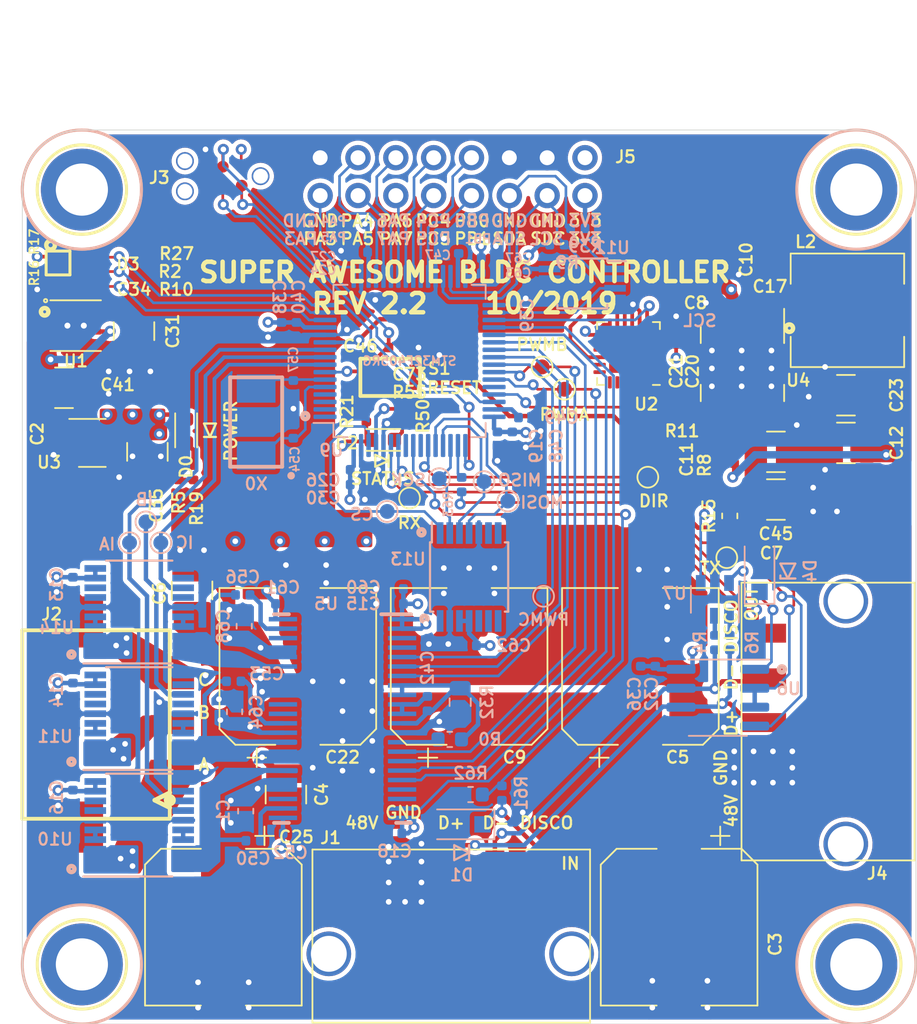
<source format=kicad_pcb>
(kicad_pcb (version 20190905) (host pcbnew "5.99.0-unknown-34b26a0~100~ubuntu18.04.1")
  (layers (0 "F.Cu" signal) (1 "In1.Cu" signal hide) (2 "In2.Cu" signal hide) (31 "B.Cu" signal) (34 "B.Paste" user hide) (35 "F.Paste" user hide) (36 "B.SilkS" user hide) (37 "F.SilkS" user) (38 "B.Mask" user hide) (39 "F.Mask" user hide) (44 "Edge.Cuts" user))
  (net 0 "")
  (net 1 "/driver_DRV8312_AGND")
  (net 2 "/vcap-1")
  (net 3 "/vcap-2")
  (net 4 "/driver_phase-A")
  (net 5 "/driver_phase-B")
  (net 6 "/driver_phase-C")
  (net 7 "Net-(C42-Pad2)")
  (net 8 "Net-(C54-Pad2)")
  (net 9 "Net-(C57-Pad2)")
  (net 10 "Net-(D3-Pad2)")
  (net 11 "Net-(D3-Pad3)")
  (net 12 "Net-(D3-Pad4)")
  (net 13 "/SWD_RESET")
  (net 14 "/VSENSE_VIN")
  (net 15 "/SWD_SWDIO")
  (net 16 "/SWD_SWCLK")
  (net 17 "/SWD_SWO")
  (net 18 "/LED_B")
  (net 19 "/ISENSE_A")
  (net 20 "/I2C_SCL")
  (net 21 "/LED_G")
  (net 22 "/ISENSE_B")
  (net 23 "/ISENSE_C")
  (net 24 "/LED_R")
  (net 25 "/I2C_SDA")
  (net 26 "/LED_STATUS")
  (net 27 "/RS485_SHUNT_EN")
  (net 28 "/MOT_PWM_C")
  (net 29 "/MOT_RST_C")
  (net 30 "/MOT_RST_B")
  (net 31 "/MOT_PWM_B")
  (net 32 "/MOT_RST_A")
  (net 33 "/MOT_PWM_A")
  (net 34 "/MOT_FAULT")
  (net 35 "/MOT_OCTW")
  (net 36 "/UART_RX")
  (net 37 "/RS485_DIR")
  (net 38 "/UART_TX")
  (net 39 "/SPI_CS")
  (net 40 "/SPI_CLK")
  (net 41 "/SPI_MISO")
  (net 42 "/IMU_INT1")
  (net 43 "/TEMP_INT")
  (net 44 "/3V9")
  (net 45 "GND")
  (net 46 "+48V")
  (net 47 "+12V")
  (net 48 "+3V3")
  (net 49 "Net-(C50-Pad2)")
  (net 50 "Net-(C53-Pad2)")
  (net 51 "Net-(C56-Pad2)")
  (net 52 "/RS485_D+")
  (net 53 "/RS485_D-")
  (net 54 "/DISCO_BUS_IN")
  (net 55 "/DISCO_BUS_OUT")
  (net 56 "/SPI_MOSI")
  (net 57 "Net-(H0-Pad1)")
  (net 58 "Net-(H1-Pad1)")
  (net 59 "Net-(H2-Pad1)")
  (net 60 "Net-(H3-Pad1)")
  (net 61 "Net-(U3-Pad4)")
  (net 62 "Net-(U9-Pad1)")
  (net 63 "Net-(U13-Pad8)")
  (net 64 "Net-(U13-Pad9)")
  (net 65 "Net-(U13-Pad10)")
  (net 66 "Net-(U13-Pad14)")
  (net 67 "Net-(C10-Pad1)")
  (net 68 "Net-(R0-Pad2)")
  (net 69 "Net-(R4-Pad1)")
  (net 70 "Net-(R6-Pad2)")
  (net 71 "Net-(J1-Pad6)")
  (net 72 "Net-(J1-Pad7)")
  (net 73 "Net-(U13-Pad7)")
  (net 74 "Net-(U13-Pad6)")
  (net 75 "Net-(U9-Pad33)")
  (net 76 "Net-(U9-Pad3)")
  (net 77 "Net-(U9-Pad4)")
  (net 78 "Net-(J4-Pad7)")
  (net 79 "Net-(J4-Pad6)")
  (net 80 "Net-(C17-Pad2)")
  (net 81 "Net-(C17-Pad1)")
  (net 82 "Net-(U9-Pad57)")
  (net 83 "Net-(C34-Pad2)")
  (net 84 "Net-(U1-Pad3)")
  (net 85 "Net-(R16-Pad2)")
  (net 86 "Net-(U9-Pad2)")
  (net 87 "Net-(U2-Pad24)")
  (net 88 "Net-(U2-Pad23)")
  (net 89 "Net-(U2-Pad22)")
  (net 90 "Net-(U2-Pad21)")
  (net 91 "Net-(U2-Pad20)")
  (net 92 "Net-(U2-Pad19)")
  (net 93 "Net-(U2-Pad18)")
  (net 94 "Net-(U2-Pad17)")
  (net 95 "Net-(U2-Pad3)")
  (net 96 "Net-(U2-Pad2)")
  (net 97 "Net-(U2-Pad1)")
  (net 98 "Net-(U9-Pad44)")
  (net 99 "Net-(R19-Pad2)")
  (net 100 "Net-(U9-Pad55)")
  (net 101 "Net-(D1-Pad1)")
  (net 102 "Net-(D4-Pad1)")
  (net 103 "/BONUS0")
  (net 104 "/BONUS4")
  (net 105 "/BONUS3")
  (net 106 "/BONUS2")
  (net 107 "/BONUS1")
  (net 108 "/BONUS8")
  (net 109 "/BONUS7")
  (net 110 "/BONUS6")
  (net 111 "/BONUS5")
  (net 112 "Net-(U10-Pad16)")
  (net 113 "Net-(U10-Pad14)")
  (net 114 "Net-(U10-Pad12)")
  (net 115 "Net-(U10-Pad8)")
  (net 116 "Net-(U10-Pad7)")
  (net 117 "Net-(U10-Pad4)")
  (net 118 "Net-(U11-Pad16)")
  (net 119 "Net-(U11-Pad14)")
  (net 120 "Net-(U11-Pad12)")
  (net 121 "Net-(U11-Pad8)")
  (net 122 "Net-(U11-Pad7)")
  (net 123 "Net-(U11-Pad4)")
  (net 124 "Net-(U14-Pad16)")
  (net 125 "Net-(U14-Pad14)")
  (net 126 "Net-(U14-Pad12)")
  (net 127 "Net-(U14-Pad8)")
  (net 128 "Net-(U14-Pad7)")
  (net 129 "Net-(U14-Pad4)")
  (net 130 "/motor_phase-A")
  (net 131 "/motor_phase-B")
  (net 132 "/motor_phase-C")
  (net 133 "Net-(U4-Pad8)")
  (net 134 "Net-(U4-Pad7)")
  (net 135 "Net-(U4-Pad11)")
  (net 136 "Net-(C11-Pad1)")
  (net 137 "Net-(D0-Pad1)")
  (net 138 "Net-(D2-Pad1)")
  (module "Diode_SMD:D_0603_1608Metric" (layer "F.Cu") (at 142.7 95.8 180)
    (fp_text reference "D2" (at 2.4 -0.2) (layer "F.SilkS") (effects (font (size 0.8 0.8))))
    (fp_text value "LTST-C190GKT" hide)
    (pad "2" smd roundrect (at 0.7875 0 180) (size 0.875 0.95) (layers "F.Cu" "F.Paste" "F.Mask") (net 48 "+3V3"))
    (pad "1" smd roundrect (at -0.7875 0 180) (size 0.875 0.95) (layers "F.Cu" "F.Paste" "F.Mask") (net 138 "Net-(D2-Pad1)"))
  )
  (module "Diode_SMD:D_0603_1608Metric" (layer "F.Cu") (at 129.5 95.2 90)
    (fp_text reference "D0" (at -2.4 0 90) (layer "F.SilkS") (effects (font (size 0.8 0.8))))
    (fp_text value "LTST-C190GKT" hide)
    (pad "2" smd roundrect (at 0.7875 0 90) (size 0.875 0.95) (layers "F.Cu" "F.Paste" "F.Mask") (net 48 "+3V3"))
    (pad "1" smd roundrect (at -0.7875 0 90) (size 0.875 0.95) (layers "F.Cu" "F.Paste" "F.Mask") (net 137 "Net-(D0-Pad1)"))
  )
  (module "BLDC:PWP0016G" (layer "F.Cu") (at 166.851329 91 180)
    (fp_text reference "U4" (at -3.748671 -0.8) (layer "F.SilkS") (effects (font (size 0.8 0.8))))
    (fp_text value "LM46000")
    (pad "17" smd rect (at 0 0 180) (size 5 3.4) (layers "F.Cu" "F.Mask") (net 45 "GND"))
    (pad "8" smd rect (at 2.275 2.9 180) (size 0.45 1.5) (layers "F.Cu" "F.Paste" "F.Mask") (net 133 "Net-(U4-Pad8)"))
    (pad "9" smd rect (at 2.275 -2.9 180) (size 0.45 1.5) (layers "F.Cu" "F.Paste" "F.Mask") (net 136 "Net-(C11-Pad1)"))
    (pad "7" smd rect (at 1.625 2.9 180) (size 0.45 1.5) (layers "F.Cu" "F.Paste" "F.Mask") (net 134 "Net-(U4-Pad7)"))
    (pad "10" smd rect (at 1.625 -2.9 180) (size 0.45 1.5) (layers "F.Cu" "F.Paste" "F.Mask") (net 45 "GND"))
    (pad "6" smd rect (at 0.975 2.9 180) (size 0.45 1.5) (layers "F.Cu" "F.Paste" "F.Mask") (net 45 "GND"))
    (pad "11" smd rect (at 0.975 -2.9 180) (size 0.45 1.5) (layers "F.Cu" "F.Paste" "F.Mask") (net 135 "Net-(U4-Pad11)"))
    (pad "5" smd rect (at 0.325 2.9 180) (size 0.45 1.5) (layers "F.Cu" "F.Paste" "F.Mask") (net 47 "+12V"))
    (pad "12" smd rect (at 0.325 -2.9 180) (size 0.45 1.5) (layers "F.Cu" "F.Paste" "F.Mask") (net 46 "+48V"))
    (pad "4" smd rect (at -0.325 2.9 180) (size 0.45 1.5) (layers "F.Cu" "F.Paste" "F.Mask") (net 67 "Net-(C10-Pad1)"))
    (pad "13" smd rect (at -0.325 -2.9 180) (size 0.45 1.5) (layers "F.Cu" "F.Paste" "F.Mask") (net 46 "+48V"))
    (pad "3" smd rect (at -0.975 2.9 180) (size 0.45 1.5) (layers "F.Cu" "F.Paste" "F.Mask") (net 81 "Net-(C17-Pad1)"))
    (pad "14" smd rect (at -0.975 -2.9 180) (size 0.45 1.5) (layers "F.Cu" "F.Paste" "F.Mask") (net 46 "+48V"))
    (pad "2" smd rect (at -1.625 2.9 180) (size 0.45 1.5) (layers "F.Cu" "F.Paste" "F.Mask") (net 80 "Net-(C17-Pad2)"))
    (pad "15" smd rect (at -1.625 -2.9 180) (size 0.45 1.5) (layers "F.Cu" "F.Paste" "F.Mask") (net 45 "GND"))
    (pad "1" smd rect (at -2.275 2.9 180) (size 0.45 1.5) (layers "F.Cu" "F.Paste" "F.Mask") (net 80 "Net-(C17-Pad2)"))
    (pad "16" smd rect (at -2.275 -2.9 180) (size 0.45 1.5) (layers "F.Cu" "F.Paste" "F.Mask") (net 45 "GND"))
  )
  (module "Inductor_SMD:L_7.3x7.3_H4.5" (layer "F.Cu") (at 173.9 87.1)
    (fp_text reference "L2" (at -2.8 -4.6 180) (layer "F.SilkS") (effects (font (size 0.8 0.8))))
    (fp_text value "100u")
    (pad "2" smd rect (at 3 0) (size 2 1.7) (layers "F.Cu" "F.Paste" "F.Mask") (net 47 "+12V"))
    (pad "1" smd rect (at -3 0) (size 2 1.7) (layers "F.Cu" "F.Paste" "F.Mask") (net 80 "Net-(C17-Pad2)"))
  )
  (module "Capacitor_SMD:CP_Elec_10x10" (layer "F.Cu") (at 137 111 90)
    (fp_text reference "C22" (at -6.1 3 180) (layer "F.SilkS") (effects (font (size 0.8 0.8))))
    (fp_text value "100u")
    (pad "2" smd roundrect (at 4 0 90) (size 4 2.5) (layers "F.Cu" "F.Paste" "F.Mask") (roundrect_rratio 0.1) (net 45 "GND"))
    (pad "1" smd roundrect (at -4 0 90) (size 4 2.5) (layers "F.Cu" "F.Paste" "F.Mask") (roundrect_rratio 0.1) (net 46 "+48V"))
  )
  (module "Capacitor_SMD:CP_Elec_10x10" (layer "F.Cu") (at 148.5 111 90)
    (fp_text reference "C9" (at -6.1 3.05 180) (layer "F.SilkS") (effects (font (size 0.8 0.8))))
    (fp_text value "100u")
    (pad "2" smd roundrect (at 4 0 90) (size 4 2.5) (layers "F.Cu" "F.Paste" "F.Mask") (roundrect_rratio 0.1) (net 45 "GND"))
    (pad "1" smd roundrect (at -4 0 90) (size 4 2.5) (layers "F.Cu" "F.Paste" "F.Mask") (roundrect_rratio 0.1) (net 46 "+48V"))
  )
  (module "Capacitor_SMD:CP_Elec_10x10" (layer "F.Cu") (at 160 111 90)
    (fp_text reference "C5" (at -6.1 2.5 180) (layer "F.SilkS") (effects (font (size 0.8 0.8))))
    (fp_text value "100u")
    (pad "2" smd roundrect (at 4 0 90) (size 4 2.5) (layers "F.Cu" "F.Paste" "F.Mask") (roundrect_rratio 0.1) (net 45 "GND"))
    (pad "1" smd roundrect (at -4 0 90) (size 4 2.5) (layers "F.Cu" "F.Paste" "F.Mask") (roundrect_rratio 0.1) (net 46 "+48V"))
  )
  (module "Capacitor_SMD:CP_Elec_10x10" (layer "F.Cu") (at 132 128.5 -90)
    (fp_text reference "C25" (at -6.05 -4.9) (layer "F.SilkS") (effects (font (size 0.8 0.8))))
    (fp_text value "100u" hide)
    (pad "2" smd roundrect (at 4 0 270) (size 4 2.5) (layers "F.Cu" "F.Paste" "F.Mask") (roundrect_rratio 0.1) (net 45 "GND"))
    (pad "1" smd roundrect (at -4 0 270) (size 4 2.5) (layers "F.Cu" "F.Paste" "F.Mask") (roundrect_rratio 0.1) (net 46 "+48V"))
  )
  (module "Capacitor_SMD:CP_Elec_10x10" (layer "F.Cu") (at 162.6 128.5 -90)
    (fp_text reference "C3" (at 1.15 -6.45 90) (layer "F.SilkS") (effects (font (size 0.8 0.8))))
    (fp_text value "100u" hide)
    (pad "2" smd roundrect (at 4 0 270) (size 4 2.5) (layers "F.Cu" "F.Paste" "F.Mask") (roundrect_rratio 0.1) (net 45 "GND"))
    (pad "1" smd roundrect (at -4 0 270) (size 4 2.5) (layers "F.Cu" "F.Paste" "F.Mask") (roundrect_rratio 0.1) (net 46 "+48V"))
  )
  (module "Package_QFP:LQFP-64_10x10mm_P0.5mm" (layer "B.Cu") (at 144.5 90.5)
    (fp_text reference "U9" (at -5.25 6 180) (layer "B.SilkS") (effects (font (size 0.8 0.8)) (justify mirror)))
    (fp_text value "STM32F405RG" (at 0 0 180) (layer "B.SilkS") (effects (font (size 0.6 0.6) (thickness 0.12)) (justify mirror)))
    (pad "64" smd roundrect (at -3.75 5.675) (size 0.3 1.55) (layers "B.Cu" "B.Paste" "B.Mask") (net 48 "+3V3"))
    (pad "63" smd roundrect (at -3.25 5.675) (size 0.3 1.55) (layers "B.Cu" "B.Paste" "B.Mask") (net 45 "GND"))
    (pad "62" smd roundrect (at -2.75 5.675) (size 0.3 1.55) (layers "B.Cu" "B.Paste" "B.Mask") (net 39 "/SPI_CS"))
    (pad "61" smd roundrect (at -2.25 5.675) (size 0.3 1.55) (layers "B.Cu" "B.Paste" "B.Mask") (net 26 "/LED_STATUS"))
    (pad "60" smd roundrect (at -1.75 5.675) (size 0.3 1.55) (layers "B.Cu" "B.Paste" "B.Mask") (net 45 "GND"))
    (pad "59" smd roundrect (at -1.25 5.675) (size 0.3 1.55) (layers "B.Cu" "B.Paste" "B.Mask") (net 36 "/UART_RX"))
    (pad "58" smd roundrect (at -0.75 5.675) (size 0.3 1.55) (layers "B.Cu" "B.Paste" "B.Mask") (net 38 "/UART_TX"))
    (pad "57" smd roundrect (at -0.25 5.675) (size 0.3 1.55) (layers "B.Cu" "B.Paste" "B.Mask") (net 82 "Net-(U9-Pad57)"))
    (pad "56" smd roundrect (at 0.25 5.675) (size 0.3 1.55) (layers "B.Cu" "B.Paste" "B.Mask") (net 54 "/DISCO_BUS_IN"))
    (pad "55" smd roundrect (at 0.75 5.675) (size 0.3 1.55) (layers "B.Cu" "B.Paste" "B.Mask") (net 100 "Net-(U9-Pad55)"))
    (pad "54" smd roundrect (at 1.25 5.675) (size 0.3 1.55) (layers "B.Cu" "B.Paste" "B.Mask") (net 37 "/RS485_DIR"))
    (pad "53" smd roundrect (at 1.75 5.675) (size 0.3 1.55) (layers "B.Cu" "B.Paste" "B.Mask") (net 56 "/SPI_MOSI"))
    (pad "52" smd roundrect (at 2.25 5.675) (size 0.3 1.55) (layers "B.Cu" "B.Paste" "B.Mask") (net 41 "/SPI_MISO"))
    (pad "51" smd roundrect (at 2.75 5.675) (size 0.3 1.55) (layers "B.Cu" "B.Paste" "B.Mask") (net 40 "/SPI_CLK"))
    (pad "50" smd roundrect (at 3.25 5.675) (size 0.3 1.55) (layers "B.Cu" "B.Paste" "B.Mask") (net 55 "/DISCO_BUS_OUT"))
    (pad "49" smd roundrect (at 3.75 5.675) (size 0.3 1.55) (layers "B.Cu" "B.Paste" "B.Mask") (net 16 "/SWD_SWCLK"))
    (pad "48" smd roundrect (at 5.675 3.75) (size 1.55 0.3) (layers "B.Cu" "B.Paste" "B.Mask") (net 48 "+3V3"))
    (pad "47" smd roundrect (at 5.675 3.25) (size 1.55 0.3) (layers "B.Cu" "B.Paste" "B.Mask") (net 3 "/vcap-2"))
    (pad "46" smd roundrect (at 5.675 2.75) (size 1.55 0.3) (layers "B.Cu" "B.Paste" "B.Mask") (net 15 "/SWD_SWDIO"))
    (pad "45" smd roundrect (at 5.675 2.25) (size 1.55 0.3) (layers "B.Cu" "B.Paste" "B.Mask") (net 27 "/RS485_SHUNT_EN"))
    (pad "44" smd roundrect (at 5.675 1.75) (size 1.55 0.3) (layers "B.Cu" "B.Paste" "B.Mask") (net 98 "Net-(U9-Pad44)"))
    (pad "43" smd roundrect (at 5.675 1.25) (size 1.55 0.3) (layers "B.Cu" "B.Paste" "B.Mask") (net 33 "/MOT_PWM_A"))
    (pad "42" smd roundrect (at 5.675 0.75) (size 1.55 0.3) (layers "B.Cu" "B.Paste" "B.Mask") (net 31 "/MOT_PWM_B"))
    (pad "41" smd roundrect (at 5.675 0.25) (size 1.55 0.3) (layers "B.Cu" "B.Paste" "B.Mask") (net 28 "/MOT_PWM_C"))
    (pad "40" smd roundrect (at 5.675 -0.25) (size 1.55 0.3) (layers "B.Cu" "B.Paste" "B.Mask") (net 29 "/MOT_RST_C"))
    (pad "39" smd roundrect (at 5.675 -0.75) (size 1.55 0.3) (layers "B.Cu" "B.Paste" "B.Mask") (net 30 "/MOT_RST_B"))
    (pad "38" smd roundrect (at 5.675 -1.25) (size 1.55 0.3) (layers "B.Cu" "B.Paste" "B.Mask") (net 32 "/MOT_RST_A"))
    (pad "37" smd roundrect (at 5.675 -1.75) (size 1.55 0.3) (layers "B.Cu" "B.Paste" "B.Mask") (net 34 "/MOT_FAULT"))
    (pad "36" smd roundrect (at 5.675 -2.25) (size 1.55 0.3) (layers "B.Cu" "B.Paste" "B.Mask") (net 35 "/MOT_OCTW"))
    (pad "35" smd roundrect (at 5.675 -2.75) (size 1.55 0.3) (layers "B.Cu" "B.Paste" "B.Mask") (net 42 "/IMU_INT1"))
    (pad "34" smd roundrect (at 5.675 -3.25) (size 1.55 0.3) (layers "B.Cu" "B.Paste" "B.Mask") (net 43 "/TEMP_INT"))
    (pad "33" smd roundrect (at 5.675 -3.75) (size 1.55 0.3) (layers "B.Cu" "B.Paste" "B.Mask") (net 75 "Net-(U9-Pad33)"))
    (pad "32" smd roundrect (at 3.75 -5.675) (size 0.3 1.55) (layers "B.Cu" "B.Paste" "B.Mask") (net 48 "+3V3"))
    (pad "31" smd roundrect (at 3.25 -5.675) (size 0.3 1.55) (layers "B.Cu" "B.Paste" "B.Mask") (net 2 "/vcap-1"))
    (pad "30" smd roundrect (at 2.75 -5.675) (size 0.3 1.55) (layers "B.Cu" "B.Paste" "B.Mask") (net 25 "/I2C_SDA"))
    (pad "29" smd roundrect (at 2.25 -5.675) (size 0.3 1.55) (layers "B.Cu" "B.Paste" "B.Mask") (net 20 "/I2C_SCL"))
    (pad "28" smd roundrect (at 1.75 -5.675) (size 0.3 1.55) (layers "B.Cu" "B.Paste" "B.Mask") (net 45 "GND"))
    (pad "27" smd roundrect (at 1.25 -5.675) (size 0.3 1.55) (layers "B.Cu" "B.Paste" "B.Mask") (net 108 "/BONUS8"))
    (pad "26" smd roundrect (at 0.75 -5.675) (size 0.3 1.55) (layers "B.Cu" "B.Paste" "B.Mask") (net 109 "/BONUS7"))
    (pad "25" smd roundrect (at 0.25 -5.675) (size 0.3 1.55) (layers "B.Cu" "B.Paste" "B.Mask") (net 110 "/BONUS6"))
    (pad "24" smd roundrect (at -0.25 -5.675) (size 0.3 1.55) (layers "B.Cu" "B.Paste" "B.Mask") (net 111 "/BONUS5"))
    (pad "23" smd roundrect (at -0.75 -5.675) (size 0.3 1.55) (layers "B.Cu" "B.Paste" "B.Mask") (net 104 "/BONUS4"))
    (pad "22" smd roundrect (at -1.25 -5.675) (size 0.3 1.55) (layers "B.Cu" "B.Paste" "B.Mask") (net 105 "/BONUS3"))
    (pad "21" smd roundrect (at -1.75 -5.675) (size 0.3 1.55) (layers "B.Cu" "B.Paste" "B.Mask") (net 106 "/BONUS2"))
    (pad "20" smd roundrect (at -2.25 -5.675) (size 0.3 1.55) (layers "B.Cu" "B.Paste" "B.Mask") (net 107 "/BONUS1"))
    (pad "19" smd roundrect (at -2.75 -5.675) (size 0.3 1.55) (layers "B.Cu" "B.Paste" "B.Mask") (net 48 "+3V3"))
    (pad "18" smd roundrect (at -3.25 -5.675) (size 0.3 1.55) (layers "B.Cu" "B.Paste" "B.Mask") (net 45 "GND"))
    (pad "17" smd roundrect (at -3.75 -5.675) (size 0.3 1.55) (layers "B.Cu" "B.Paste" "B.Mask") (net 103 "/BONUS0"))
    (pad "16" smd roundrect (at -5.675 -3.75) (size 1.55 0.3) (layers "B.Cu" "B.Paste" "B.Mask") (net 24 "/LED_R"))
    (pad "15" smd roundrect (at -5.675 -3.25) (size 1.55 0.3) (layers "B.Cu" "B.Paste" "B.Mask") (net 18 "/LED_B"))
    (pad "14" smd roundrect (at -5.675 -2.75) (size 1.55 0.3) (layers "B.Cu" "B.Paste" "B.Mask") (net 21 "/LED_G"))
    (pad "13" smd roundrect (at -5.675 -2.25) (size 1.55 0.3) (layers "B.Cu" "B.Paste" "B.Mask") (net 48 "+3V3"))
    (pad "12" smd roundrect (at -5.675 -1.75) (size 1.55 0.3) (layers "B.Cu" "B.Paste" "B.Mask") (net 45 "GND"))
    (pad "11" smd roundrect (at -5.675 -1.25) (size 1.55 0.3) (layers "B.Cu" "B.Paste" "B.Mask") (net 14 "/VSENSE_VIN"))
    (pad "10" smd roundrect (at -5.675 -0.75) (size 1.55 0.3) (layers "B.Cu" "B.Paste" "B.Mask") (net 19 "/ISENSE_A"))
    (pad "9" smd roundrect (at -5.675 -0.25) (size 1.55 0.3) (layers "B.Cu" "B.Paste" "B.Mask") (net 22 "/ISENSE_B"))
    (pad "8" smd roundrect (at -5.675 0.25) (size 1.55 0.3) (layers "B.Cu" "B.Paste" "B.Mask") (net 23 "/ISENSE_C"))
    (pad "7" smd roundrect (at -5.675 0.75) (size 1.55 0.3) (layers "B.Cu" "B.Paste" "B.Mask") (net 13 "/SWD_RESET"))
    (pad "6" smd roundrect (at -5.675 1.25) (size 1.55 0.3) (layers "B.Cu" "B.Paste" "B.Mask") (net 9 "Net-(C57-Pad2)"))
    (pad "5" smd roundrect (at -5.675 1.75) (size 1.55 0.3) (layers "B.Cu" "B.Paste" "B.Mask") (net 8 "Net-(C54-Pad2)"))
    (pad "4" smd roundrect (at -5.675 2.25) (size 1.55 0.3) (layers "B.Cu" "B.Paste" "B.Mask") (net 77 "Net-(U9-Pad4)"))
    (pad "3" smd roundrect (at -5.675 2.75) (size 1.55 0.3) (layers "B.Cu" "B.Paste" "B.Mask") (net 76 "Net-(U9-Pad3)"))
    (pad "2" smd roundrect (at -5.675 3.25) (size 1.55 0.3) (layers "B.Cu" "B.Paste" "B.Mask") (net 86 "Net-(U9-Pad2)"))
    (pad "1" smd roundrect (at -5.675 3.75) (size 1.55 0.3) (layers "B.Cu" "B.Paste" "B.Mask") (net 62 "Net-(U9-Pad1)"))
  )
  (module "Resistor_SMD:R_0805_2012Metric" (layer "B.Cu") (at 147.9 113.4 -90)
    (fp_text reference "R32" (at 0 -1.8 90) (layer "B.SilkS") (effects (font (size 0.8 0.8)) (justify mirror)))
    (fp_text value "1R")
    (pad "1" smd roundrect (at -0.9375 0 270) (size 0.975 1.4) (layers "B.Cu" "B.Paste" "B.Mask") (net 1 "/driver_DRV8312_AGND"))
    (pad "2" smd roundrect (at 0.9375 0 270) (size 0.975 1.4) (layers "B.Cu" "B.Paste" "B.Mask") (net 45 "GND"))
  )
  (module "Resistor_SMD:R_0402_1005Metric" (layer "F.Cu") (at 123.5 84.5)
    (fp_text reference "R2" (at 5.8 0 180) (layer "F.SilkS") (effects (font (size 0.8 0.8)) (justify right)))
    (fp_text value "150R" hide)
    (pad "1" smd roundrect (at -0.485 0) (size 0.59 0.64) (layers "F.Cu" "F.Paste" "F.Mask") (net 11 "Net-(D3-Pad3)"))
    (pad "2" smd roundrect (at 0.485 0) (size 0.59 0.64) (layers "F.Cu" "F.Paste" "F.Mask") (net 18 "/LED_B"))
  )
  (module "Resistor_SMD:R_0402_1005Metric" (layer "B.Cu") (at 165 109.4 -90)
    (fp_text reference "R4" (at 0 1 90) (layer "B.SilkS") (effects (font (size 0.8 0.8)) (justify mirror)))
    (fp_text value "56R2" hide)
    (pad "1" smd roundrect (at -0.485 0 270) (size 0.59 0.64) (layers "B.Cu" "B.Paste" "B.Mask") (net 69 "Net-(R4-Pad1)"))
    (pad "2" smd roundrect (at 0.485 0 270) (size 0.59 0.64) (layers "B.Cu" "B.Paste" "B.Mask") (net 53 "/RS485_D-"))
  )
  (module "Resistor_SMD:R_0402_1005Metric" (layer "B.Cu") (at 166 109.4 90)
    (fp_text reference "R6" (at 0 1.5 270) (layer "B.SilkS") (effects (font (size 0.8 0.8)) (justify mirror)))
    (fp_text value "56R2" hide)
    (pad "1" smd roundrect (at -0.485 0 90) (size 0.59 0.64) (layers "B.Cu" "B.Paste" "B.Mask") (net 52 "/RS485_D+"))
    (pad "2" smd roundrect (at 0.485 0 90) (size 0.59 0.64) (layers "B.Cu" "B.Paste" "B.Mask") (net 70 "Net-(R6-Pad2)"))
  )
  (module "Resistor_SMD:R_0402_1005Metric" (layer "B.Cu") (at 154.4 82.7 180)
    (fp_text reference "R9" (at -0.7 -1.2) (layer "B.SilkS") (effects (font (size 0.8 0.8)) (justify mirror)))
    (fp_text value "2k21" hide)
    (pad "1" smd roundrect (at -0.485 0 180) (size 0.59 0.64) (layers "B.Cu" "B.Paste" "B.Mask") (net 20 "/I2C_SCL"))
    (pad "2" smd roundrect (at 0.485 0 180) (size 0.59 0.64) (layers "B.Cu" "B.Paste" "B.Mask") (net 48 "+3V3"))
  )
  (module "Resistor_SMD:R_0402_1005Metric" (layer "F.Cu") (at 123.5 85.5)
    (fp_text reference "R10" (at 6.6 0.2) (layer "F.SilkS") (effects (font (size 0.8 0.8)) (justify right)))
    (fp_text value "150R" hide)
    (pad "1" smd roundrect (at -0.485 0) (size 0.59 0.64) (layers "F.Cu" "F.Paste" "F.Mask") (net 12 "Net-(D3-Pad4)"))
    (pad "2" smd roundrect (at 0.485 0) (size 0.59 0.64) (layers "F.Cu" "F.Paste" "F.Mask") (net 21 "/LED_G"))
  )
  (module "Resistor_SMD:R_0402_1005Metric" (layer "F.Cu") (at 130 98 -90)
    (fp_text reference "R19" (at 2.4 -0.2 90) (layer "F.SilkS") (effects (font (size 0.8 0.8))))
    (fp_text value "150R" hide)
    (pad "1" smd roundrect (at -0.485 0 270) (size 0.59 0.64) (layers "F.Cu" "F.Paste" "F.Mask") (net 137 "Net-(D0-Pad1)"))
    (pad "2" smd roundrect (at 0.485 0 270) (size 0.59 0.64) (layers "F.Cu" "F.Paste" "F.Mask") (net 99 "Net-(R19-Pad2)"))
  )
  (module "Resistor_SMD:R_0402_1005Metric" (layer "F.Cu") (at 141.6 94.1 -90)
    (fp_text reference "R21" (at -0.2 1.3 90) (layer "F.SilkS") (effects (font (size 0.8 0.8))))
    (fp_text value "2k21" hide)
    (pad "1" smd roundrect (at -0.485 0 270) (size 0.59 0.64) (layers "F.Cu" "F.Paste" "F.Mask") (net 13 "/SWD_RESET"))
    (pad "2" smd roundrect (at 0.485 0 270) (size 0.59 0.64) (layers "F.Cu" "F.Paste" "F.Mask") (net 48 "+3V3"))
  )
  (module "Resistor_SMD:R_0402_1005Metric" (layer "F.Cu") (at 123.5 83.53972)
    (fp_text reference "R27" (at 4.1 -0.23972) (layer "F.SilkS") (effects (font (size 0.8 0.8)) (justify left)))
    (fp_text value "150R" hide)
    (pad "1" smd roundrect (at -0.485 0) (size 0.59 0.64) (layers "F.Cu" "F.Paste" "F.Mask") (net 10 "Net-(D3-Pad2)"))
    (pad "2" smd roundrect (at 0.485 0) (size 0.59 0.64) (layers "F.Cu" "F.Paste" "F.Mask") (net 24 "/LED_R"))
  )
  (module "Resistor_SMD:R_0402_1005Metric" (layer "B.Cu") (at 155.8 81.6)
    (fp_text reference "R39" (at 0.5 1.2) (layer "B.SilkS") (effects (font (size 0.8 0.8)) (justify mirror)))
    (fp_text value "2k21" hide)
    (pad "1" smd roundrect (at -0.485 0) (size 0.59 0.64) (layers "B.Cu" "B.Paste" "B.Mask") (net 25 "/I2C_SDA"))
    (pad "2" smd roundrect (at 0.485 0) (size 0.59 0.64) (layers "B.Cu" "B.Paste" "B.Mask") (net 48 "+3V3"))
  )
  (module "Resistor_SMD:R_0402_1005Metric" (layer "F.Cu") (at 144 94.1 90)
    (fp_text reference "R50" (at -0.1 1.4 90) (layer "F.SilkS") (effects (font (size 0.8 0.8))))
    (fp_text value "150R" hide)
    (pad "2" smd roundrect (at 0.485 0 90) (size 0.59 0.64) (layers "F.Cu" "F.Paste" "F.Mask") (net 26 "/LED_STATUS"))
    (pad "1" smd roundrect (at -0.485 0 90) (size 0.59 0.64) (layers "F.Cu" "F.Paste" "F.Mask") (net 138 "Net-(D2-Pad1)"))
  )
  (module "Resistor_SMD:R_0402_1005Metric" (layer "F.Cu") (at 147 92 180)
    (fp_text reference "R55" (at 2.5 -0.6) (layer "F.SilkS") (effects (font (size 0.8 0.8))))
    (fp_text value "2k21" hide)
    (pad "1" smd roundrect (at -0.485 0 180) (size 0.59 0.64) (layers "F.Cu" "F.Paste" "F.Mask") (net 14 "/VSENSE_VIN"))
    (pad "2" smd roundrect (at 0.485 0 180) (size 0.59 0.64) (layers "F.Cu" "F.Paste" "F.Mask") (net 45 "GND"))
  )
  (module "Resistor_SMD:R_0402_1005Metric" (layer "B.Cu") (at 150.7 119.5 90)
    (fp_text reference "R61" (at 0 1.3 270) (layer "B.SilkS") (effects (font (size 0.8 0.8)) (justify mirror)))
    (fp_text value "2k21" hide)
    (pad "1" smd roundrect (at -0.485 0 90) (size 0.59 0.64) (layers "B.Cu" "B.Paste" "B.Mask") (net 101 "Net-(D1-Pad1)"))
    (pad "2" smd roundrect (at 0.485 0 90) (size 0.59 0.64) (layers "B.Cu" "B.Paste" "B.Mask") (net 54 "/DISCO_BUS_IN"))
  )
  (module "Resistor_SMD:R_0402_1005Metric" (layer "B.Cu") (at 148 98.8 90)
    (fp_text reference "R63" (at -1.3 -0.9 90) (layer "B.SilkS") (effects (font (size 0.6 0.6) (thickness 0.12)) (justify mirror)))
    (fp_text value "2k21" hide)
    (pad "1" smd roundrect (at -0.485 0 90) (size 0.59 0.64) (layers "B.Cu" "B.Paste" "B.Mask") (net 102 "Net-(D4-Pad1)"))
    (pad "2" smd roundrect (at 0.485 0 90) (size 0.59 0.64) (layers "B.Cu" "B.Paste" "B.Mask") (net 55 "/DISCO_BUS_OUT"))
  )
  (module "Capacitor_SMD:C_0402_1005Metric" (layer "B.Cu") (at 148.5 109.6)
    (fp_text reference "C62" (at 3 0) (layer "B.SilkS") (effects (font (size 0.8 0.8)) (justify mirror)))
    (fp_text value "100n" hide)
    (pad "2" smd roundrect (at 0.485 0) (size 0.59 0.64) (layers "B.Cu" "B.Paste" "B.Mask") (net 48 "+3V3"))
    (pad "1" smd roundrect (at -0.485 0) (size 0.59 0.64) (layers "B.Cu" "B.Paste" "B.Mask") (net 45 "GND"))
  )
  (module "Capacitor_SMD:C_0402_1005Metric" (layer "F.Cu") (at 120.6 95.4 90)
    (fp_text reference "C2" (at 0 -1.1 90) (layer "F.SilkS") (effects (font (size 0.8 0.8))))
    (fp_text value "1u" hide)
    (pad "2" smd roundrect (at 0.485 0 90) (size 0.59 0.64) (layers "F.Cu" "F.Paste" "F.Mask") (net 44 "/3V9"))
    (pad "1" smd roundrect (at -0.485 0 90) (size 0.59 0.64) (layers "F.Cu" "F.Paste" "F.Mask") (net 45 "GND"))
  )
  (module "Capacitor_SMD:C_0402_1005Metric" (layer "F.Cu") (at 147 91.02128)
    (fp_text reference "C73" (at -2.5 0.37872) (layer "F.SilkS") (effects (font (size 0.8 0.8))))
    (fp_text value "100n" hide)
    (pad "2" smd roundrect (at 0.485 0) (size 0.59 0.64) (layers "F.Cu" "F.Paste" "F.Mask") (net 14 "/VSENSE_VIN"))
    (pad "1" smd roundrect (at -0.485 0) (size 0.59 0.64) (layers "F.Cu" "F.Paste" "F.Mask") (net 45 "GND"))
  )
  (module "Capacitor_SMD:C_0402_1005Metric" (layer "B.Cu") (at 135.9075 88.4 90)
    (fp_text reference "C38" (at 2.2 -0.1075 270) (layer "B.SilkS") (effects (font (size 0.8 0.8)) (justify mirror)))
    (fp_text value "1u" hide)
    (pad "2" smd roundrect (at 0.485 0 90) (size 0.59 0.64) (layers "B.Cu" "B.Paste" "B.Mask") (net 48 "+3V3"))
    (pad "1" smd roundrect (at -0.485 0 90) (size 0.59 0.64) (layers "B.Cu" "B.Paste" "B.Mask") (net 45 "GND"))
  )
  (module "Capacitor_SMD:C_0402_1005Metric" (layer "B.Cu") (at 149.8 83.6 180)
    (fp_text reference "C67" (at -2 0) (layer "B.SilkS") (effects (font (size 0.6 0.6) (thickness 0.12)) (justify mirror)))
    (fp_text value "1u" hide)
    (pad "2" smd roundrect (at 0.485 0 180) (size 0.59 0.64) (layers "B.Cu" "B.Paste" "B.Mask") (net 48 "+3V3"))
    (pad "1" smd roundrect (at -0.485 0 180) (size 0.59 0.64) (layers "B.Cu" "B.Paste" "B.Mask") (net 45 "GND"))
  )
  (module "Capacitor_SMD:C_0402_1005Metric" (layer "B.Cu") (at 143.6 106.8)
    (fp_text reference "C15" (at -2.2 0 180) (layer "B.SilkS") (effects (font (size 0.8 0.8)) (justify mirror)))
    (fp_text value "1u" hide)
    (pad "2" smd roundrect (at 0.485 0) (size 0.59 0.64) (layers "B.Cu" "B.Paste" "B.Mask") (net 47 "+12V"))
    (pad "1" smd roundrect (at -0.485 0) (size 0.59 0.64) (layers "B.Cu" "B.Paste" "B.Mask") (net 45 "GND"))
  )
  (module "Capacitor_SMD:C_0402_1005Metric" (layer "B.Cu") (at 143.5 122.2)
    (fp_text reference "C18" (at 0 1.2 180) (layer "B.SilkS") (effects (font (size 0.8 0.8)) (justify mirror)))
    (fp_text value "1u" hide)
    (pad "1" smd roundrect (at -0.485 0) (size 0.59 0.64) (layers "B.Cu" "B.Paste" "B.Mask") (net 45 "GND"))
    (pad "2" smd roundrect (at 0.485 0) (size 0.59 0.64) (layers "B.Cu" "B.Paste" "B.Mask") (net 47 "+12V"))
  )
  (module "Capacitor_SMD:C_0402_1005Metric" (layer "F.Cu") (at 163.4 88.9 -90)
    (fp_text reference "C20" (at 2.3 -0.1 90) (layer "F.SilkS") (effects (font (size 0.8 0.8))))
    (fp_text value "1u" hide)
    (pad "2" smd roundrect (at 0.485 0 270) (size 0.59 0.64) (layers "F.Cu" "F.Paste" "F.Mask") (net 48 "+3V3"))
    (pad "1" smd roundrect (at -0.485 0 270) (size 0.59 0.64) (layers "F.Cu" "F.Paste" "F.Mask") (net 45 "GND"))
  )
  (module "Capacitor_SMD:C_0402_1005Metric" (layer "F.Cu") (at 162.4 88.9 -90)
    (fp_text reference "C21" (at 2.3 0 90) (layer "F.SilkS") (effects (font (size 0.8 0.8))))
    (fp_text value "100n" hide)
    (pad "2" smd roundrect (at 0.485 0 270) (size 0.59 0.64) (layers "F.Cu" "F.Paste" "F.Mask") (net 48 "+3V3"))
    (pad "1" smd roundrect (at -0.485 0 270) (size 0.59 0.64) (layers "F.Cu" "F.Paste" "F.Mask") (net 45 "GND"))
  )
  (module "Capacitor_SMD:C_0402_1005Metric" (layer "B.Cu") (at 141.2 83.2)
    (fp_text reference "C24" (at -2.5 1.2) (layer "B.SilkS") (effects (font (size 0.6 0.6) (thickness 0.12)) (justify mirror)))
    (fp_text value "100n" hide)
    (pad "2" smd roundrect (at 0.485 0) (size 0.59 0.64) (layers "B.Cu" "B.Paste" "B.Mask") (net 48 "+3V3"))
    (pad "1" smd roundrect (at -0.485 0) (size 0.59 0.64) (layers "B.Cu" "B.Paste" "B.Mask") (net 45 "GND"))
  )
  (module "Capacitor_SMD:C_0402_1005Metric" (layer "B.Cu") (at 141 97.8 180)
    (fp_text reference "C26" (at 2.3 -0.7) (layer "B.SilkS") (effects (font (size 0.8 0.8)) (justify mirror)))
    (fp_text value "100n" hide)
    (pad "2" smd roundrect (at 0.485 0 180) (size 0.59 0.64) (layers "B.Cu" "B.Paste" "B.Mask") (net 48 "+3V3"))
    (pad "1" smd roundrect (at -0.485 0 180) (size 0.59 0.64) (layers "B.Cu" "B.Paste" "B.Mask") (net 45 "GND"))
  )
  (module "Capacitor_SMD:C_0402_1005Metric" (layer "B.Cu") (at 141.2 82.2)
    (fp_text reference "C27" (at -2.5 1.3) (layer "B.SilkS") (effects (font (size 0.6 0.6) (thickness 0.12)) (justify mirror)))
    (fp_text value "1u" hide)
    (pad "2" smd roundrect (at 0.485 0) (size 0.59 0.64) (layers "B.Cu" "B.Paste" "B.Mask") (net 48 "+3V3"))
    (pad "1" smd roundrect (at -0.485 0) (size 0.59 0.64) (layers "B.Cu" "B.Paste" "B.Mask") (net 45 "GND"))
  )
  (module "Capacitor_SMD:C_0402_1005Metric" (layer "B.Cu") (at 141 98.8 180)
    (fp_text reference "C30" (at 2.3 -0.9) (layer "B.SilkS") (effects (font (size 0.8 0.8)) (justify mirror)))
    (fp_text value "1u" hide)
    (pad "2" smd roundrect (at 0.485 0 180) (size 0.59 0.64) (layers "B.Cu" "B.Paste" "B.Mask") (net 48 "+3V3"))
    (pad "1" smd roundrect (at -0.485 0 180) (size 0.59 0.64) (layers "B.Cu" "B.Paste" "B.Mask") (net 45 "GND"))
  )
  (module "Capacitor_SMD:C_0402_1005Metric" (layer "B.Cu") (at 161 110.5 -90)
    (fp_text reference "C32" (at 2.35 0.25 90) (layer "B.SilkS") (effects (font (size 0.8 0.8)) (justify mirror)))
    (fp_text value "100n" hide)
    (pad "2" smd roundrect (at 0.485 0 270) (size 0.59 0.64) (layers "B.Cu" "B.Paste" "B.Mask") (net 48 "+3V3"))
    (pad "1" smd roundrect (at -0.485 0 270) (size 0.59 0.64) (layers "B.Cu" "B.Paste" "B.Mask") (net 45 "GND"))
  )
  (module "Capacitor_SMD:C_0402_1005Metric" (layer "B.Cu") (at 160.025 110.5 -90)
    (fp_text reference "C36" (at 2.35 0.425 90) (layer "B.SilkS") (effects (font (size 0.8 0.8)) (justify mirror)))
    (fp_text value "1u" hide)
    (pad "2" smd roundrect (at 0.485 0 270) (size 0.59 0.64) (layers "B.Cu" "B.Paste" "B.Mask") (net 48 "+3V3"))
    (pad "1" smd roundrect (at -0.485 0 270) (size 0.59 0.64) (layers "B.Cu" "B.Paste" "B.Mask") (net 45 "GND"))
  )
  (module "Capacitor_SMD:C_0402_1005Metric" (layer "B.Cu") (at 152.4 84.9 90)
    (fp_text reference "C39" (at -2.5 0 270) (layer "B.SilkS") (effects (font (size 0.8 0.8)) (justify mirror)))
    (fp_text value "100n" hide)
    (pad "1" smd roundrect (at -0.485 0 90) (size 0.59 0.64) (layers "B.Cu" "B.Paste" "B.Mask") (net 45 "GND"))
    (pad "2" smd roundrect (at 0.485 0 90) (size 0.59 0.64) (layers "B.Cu" "B.Paste" "B.Mask") (net 48 "+3V3"))
  )
  (module "Capacitor_SMD:C_0402_1005Metric" (layer "B.Cu") (at 136.9075 88.4 90)
    (fp_text reference "C40" (at 2.2 0.1425 90) (layer "B.SilkS") (effects (font (size 0.8 0.8)) (justify mirror)))
    (fp_text value "100n" hide)
    (pad "2" smd roundrect (at 0.485 0 90) (size 0.59 0.64) (layers "B.Cu" "B.Paste" "B.Mask") (net 48 "+3V3"))
    (pad "1" smd roundrect (at -0.485 0 90) (size 0.59 0.64) (layers "B.Cu" "B.Paste" "B.Mask") (net 45 "GND"))
  )
  (module "Capacitor_SMD:C_0402_1005Metric" (layer "B.Cu") (at 145.7 113.5 90)
    (fp_text reference "C42" (at 2.4 0 90) (layer "B.SilkS") (effects (font (size 0.8 0.8)) (justify mirror)))
    (fp_text value "100n" hide)
    (pad "2" smd roundrect (at 0.485 0 90) (size 0.59 0.64) (layers "B.Cu" "B.Paste" "B.Mask") (net 7 "Net-(C42-Pad2)"))
    (pad "1" smd roundrect (at -0.485 0 90) (size 0.59 0.64) (layers "B.Cu" "B.Paste" "B.Mask") (net 1 "/driver_DRV8312_AGND"))
  )
  (module "Capacitor_SMD:C_0402_1005Metric" (layer "F.Cu") (at 143.6 89.6 180)
    (fp_text reference "C46" (at 2.4 0.1 180) (layer "F.SilkS") (effects (font (size 0.8 0.8))))
    (fp_text value "100n" hide)
    (pad "2" smd roundrect (at 0.485 0 180) (size 0.59 0.64) (layers "F.Cu" "F.Paste" "F.Mask") (net 13 "/SWD_RESET"))
    (pad "1" smd roundrect (at -0.485 0 180) (size 0.59 0.64) (layers "F.Cu" "F.Paste" "F.Mask") (net 45 "GND"))
  )
  (module "Capacitor_SMD:C_0402_1005Metric" (layer "B.Cu") (at 147.8 82.8 -90)
    (fp_text reference "C47" (at 0.6 1.4) (layer "B.SilkS") (effects (font (size 0.6 0.6) (thickness 0.12)) (justify mirror)))
    (fp_text value "2u2" hide)
    (pad "2" smd roundrect (at 0.485 0 270) (size 0.59 0.64) (layers "B.Cu" "B.Paste" "B.Mask") (net 2 "/vcap-1"))
    (pad "1" smd roundrect (at -0.485 0 270) (size 0.59 0.64) (layers "B.Cu" "B.Paste" "B.Mask") (net 45 "GND"))
  )
  (module "Capacitor_SMD:C_0402_1005Metric" (layer "B.Cu") (at 152.3 94.3 180)
    (fp_text reference "C49" (at -2.4 0 180) (layer "B.SilkS") (effects (font (size 0.8 0.8)) (justify mirror)))
    (fp_text value "2u2" hide)
    (pad "2" smd roundrect (at 0.485 0 180) (size 0.59 0.64) (layers "B.Cu" "B.Paste" "B.Mask") (net 3 "/vcap-2"))
    (pad "1" smd roundrect (at -0.485 0 180) (size 0.59 0.64) (layers "B.Cu" "B.Paste" "B.Mask") (net 45 "GND"))
  )
  (module "Capacitor_SMD:C_0402_1005Metric" (layer "B.Cu") (at 134 122.7)
    (fp_text reference "C50" (at 0 1.2) (layer "B.SilkS") (effects (font (size 0.8 0.8)) (justify mirror)))
    (fp_text value "100n" hide)
    (pad "2" smd roundrect (at 0.485 0) (size 0.59 0.64) (layers "B.Cu" "B.Paste" "B.Mask") (net 49 "Net-(C50-Pad2)"))
    (pad "1" smd roundrect (at -0.485 0) (size 0.59 0.64) (layers "B.Cu" "B.Paste" "B.Mask") (net 4 "/driver_phase-A"))
  )
  (module "Capacitor_SMD:C_0402_1005Metric" (layer "B.Cu") (at 132.7 112)
    (fp_text reference "C53" (at 2.2 -0.5 180) (layer "B.SilkS") (effects (font (size 0.8 0.8)) (justify mirror)))
    (fp_text value "100n" hide)
    (pad "1" smd roundrect (at -0.485 0) (size 0.59 0.64) (layers "B.Cu" "B.Paste" "B.Mask") (net 5 "/driver_phase-B"))
    (pad "2" smd roundrect (at 0.485 0) (size 0.59 0.64) (layers "B.Cu" "B.Paste" "B.Mask") (net 50 "Net-(C53-Pad2)"))
  )
  (module "Capacitor_SMD:C_0402_1005Metric" (layer "B.Cu") (at 136.7 95.2 -90)
    (fp_text reference "C54" (at 1.9 -0.1 -90) (layer "B.SilkS") (effects (font (size 0.6 0.6) (thickness 0.12)) (justify mirror)))
    (fp_text value "16p" hide)
    (pad "2" smd roundrect (at 0.485 0 270) (size 0.59 0.64) (layers "B.Cu" "B.Paste" "B.Mask") (net 8 "Net-(C54-Pad2)"))
    (pad "1" smd roundrect (at -0.485 0 270) (size 0.59 0.64) (layers "B.Cu" "B.Paste" "B.Mask") (net 45 "GND"))
  )
  (module "Capacitor_SMD:C_0402_1005Metric" (layer "B.Cu") (at 133.3 106.2)
    (fp_text reference "C56" (at 0 -1.2 180) (layer "B.SilkS") (effects (font (size 0.8 0.8)) (justify mirror)))
    (fp_text value "100n" hide)
    (pad "2" smd roundrect (at 0.485 0) (size 0.59 0.64) (layers "B.Cu" "B.Paste" "B.Mask") (net 51 "Net-(C56-Pad2)"))
    (pad "1" smd roundrect (at -0.485 0) (size 0.59 0.64) (layers "B.Cu" "B.Paste" "B.Mask") (net 6 "/driver_phase-C"))
  )
  (module "Capacitor_SMD:C_0402_1005Metric" (layer "B.Cu") (at 136.7 92.3 90)
    (fp_text reference "C57" (at 1.9 0 90) (layer "B.SilkS") (effects (font (size 0.6 0.6) (thickness 0.12)) (justify mirror)))
    (fp_text value "16p" hide)
    (pad "2" smd roundrect (at 0.485 0 90) (size 0.59 0.64) (layers "B.Cu" "B.Paste" "B.Mask") (net 9 "Net-(C57-Pad2)"))
    (pad "1" smd roundrect (at -0.485 0 90) (size 0.59 0.64) (layers "B.Cu" "B.Paste" "B.Mask") (net 45 "GND"))
  )
  (module "Capacitor_SMD:C_0402_1005Metric" (layer "B.Cu") (at 143.6 105.8)
    (fp_text reference "C60" (at -2.2 -0.1 180) (layer "B.SilkS") (effects (font (size 0.8 0.8)) (justify mirror)))
    (fp_text value "1u" hide)
    (pad "2" smd roundrect (at 0.485 0) (size 0.59 0.64) (layers "B.Cu" "B.Paste" "B.Mask") (net 47 "+12V"))
    (pad "1" smd roundrect (at -0.485 0) (size 0.59 0.64) (layers "B.Cu" "B.Paste" "B.Mask") (net 45 "GND"))
  )
  (module "Capacitor_SMD:C_0402_1005Metric" (layer "B.Cu") (at 135.985 106.8 180)
    (fp_text reference "C61" (at 0 1.1) (layer "B.SilkS") (effects (font (size 0.8 0.8)) (justify mirror)))
    (fp_text value "100n" hide)
    (pad "2" smd roundrect (at 0.485 0 180) (size 0.59 0.64) (layers "B.Cu" "B.Paste" "B.Mask") (net 47 "+12V"))
    (pad "1" smd roundrect (at -0.485 0 180) (size 0.59 0.64) (layers "B.Cu" "B.Paste" "B.Mask") (net 45 "GND"))
  )
  (module "Capacitor_SMD:C_0402_1005Metric" (layer "B.Cu") (at 149.8 84.6 180)
    (fp_text reference "C63" (at -2 0 180) (layer "B.SilkS") (effects (font (size 0.6 0.6) (thickness 0.12)) (justify mirror)))
    (fp_text value "100n" hide)
    (pad "2" smd roundrect (at 0.485 0 180) (size 0.59 0.64) (layers "B.Cu" "B.Paste" "B.Mask") (net 48 "+3V3"))
    (pad "1" smd roundrect (at -0.485 0 180) (size 0.59 0.64) (layers "B.Cu" "B.Paste" "B.Mask") (net 45 "GND"))
  )
  (module "Capacitor_SMD:C_0402_1005Metric" (layer "B.Cu") (at 150.4 95.75 90)
    (fp_text reference "C19" (at -0.45 2.6 90) (layer "B.SilkS") (effects (font (size 0.8 0.8)) (justify mirror)))
    (fp_text value "100n" hide)
    (pad "2" smd roundrect (at 0.485 0 90) (size 0.59 0.64) (layers "B.Cu" "B.Paste" "B.Mask") (net 48 "+3V3"))
    (pad "1" smd roundrect (at -0.485 0 90) (size 0.59 0.64) (layers "B.Cu" "B.Paste" "B.Mask") (net 45 "GND"))
  )
  (module "Capacitor_SMD:C_0402_1005Metric" (layer "B.Cu") (at 151.4 95.75 90)
    (fp_text reference "C48" (at -0.45 2.95 90) (layer "B.SilkS") (effects (font (size 0.8 0.8)) (justify mirror)))
    (fp_text value "1u" hide)
    (pad "2" smd roundrect (at 0.485 0 90) (size 0.59 0.64) (layers "B.Cu" "B.Paste" "B.Mask") (net 48 "+3V3"))
    (pad "1" smd roundrect (at -0.485 0 90) (size 0.59 0.64) (layers "B.Cu" "B.Paste" "B.Mask") (net 45 "GND"))
  )
  (module "Capacitor_SMD:C_0402_1005Metric" (layer "B.Cu") (at 136.5 122.2 180)
    (fp_text reference "C52" (at 0 -1.3) (layer "B.SilkS") (effects (font (size 0.8 0.8)) (justify mirror)))
    (fp_text value "1u" hide)
    (pad "2" smd roundrect (at 0.485 0 180) (size 0.59 0.64) (layers "B.Cu" "B.Paste" "B.Mask") (net 47 "+12V"))
    (pad "1" smd roundrect (at -0.485 0 180) (size 0.59 0.64) (layers "B.Cu" "B.Paste" "B.Mask") (net 45 "GND"))
  )
  (module "BLDC:rhom-SMLP34RGB-fp" (layer "F.Cu") (at 120.9 83.925 90)
    (fp_text reference "D3" (at -0.075 4.7 180) (layer "F.SilkS") (effects (font (size 0.8 0.8))))
    (fp_text value "SMLP34RGB" hide)
    (pad "1" smd rect (at 0.425 -0.425 90) (size 0.45 0.45) (layers "F.Cu" "F.Paste" "F.Mask") (net 48 "+3V3"))
    (pad "2" smd rect (at 0.425 0.425 90) (size 0.45 0.45) (layers "F.Cu" "F.Paste" "F.Mask") (net 10 "Net-(D3-Pad2)"))
    (pad "3" smd rect (at -0.425 0.425 90) (size 0.45 0.45) (layers "F.Cu" "F.Paste" "F.Mask") (net 11 "Net-(D3-Pad3)"))
    (pad "4" smd rect (at -0.425 -0.425 90) (size 0.45 0.45) (layers "F.Cu" "F.Paste" "F.Mask") (net 12 "Net-(D3-Pad4)"))
  )
  (module "BLDC:mounting-hole-pkg" (layer "F.Cu") (at 122.5 131)
    (fp_text reference "H0" hide)
    (fp_text value "NONE" hide)
    (pad "1" thru_hole circle (at 0 0) (size 5.5 5.5) (drill 3.5) (layers *.Cu "F.Mask") (net 57 "Net-(H0-Pad1)") (clearance 1.25))
  )
  (module "BLDC:mounting-hole-pkg" (layer "F.Cu") (at 174.5 131)
    (fp_text reference "H1" hide)
    (fp_text value "NONE" hide)
    (pad "1" thru_hole circle (at 0 0) (size 5.5 5.5) (drill 3.5) (layers *.Cu "F.Mask") (net 58 "Net-(H1-Pad1)") (clearance 1.25))
  )
  (module "BLDC:mounting-hole-pkg" (layer "F.Cu") (at 122.5 79)
    (fp_text reference "H2" hide)
    (fp_text value "NONE" hide)
    (pad "1" thru_hole circle (at 0 0) (size 5.5 5.5) (drill 3.5) (layers *.Cu "F.Mask") (net 59 "Net-(H2-Pad1)") (clearance 1.25))
  )
  (module "BLDC:mounting-hole-pkg" (layer "F.Cu") (at 174.5 79)
    (fp_text reference "H3" hide)
    (fp_text value "NONE" hide)
    (pad "1" thru_hole circle (at 0 0) (size 5.5 5.5) (drill 3.5) (layers *.Cu "F.Mask") (net 60 "Net-(H3-Pad1)") (clearance 1.25))
  )
  (module "Package_TO_SOT_SMD:SOT-23-5" (layer "F.Cu") (at 123.2 96)
    (fp_text reference "U3" (at -2.9 1.3 180) (layer "F.SilkS") (effects (font (size 0.8 0.8))))
    (fp_text value "TLV702" hide)
    (pad "1" smd rect (at -1.1 -0.95) (size 1.06 0.65) (layers "F.Cu" "F.Paste" "F.Mask") (net 44 "/3V9"))
    (pad "2" smd rect (at -1.1 0) (size 1.06 0.65) (layers "F.Cu" "F.Paste" "F.Mask") (net 45 "GND"))
    (pad "3" smd rect (at -1.1 0.95) (size 1.06 0.65) (layers "F.Cu" "F.Paste" "F.Mask") (net 44 "/3V9"))
    (pad "4" smd rect (at 1.1 0.95) (size 1.06 0.65) (layers "F.Cu" "F.Paste" "F.Mask") (net 61 "Net-(U3-Pad4)"))
    (pad "5" smd rect (at 1.1 -0.95) (size 1.06 0.65) (layers "F.Cu" "F.Paste" "F.Mask") (net 48 "+3V3"))
  )
  (module "Package_TO_SOT_SMD:SOT-23-5" (layer "B.Cu") (at 165 106.5 90)
    (fp_text reference "U7" (at 0.4 -2.7 180) (layer "B.SilkS") (effects (font (size 0.8 0.8)) (justify mirror)))
    (fp_text value "SN74LVC1G66DBV" hide)
    (pad "1" smd rect (at -1.1 0.95 90) (size 1.06 0.65) (layers "B.Cu" "B.Paste" "B.Mask") (net 70 "Net-(R6-Pad2)"))
    (pad "2" smd rect (at -1.1 0 90) (size 1.06 0.65) (layers "B.Cu" "B.Paste" "B.Mask") (net 69 "Net-(R4-Pad1)"))
    (pad "3" smd rect (at -1.1 -0.95 90) (size 1.06 0.65) (layers "B.Cu" "B.Paste" "B.Mask") (net 45 "GND"))
    (pad "4" smd rect (at 1.1 -0.95 90) (size 1.06 0.65) (layers "B.Cu" "B.Paste" "B.Mask") (net 27 "/RS485_SHUNT_EN"))
    (pad "5" smd rect (at 1.1 0.95 90) (size 1.06 0.65) (layers "B.Cu" "B.Paste" "B.Mask") (net 48 "+3V3"))
  )
  (module "Package_SO:MSOP-8_3x3mm_P0.65mm" (layer "B.Cu") (at 156.1 85.3 180)
    (fp_text reference "U12" (at -2 2.4 180) (layer "B.SilkS") (effects (font (size 0.8 0.8)) (justify mirror)))
    (fp_text value "MCP9808" hide)
    (pad "8" smd rect (at 2.2 0.975 180) (size 1.45 0.45) (layers "B.Cu" "B.Paste" "B.Mask") (net 48 "+3V3"))
    (pad "7" smd rect (at 2.2 0.325 180) (size 1.45 0.45) (layers "B.Cu" "B.Paste" "B.Mask") (net 45 "GND"))
    (pad "6" smd rect (at 2.2 -0.325 180) (size 1.45 0.45) (layers "B.Cu" "B.Paste" "B.Mask") (net 45 "GND"))
    (pad "5" smd rect (at 2.2 -0.975 180) (size 1.45 0.45) (layers "B.Cu" "B.Paste" "B.Mask") (net 45 "GND"))
    (pad "4" smd rect (at -2.2 -0.975 180) (size 1.45 0.45) (layers "B.Cu" "B.Paste" "B.Mask") (net 45 "GND"))
    (pad "3" smd rect (at -2.2 -0.325 180) (size 1.45 0.45) (layers "B.Cu" "B.Paste" "B.Mask") (net 43 "/TEMP_INT"))
    (pad "2" smd rect (at -2.2 0.325 180) (size 1.45 0.45) (layers "B.Cu" "B.Paste" "B.Mask") (net 20 "/I2C_SCL"))
    (pad "1" smd rect (at -2.2 0.975 180) (size 1.45 0.45) (layers "B.Cu" "B.Paste" "B.Mask") (net 25 "/I2C_SDA"))
  )
  (module "Package_SO:SOIC-8_3.9x4.9mm_P1.27mm" (layer "B.Cu") (at 165.2 113.1 180)
    (fp_text reference "U6" (at -4.75 0.6) (layer "B.SilkS") (effects (font (size 0.8 0.8)) (justify mirror)))
    (fp_text value "ISL32458E" hide)
    (pad "8" smd roundrect (at 2.475 1.905 180) (size 1.95 0.6) (layers "B.Cu" "B.Paste" "B.Mask") (net 48 "+3V3"))
    (pad "7" smd roundrect (at 2.475 0.635 180) (size 1.95 0.6) (layers "B.Cu" "B.Paste" "B.Mask") (net 53 "/RS485_D-"))
    (pad "6" smd roundrect (at 2.475 -0.635 180) (size 1.95 0.6) (layers "B.Cu" "B.Paste" "B.Mask") (net 52 "/RS485_D+"))
    (pad "5" smd roundrect (at 2.475 -1.905 180) (size 1.95 0.6) (layers "B.Cu" "B.Paste" "B.Mask") (net 45 "GND"))
    (pad "4" smd roundrect (at -2.475 -1.905 180) (size 1.95 0.6) (layers "B.Cu" "B.Paste" "B.Mask") (net 38 "/UART_TX"))
    (pad "3" smd roundrect (at -2.475 -0.635 180) (size 1.95 0.6) (layers "B.Cu" "B.Paste" "B.Mask") (net 37 "/RS485_DIR"))
    (pad "2" smd roundrect (at -2.475 0.635 180) (size 1.95 0.6) (layers "B.Cu" "B.Paste" "B.Mask") (net 37 "/RS485_DIR"))
    (pad "1" smd roundrect (at -2.475 1.905 180) (size 1.95 0.6) (layers "B.Cu" "B.Paste" "B.Mask") (net 36 "/UART_RX"))
  )
  (module "BLDC:molex-microfit-3-pkg" (layer "F.Cu") (at 118.5 114.9 -90)
    (fp_text reference "J2" (at -7.4 -1.975) (layer "F.SilkS") (effects (font (size 0.8 0.8))))
    (fp_text value "436500313" hide)
    (pad "3" smd rect (at -3 -10.07 270) (size 1.27 2.92) (layers "F.Cu" "F.Paste" "F.Mask") (net 132 "/motor_phase-C"))
    (pad "2" smd rect (at 0 -10.07 270) (size 1.27 2.92) (layers "F.Cu" "F.Paste" "F.Mask") (net 131 "/motor_phase-B"))
    (pad "1" smd rect (at 3 -10.07 270) (size 1.27 2.92) (layers "F.Cu" "F.Paste" "F.Mask") (net 130 "/motor_phase-A"))
    (pad "4" smd rect (at 6.885 -4.6 270) (size 3.43 1.65) (layers "F.Cu" "F.Paste" "F.Mask") (net 45 "GND"))
    (pad "5" smd rect (at -6.885 -4.6 270) (size 3.43 1.65) (layers "F.Cu" "F.Paste" "F.Mask") (net 45 "GND"))
  )
  (module "BLDC:HTSSOP-44" (layer "B.Cu") (at 140 114.5 180)
    (fp_text reference "U5" (at 1.1 7.7 180) (layer "B.SilkS") (effects (font (size 0.8 0.8)) (justify mirror)))
    (fp_text value "DRV8312" hide)
    (pad "45" smd rect (at 0 0 180) (size 4.3 8.3) (layers "B.Cu" "B.Paste" "B.Mask") (net 45 "GND"))
    (pad "44" smd rect (at 4 6.6675 90) (size 0.3 1.9) (layers "B.Cu" "B.Paste" "B.Mask") (net 47 "+12V"))
    (pad "43" smd rect (at 4 6.0325 90) (size 0.3 1.9) (layers "B.Cu" "B.Paste" "B.Mask") (net 51 "Net-(C56-Pad2)"))
    (pad "42" smd rect (at 4 5.3975 90) (size 0.3 1.9) (layers "B.Cu" "B.Paste" "B.Mask"))
    (pad "41" smd rect (at 4 4.7625 90) (size 0.3 1.9) (layers "B.Cu" "B.Paste" "B.Mask") (net 46 "+48V"))
    (pad "40" smd rect (at 4 4.1275 90) (size 0.3 1.9) (layers "B.Cu" "B.Paste" "B.Mask") (net 46 "+48V"))
    (pad "39" smd rect (at 4 3.4925 90) (size 0.3 1.9) (layers "B.Cu" "B.Paste" "B.Mask") (net 6 "/driver_phase-C"))
    (pad "38" smd rect (at 4 2.8575 90) (size 0.3 1.9) (layers "B.Cu" "B.Paste" "B.Mask") (net 45 "GND"))
    (pad "37" smd rect (at 4 2.2225 90) (size 0.3 1.9) (layers "B.Cu" "B.Paste" "B.Mask") (net 45 "GND"))
    (pad "36" smd rect (at 4 1.5875 90) (size 0.3 1.9) (layers "B.Cu" "B.Paste" "B.Mask") (net 45 "GND"))
    (pad "35" smd rect (at 4 0.9525 90) (size 0.3 1.9) (layers "B.Cu" "B.Paste" "B.Mask"))
    (pad "34" smd rect (at 4 0.3175 90) (size 0.3 1.9) (layers "B.Cu" "B.Paste" "B.Mask"))
    (pad "33" smd rect (at 4 -0.3175 90) (size 0.3 1.9) (layers "B.Cu" "B.Paste" "B.Mask") (net 50 "Net-(C53-Pad2)"))
    (pad "32" smd rect (at 4 -0.9525 90) (size 0.3 1.9) (layers "B.Cu" "B.Paste" "B.Mask") (net 46 "+48V"))
    (pad "31" smd rect (at 4 -1.5875 90) (size 0.3 1.9) (layers "B.Cu" "B.Paste" "B.Mask") (net 5 "/driver_phase-B"))
    (pad "30" smd rect (at 4 -2.2225 90) (size 0.3 1.9) (layers "B.Cu" "B.Paste" "B.Mask") (net 45 "GND"))
    (pad "29" smd rect (at 4 -2.8575 90) (size 0.3 1.9) (layers "B.Cu" "B.Paste" "B.Mask") (net 45 "GND"))
    (pad "28" smd rect (at 4 -3.4925 90) (size 0.3 1.9) (layers "B.Cu" "B.Paste" "B.Mask") (net 4 "/driver_phase-A"))
    (pad "27" smd rect (at 4 -4.1275 90) (size 0.3 1.9) (layers "B.Cu" "B.Paste" "B.Mask") (net 46 "+48V"))
    (pad "26" smd rect (at 4 -4.7625 90) (size 0.3 1.9) (layers "B.Cu" "B.Paste" "B.Mask") (net 46 "+48V"))
    (pad "25" smd rect (at 4 -5.3975 90) (size 0.3 1.9) (layers "B.Cu" "B.Paste" "B.Mask"))
    (pad "24" smd rect (at 4 -6.0325 90) (size 0.3 1.9) (layers "B.Cu" "B.Paste" "B.Mask") (net 49 "Net-(C50-Pad2)"))
    (pad "23" smd rect (at 4 -6.6675 90) (size 0.3 1.9) (layers "B.Cu" "B.Paste" "B.Mask") (net 47 "+12V"))
    (pad "22" smd rect (at -4 -6.6675 270) (size 0.3 1.9) (layers "B.Cu" "B.Paste" "B.Mask") (net 47 "+12V"))
    (pad "21" smd rect (at -4 -6.0325 270) (size 0.3 1.9) (layers "B.Cu" "B.Paste" "B.Mask") (net 35 "/MOT_OCTW"))
    (pad "20" smd rect (at -4 -5.3975 270) (size 0.3 1.9) (layers "B.Cu" "B.Paste" "B.Mask"))
    (pad "19" smd rect (at -4 -4.7625 270) (size 0.3 1.9) (layers "B.Cu" "B.Paste" "B.Mask"))
    (pad "18" smd rect (at -4 -4.1275 270) (size 0.3 1.9) (layers "B.Cu" "B.Paste" "B.Mask") (net 34 "/MOT_FAULT"))
    (pad "17" smd rect (at -4 -3.4925 270) (size 0.3 1.9) (layers "B.Cu" "B.Paste" "B.Mask") (net 33 "/MOT_PWM_A"))
    (pad "16" smd rect (at -4 -2.8575 270) (size 0.3 1.9) (layers "B.Cu" "B.Paste" "B.Mask") (net 32 "/MOT_RST_A"))
    (pad "15" smd rect (at -4 -2.2225 270) (size 0.3 1.9) (layers "B.Cu" "B.Paste" "B.Mask") (net 31 "/MOT_PWM_B"))
    (pad "14" smd rect (at -4 -1.5875 270) (size 0.3 1.9) (layers "B.Cu" "B.Paste" "B.Mask") (net 68 "Net-(R0-Pad2)"))
    (pad "13" smd rect (at -4 -0.9525 270) (size 0.3 1.9) (layers "B.Cu" "B.Paste" "B.Mask") (net 45 "GND"))
    (pad "12" smd rect (at -4 -0.3175 270) (size 0.3 1.9) (layers "B.Cu" "B.Paste" "B.Mask") (net 1 "/driver_DRV8312_AGND"))
    (pad "11" smd rect (at -4 0.3175 270) (size 0.3 1.9) (layers "B.Cu" "B.Paste" "B.Mask") (net 7 "Net-(C42-Pad2)"))
    (pad "10" smd rect (at -4 0.9525 270) (size 0.3 1.9) (layers "B.Cu" "B.Paste" "B.Mask") (net 7 "Net-(C42-Pad2)"))
    (pad "9" smd rect (at -4 1.5875 270) (size 0.3 1.9) (layers "B.Cu" "B.Paste" "B.Mask") (net 1 "/driver_DRV8312_AGND"))
    (pad "8" smd rect (at -4 2.2225 270) (size 0.3 1.9) (layers "B.Cu" "B.Paste" "B.Mask") (net 1 "/driver_DRV8312_AGND"))
    (pad "7" smd rect (at -4 2.8575 270) (size 0.3 1.9) (layers "B.Cu" "B.Paste" "B.Mask") (net 30 "/MOT_RST_B"))
    (pad "6" smd rect (at -4 3.4925 270) (size 0.3 1.9) (layers "B.Cu" "B.Paste" "B.Mask") (net 29 "/MOT_RST_C"))
    (pad "5" smd rect (at -4 4.1275 270) (size 0.3 1.9) (layers "B.Cu" "B.Paste" "B.Mask") (net 28 "/MOT_PWM_C"))
    (pad "4" smd rect (at -4 4.7625 270) (size 0.3 1.9) (layers "B.Cu" "B.Paste" "B.Mask"))
    (pad "3" smd rect (at -4 5.3975 270) (size 0.3 1.9) (layers "B.Cu" "B.Paste" "B.Mask"))
    (pad "2" smd rect (at -4 6.0325 270) (size 0.3 1.9) (layers "B.Cu" "B.Paste" "B.Mask") (net 47 "+12V"))
    (pad "1" smd rect (at -4 6.6675 270) (size 0.3 1.9) (layers "B.Cu" "B.Paste" "B.Mask") (net 47 "+12V"))
  )
  (module "BLDC:SW_B3U-1000P" (layer "F.Cu") (at 143.2 91.6 180)
    (fp_text reference "S1" (at -3.3 0.6) (layer "F.SilkS") (effects (font (size 0.8 0.8))))
    (fp_text value "B3U-1000P" hide)
    (pad "2" smd rect (at 1.7 0 180) (size 0.8 1.7) (layers "F.Cu" "F.Paste" "F.Mask") (net 13 "/SWD_RESET"))
    (pad "1" smd rect (at -1.7 0 180) (size 0.8 1.7) (layers "F.Cu" "F.Paste" "F.Mask") (net 45 "GND"))
  )
  (module "BLDC:ABM7-8MHZ-D2Y-T-pkg" (layer "B.Cu") (at 134.2 94.6 90)
    (fp_text reference "X0" (at -4.15 0) (layer "B.SilkS") (effects (font (size 0.8 0.8)) (justify mirror)))
    (fp_text value "ABM7-8.000MHZ-D2Y-T" hide)
    (pad "2" smd rect (at 2.25 0) (size 2.6 1.9) (layers "B.Cu" "B.Paste" "B.Mask") (net 9 "Net-(C57-Pad2)"))
    (pad "1" smd rect (at -2.25 0 180) (size 2.6 1.9) (layers "B.Cu" "B.Paste" "B.Mask") (net 8 "Net-(C54-Pad2)"))
  )
  (module "Package_SO:TSSOP-14_4.4x5mm_P0.65mm" (layer "B.Cu") (at 148.5 105 -90)
    (fp_text reference "U13" (at -1.2 4.1 180) (layer "B.SilkS") (effects (font (size 0.8 0.8)) (justify mirror)))
    (fp_text value "AS5047U")
    (pad "1" smd rect (at -2.95 1.95 270) (size 1.45 0.45) (layers "B.Cu" "B.Paste" "B.Mask") (net 39 "/SPI_CS"))
    (pad "2" smd rect (at -2.95 1.3 270) (size 1.45 0.45) (layers "B.Cu" "B.Paste" "B.Mask") (net 40 "/SPI_CLK"))
    (pad "3" smd rect (at -2.95 0.65 270) (size 1.45 0.45) (layers "B.Cu" "B.Paste" "B.Mask") (net 41 "/SPI_MISO"))
    (pad "4" smd rect (at -2.95 0 270) (size 1.45 0.45) (layers "B.Cu" "B.Paste" "B.Mask") (net 56 "/SPI_MOSI"))
    (pad "5" smd rect (at -2.95 -0.65 270) (size 1.45 0.45) (layers "B.Cu" "B.Paste" "B.Mask") (net 45 "GND"))
    (pad "6" smd rect (at -2.95 -1.3 270) (size 1.45 0.45) (layers "B.Cu" "B.Paste" "B.Mask") (net 74 "Net-(U13-Pad6)"))
    (pad "7" smd rect (at -2.95 -1.95 270) (size 1.45 0.45) (layers "B.Cu" "B.Paste" "B.Mask") (net 73 "Net-(U13-Pad7)"))
    (pad "8" smd rect (at 2.95 -1.95 270) (size 1.45 0.45) (layers "B.Cu" "B.Paste" "B.Mask") (net 63 "Net-(U13-Pad8)"))
    (pad "9" smd rect (at 2.95 -1.3 270) (size 1.45 0.45) (layers "B.Cu" "B.Paste" "B.Mask") (net 64 "Net-(U13-Pad9)"))
    (pad "10" smd rect (at 2.95 -0.65 270) (size 1.45 0.45) (layers "B.Cu" "B.Paste" "B.Mask") (net 65 "Net-(U13-Pad10)"))
    (pad "11" smd rect (at 2.95 0 270) (size 1.45 0.45) (layers "B.Cu" "B.Paste" "B.Mask") (net 48 "+3V3"))
    (pad "12" smd rect (at 2.95 0.65 270) (size 1.45 0.45) (layers "B.Cu" "B.Paste" "B.Mask") (net 48 "+3V3"))
    (pad "13" smd rect (at 2.95 1.3 270) (size 1.45 0.45) (layers "B.Cu" "B.Paste" "B.Mask") (net 45 "GND"))
    (pad "14" smd rect (at 2.95 1.95 270) (size 1.45 0.45) (layers "B.Cu" "B.Paste" "B.Mask") (net 66 "Net-(U13-Pad14)"))
  )
  (module "Capacitor_SMD:C_0603_1608Metric" (layer "B.Cu") (at 133.5 120.7125 90)
    (fp_text reference "C1" (at 0.0125 -1.5 90) (layer "B.SilkS") (effects (font (size 0.8 0.8)) (justify mirror)))
    (fp_text value "100n")
    (pad "2" smd roundrect (at 0.7875 0 90) (size 0.875 0.95) (layers "B.Cu" "B.Paste" "B.Mask") (net 46 "+48V"))
    (pad "1" smd roundrect (at -0.7875 0 90) (size 0.875 0.95) (layers "B.Cu" "B.Paste" "B.Mask") (net 45 "GND"))
  )
  (module "Capacitor_SMD:C_0603_1608Metric" (layer "B.Cu") (at 132.75 114.05 -90)
    (fp_text reference "C64" (at 0 -1.45 90) (layer "B.SilkS") (effects (font (size 0.8 0.8)) (justify mirror)))
    (fp_text value "100n")
    (pad "2" smd roundrect (at 0.7875 0 270) (size 0.875 0.95) (layers "B.Cu" "B.Paste" "B.Mask") (net 46 "+48V"))
    (pad "1" smd roundrect (at -0.7875 0 270) (size 0.875 0.95) (layers "B.Cu" "B.Paste" "B.Mask") (net 45 "GND"))
  )
  (module "Capacitor_SMD:C_0603_1608Metric" (layer "B.Cu") (at 133.4 108.3 -90)
    (fp_text reference "C68" (at 0 1.4 90) (layer "B.SilkS") (effects (font (size 0.8 0.8)) (justify mirror)))
    (fp_text value "100n")
    (pad "2" smd roundrect (at 0.7875 0 270) (size 0.875 0.95) (layers "B.Cu" "B.Paste" "B.Mask") (net 46 "+48V"))
    (pad "1" smd roundrect (at -0.7875 0 270) (size 0.875 0.95) (layers "B.Cu" "B.Paste" "B.Mask") (net 45 "GND"))
  )
  (module "Resistor_SMD:R_0402_1005Metric" (layer "F.Cu") (at 119.5 89.1 90)
    (fp_text reference "R16" (at 4.5 -0.2 90) (layer "F.SilkS") (effects (font (size 0.6 0.6) (thickness 0.12))))
    (fp_text value "681k")
    (pad "2" smd roundrect (at 0.485 0 90) (size 0.59 0.64) (layers "F.Cu" "F.Paste" "F.Mask") (net 85 "Net-(R16-Pad2)"))
    (pad "1" smd roundrect (at -0.485 0 90) (size 0.59 0.64) (layers "F.Cu" "F.Paste" "F.Mask") (net 44 "/3V9"))
  )
  (module "Resistor_SMD:R_0402_1005Metric" (layer "F.Cu") (at 119.5 87.2 90)
    (fp_text reference "R17" (at 4.7 -0.2 90) (layer "F.SilkS") (effects (font (size 0.6 0.6) (thickness 0.12))))
    (fp_text value "180k")
    (pad "2" smd roundrect (at 0.485 0 90) (size 0.59 0.64) (layers "F.Cu" "F.Paste" "F.Mask") (net 45 "GND"))
    (pad "1" smd roundrect (at -0.485 0 90) (size 0.59 0.64) (layers "F.Cu" "F.Paste" "F.Mask") (net 85 "Net-(R16-Pad2)"))
  )
  (module "Capacitor_SMD:C_1210_3225Metric" (layer "F.Cu") (at 169.1 96.6 180)
    (fp_text reference "C45" (at 0 -5.5 180) (layer "F.SilkS") (effects (font (size 0.8 0.8))))
    (fp_text value "4u7")
    (pad "2" smd roundrect (at 1.4 0 180) (size 1.25 2.65) (layers "F.Cu" "F.Paste" "F.Mask") (roundrect_rratio 0.2) (net 46 "+48V"))
    (pad "1" smd roundrect (at -1.4 0 180) (size 1.25 2.65) (layers "F.Cu" "F.Paste" "F.Mask") (roundrect_rratio 0.2) (net 45 "GND"))
  )
  (module "Capacitor_SMD:C_0402_1005Metric" (layer "B.Cu") (at 121.9 119.785 90)
    (fp_text reference "C16" (at -0.015 -1.1 270) (layer "B.SilkS") (effects (font (size 0.8 0.8)) (justify mirror)))
    (fp_text value "100n")
    (pad "2" smd roundrect (at 0.485 0 90) (size 0.59 0.64) (layers "B.Cu" "B.Paste" "B.Mask") (net 48 "+3V3"))
    (pad "1" smd roundrect (at -0.485 0 90) (size 0.59 0.64) (layers "B.Cu" "B.Paste" "B.Mask") (net 45 "GND"))
  )
  (module "Capacitor_SMD:C_0402_1005Metric" (layer "B.Cu") (at 121.9 112.6 90)
    (fp_text reference "C14" (at 0 -1.1 90) (layer "B.SilkS") (effects (font (size 0.8 0.8)) (justify mirror)))
    (fp_text value "100n")
    (pad "2" smd roundrect (at 0.485 0 90) (size 0.59 0.64) (layers "B.Cu" "B.Paste" "B.Mask") (net 48 "+3V3"))
    (pad "1" smd roundrect (at -0.485 0 90) (size 0.59 0.64) (layers "B.Cu" "B.Paste" "B.Mask") (net 45 "GND"))
  )
  (module "Capacitor_SMD:C_0402_1005Metric" (layer "B.Cu") (at 121.9 105.5 90)
    (fp_text reference "C13" (at 0 -1.1 90) (layer "B.SilkS") (effects (font (size 0.8 0.8)) (justify mirror)))
    (fp_text value "100n")
    (pad "2" smd roundrect (at 0.485 0 90) (size 0.59 0.64) (layers "B.Cu" "B.Paste" "B.Mask") (net 48 "+3V3"))
    (pad "1" smd roundrect (at -0.485 0 90) (size 0.59 0.64) (layers "B.Cu" "B.Paste" "B.Mask") (net 45 "GND"))
  )
  (module "BLDC:molex-436500511" (layer "F.Cu") (at 147.3 129.1)
    (fp_text reference "J1" (at -8.1 -6.6) (layer "F.SilkS") (effects (font (size 0.8 0.8))))
    (fp_text value "43650-0510" hide)
    (pad "1" smd rect (at 5.93 -4.28) (size 1.27 2.92) (layers "F.Cu" "F.Paste" "F.Mask") (net 101 "Net-(D1-Pad1)"))
    (pad "2" smd rect (at 2.93 -4.28) (size 1.27 2.92) (layers "F.Cu" "F.Paste" "F.Mask") (net 53 "/RS485_D-"))
    (pad "3" smd rect (at -0.07 -4.28) (size 1.27 2.92) (layers "F.Cu" "F.Paste" "F.Mask") (net 52 "/RS485_D+"))
    (pad "4" smd rect (at -3.07 -4.28) (size 1.27 2.92) (layers "F.Cu" "F.Paste" "F.Mask") (net 45 "GND"))
    (pad "5" smd rect (at -6.07 -4.28) (size 1.27 2.92) (layers "F.Cu" "F.Paste" "F.Mask") (net 46 "+48V"))
    (pad "7" thru_hole circle (at 8.08 1.19) (size 3 3) (drill 2.41) (layers *.Cu *.Mask) (net 72 "Net-(J1-Pad7)"))
    (pad "6" thru_hole circle (at -8.22 1.19) (size 3 3) (drill 2.41) (layers *.Cu *.Mask) (net 71 "Net-(J1-Pad6)"))
  )
  (module "BLDC:molex-436500511" (layer "F.Cu") (at 172.6 114.7 90)
    (fp_text reference "J4" (at -10.2 3.3 180) (layer "F.SilkS") (effects (font (size 0.8 0.8))))
    (fp_text value "43650-0510")
    (pad "1" smd rect (at 5.93 -4.28 90) (size 1.27 2.92) (layers "F.Cu" "F.Paste" "F.Mask") (net 102 "Net-(D4-Pad1)"))
    (pad "2" smd rect (at 2.93 -4.28 90) (size 1.27 2.92) (layers "F.Cu" "F.Paste" "F.Mask") (net 53 "/RS485_D-"))
    (pad "3" smd rect (at -0.07 -4.28 90) (size 1.27 2.92) (layers "F.Cu" "F.Paste" "F.Mask") (net 52 "/RS485_D+"))
    (pad "4" smd rect (at -3.07 -4.28 90) (size 1.27 2.92) (layers "F.Cu" "F.Paste" "F.Mask") (net 45 "GND"))
    (pad "5" smd rect (at -6.07 -4.28 90) (size 1.27 2.92) (layers "F.Cu" "F.Paste" "F.Mask") (net 46 "+48V"))
    (pad "7" thru_hole circle (at 8.08 1.19 90) (size 3 3) (drill 2.41) (layers *.Cu *.Mask) (net 78 "Net-(J4-Pad7)"))
    (pad "6" thru_hole circle (at -8.22 1.19 90) (size 3 3) (drill 2.41) (layers *.Cu *.Mask) (net 79 "Net-(J4-Pad6)"))
  )
  (module "BLDC:TC2030-MCP-NL-pkg" (layer "F.Cu") (at 134.5 78.1 180)
    (fp_text reference "J3" (at 6.8 -0.1 180) (layer "F.SilkS") (effects (font (size 0.8 0.8))))
    (fp_text value "DNP" hide)
    (pad "7" thru_hole circle (at 0 0 180) (size 1.2 1.2) (drill 0.99) (layers *.Cu *.Mask))
    (pad "7" thru_hole circle (at 5.08 1.016 180) (size 1.2 1.2) (drill 0.99) (layers *.Cu *.Mask))
    (pad "7" thru_hole circle (at 5.08 -1.016 180) (size 1.2 1.2) (drill 0.99) (layers *.Cu *.Mask))
    (pad "1" smd circle (at 1.27 0.635 270) (size 0.79 0.79) (layers "F.Cu" "F.Mask") (net 48 "+3V3"))
    (pad "2" smd circle (at 1.27 -0.635 270) (size 0.79 0.79) (layers "F.Cu" "F.Mask") (net 15 "/SWD_SWDIO"))
    (pad "3" smd circle (at 2.54 0.635 270) (size 0.79 0.79) (layers "F.Cu" "F.Mask") (net 13 "/SWD_RESET"))
    (pad "4" smd circle (at 2.54 -0.635 270) (size 0.79 0.79) (layers "F.Cu" "F.Mask") (net 16 "/SWD_SWCLK"))
    (pad "5" smd circle (at 3.81 0.635 270) (size 0.79 0.79) (layers "F.Cu" "F.Mask") (net 45 "GND"))
    (pad "6" smd circle (at 3.81 -0.635 270) (size 0.79 0.79) (layers "F.Cu" "F.Mask") (net 17 "/SWD_SWO"))
  )
  (module "Capacitor_SMD:C_1210_3225Metric" (layer "F.Cu") (at 136.2 119.6 -90)
    (fp_text reference "C4" (at 0 -2.4 90) (layer "F.SilkS") (effects (font (size 0.8 0.8))))
    (fp_text value "4u7")
    (pad "2" smd roundrect (at 1.4 0 270) (size 1.25 2.65) (layers "F.Cu" "F.Paste" "F.Mask") (roundrect_rratio 0.2) (net 46 "+48V"))
    (pad "1" smd roundrect (at -1.4 0 270) (size 1.25 2.65) (layers "F.Cu" "F.Paste" "F.Mask") (roundrect_rratio 0.2) (net 45 "GND"))
  )
  (module "Capacitor_SMD:C_1210_3225Metric" (layer "F.Cu") (at 129.9 105.9 -90)
    (fp_text reference "C6" (at 0.2 2.2 90) (layer "F.SilkS") (effects (font (size 0.8 0.8))))
    (fp_text value "4u7")
    (pad "2" smd roundrect (at 1.4 0 270) (size 1.25 2.65) (layers "F.Cu" "F.Paste" "F.Mask") (roundrect_rratio 0.2) (net 46 "+48V"))
    (pad "1" smd roundrect (at -1.4 0 270) (size 1.25 2.65) (layers "F.Cu" "F.Paste" "F.Mask") (roundrect_rratio 0.2) (net 45 "GND"))
  )
  (module "Package_DFN_QFN:QFN-24-1EP_4x4mm_P0.5mm_EP2.6x2.6mm" (layer "F.Cu") (at 159.2 90 180)
    (fp_text reference "U2" (at -1.2 -3.4) (layer "F.SilkS") (effects (font (size 0.8 0.8))))
    (fp_text value "IIS328DQ")
    (pad "25" smd roundrect (at 0 0 180) (size 2.6 2.6) (layers "F.Cu" "F.Mask") (roundrect_rratio 0.096154) (net 45 "GND"))
    (pad "1" smd roundrect (at -1.9375 -1.25 180) (size 0.825 0.25) (layers "F.Cu" "F.Paste" "F.Mask") (net 97 "Net-(U2-Pad1)"))
    (pad "2" smd roundrect (at -1.9375 -0.75 180) (size 0.825 0.25) (layers "F.Cu" "F.Paste" "F.Mask") (net 96 "Net-(U2-Pad2)"))
    (pad "3" smd roundrect (at -1.9375 -0.25 180) (size 0.825 0.25) (layers "F.Cu" "F.Paste" "F.Mask") (net 95 "Net-(U2-Pad3)"))
    (pad "4" smd roundrect (at -1.9375 0.25 180) (size 0.825 0.25) (layers "F.Cu" "F.Paste" "F.Mask") (net 45 "GND"))
    (pad "5" smd roundrect (at -1.9375 0.75 180) (size 0.825 0.25) (layers "F.Cu" "F.Paste" "F.Mask") (net 48 "+3V3"))
    (pad "6" smd roundrect (at -1.9375 1.25 180) (size 0.825 0.25) (layers "F.Cu" "F.Paste" "F.Mask") (net 45 "GND"))
    (pad "7" smd roundrect (at -1.25 1.9375 180) (size 0.25 0.825) (layers "F.Cu" "F.Paste" "F.Mask") (net 42 "/IMU_INT1"))
    (pad "8" smd roundrect (at -0.75 1.9375 180) (size 0.25 0.825) (layers "F.Cu" "F.Paste" "F.Mask") (net 45 "GND"))
    (pad "9" smd roundrect (at -0.25 1.9375 180) (size 0.25 0.825) (layers "F.Cu" "F.Paste" "F.Mask") (net 45 "GND"))
    (pad "10" smd roundrect (at 0.25 1.9375 180) (size 0.25 0.825) (layers "F.Cu" "F.Paste" "F.Mask") (net 45 "GND"))
    (pad "11" smd roundrect (at 0.75 1.9375 180) (size 0.25 0.825) (layers "F.Cu" "F.Paste" "F.Mask") (net 20 "/I2C_SCL"))
    (pad "12" smd roundrect (at 1.25 1.9375 180) (size 0.25 0.825) (layers "F.Cu" "F.Paste" "F.Mask") (net 48 "+3V3"))
    (pad "13" smd roundrect (at 1.9375 1.25 180) (size 0.825 0.25) (layers "F.Cu" "F.Paste" "F.Mask") (net 48 "+3V3"))
    (pad "14" smd roundrect (at 1.9375 0.75 180) (size 0.825 0.25) (layers "F.Cu" "F.Paste" "F.Mask") (net 48 "+3V3"))
    (pad "15" smd roundrect (at 1.9375 0.25 180) (size 0.825 0.25) (layers "F.Cu" "F.Paste" "F.Mask") (net 45 "GND"))
    (pad "16" smd roundrect (at 1.9375 -0.25 180) (size 0.825 0.25) (layers "F.Cu" "F.Paste" "F.Mask") (net 25 "/I2C_SDA"))
    (pad "17" smd roundrect (at 1.9375 -0.75 180) (size 0.825 0.25) (layers "F.Cu" "F.Paste" "F.Mask") (net 94 "Net-(U2-Pad17)"))
    (pad "18" smd roundrect (at 1.9375 -1.25 180) (size 0.825 0.25) (layers "F.Cu" "F.Paste" "F.Mask") (net 93 "Net-(U2-Pad18)"))
    (pad "19" smd roundrect (at 1.25 -1.9375 180) (size 0.25 0.825) (layers "F.Cu" "F.Paste" "F.Mask") (net 92 "Net-(U2-Pad19)"))
    (pad "20" smd roundrect (at 0.75 -1.9375 180) (size 0.25 0.825) (layers "F.Cu" "F.Paste" "F.Mask") (net 91 "Net-(U2-Pad20)"))
    (pad "21" smd roundrect (at 0.25 -1.9375 180) (size 0.25 0.825) (layers "F.Cu" "F.Paste" "F.Mask") (net 90 "Net-(U2-Pad21)"))
    (pad "22" smd roundrect (at -0.25 -1.9375 180) (size 0.25 0.825) (layers "F.Cu" "F.Paste" "F.Mask") (net 89 "Net-(U2-Pad22)"))
    (pad "23" smd roundrect (at -0.75 -1.9375 180) (size 0.25 0.825) (layers "F.Cu" "F.Paste" "F.Mask") (net 88 "Net-(U2-Pad23)"))
    (pad "24" smd roundrect (at -1.25 -1.9375 180) (size 0.25 0.825) (layers "F.Cu" "F.Paste" "F.Mask") (net 87 "Net-(U2-Pad24)"))
  )
  (module "Capacitor_SMD:C_1210_3225Metric" (layer "F.Cu") (at 173.8 96 180)
    (fp_text reference "C12" (at -3.4 0 90) (layer "F.SilkS") (effects (font (size 0.8 0.8))))
    (fp_text value "22u")
    (pad "2" smd roundrect (at 1.4 0 180) (size 1.25 2.65) (layers "F.Cu" "F.Paste" "F.Mask") (roundrect_rratio 0.2) (net 45 "GND"))
    (pad "1" smd roundrect (at -1.4 0 180) (size 1.25 2.65) (layers "F.Cu" "F.Paste" "F.Mask") (roundrect_rratio 0.2) (net 47 "+12V"))
  )
  (module "Capacitor_SMD:C_1210_3225Metric" (layer "F.Cu") (at 126 88.5 90)
    (fp_text reference "C31" (at 0 2.6 90) (layer "F.SilkS") (effects (font (size 0.8 0.8))))
    (fp_text value "22u")
    (pad "2" smd roundrect (at 1.4 0 90) (size 1.25 2.65) (layers "F.Cu" "F.Paste" "F.Mask") (roundrect_rratio 0.2) (net 47 "+12V"))
    (pad "1" smd roundrect (at -1.4 0 90) (size 1.25 2.65) (layers "F.Cu" "F.Paste" "F.Mask") (roundrect_rratio 0.2) (net 45 "GND"))
  )
  (module "Capacitor_SMD:C_1210_3225Metric" (layer "F.Cu") (at 126.9 96.6 90)
    (fp_text reference "C35" (at -3.6 0.6 90) (layer "F.SilkS") (effects (font (size 0.8 0.8))))
    (fp_text value "22u")
    (pad "2" smd roundrect (at 1.4 0 90) (size 1.25 2.65) (layers "F.Cu" "F.Paste" "F.Mask") (roundrect_rratio 0.2) (net 48 "+3V3"))
    (pad "1" smd roundrect (at -1.4 0 90) (size 1.25 2.65) (layers "F.Cu" "F.Paste" "F.Mask") (roundrect_rratio 0.2) (net 45 "GND"))
  )
  (module "Capacitor_SMD:C_1210_3225Metric" (layer "F.Cu") (at 121.3 92.3)
    (fp_text reference "C41" (at 3.6 -0.2) (layer "F.SilkS") (effects (font (size 0.8 0.8))))
    (fp_text value "22u")
    (pad "2" smd roundrect (at 1.4 0) (size 1.25 2.65) (layers "F.Cu" "F.Paste" "F.Mask") (roundrect_rratio 0.2) (net 45 "GND"))
    (pad "1" smd roundrect (at -1.4 0) (size 1.25 2.65) (layers "F.Cu" "F.Paste" "F.Mask") (roundrect_rratio 0.2) (net 44 "/3V9"))
  )
  (module "Resistor_SMD:R_0603_1608Metric" (layer "F.Cu") (at 166 100.9 -90)
    (fp_text reference "R15" (at 0 1.4 90) (layer "F.SilkS") (effects (font (size 0.8 0.8))))
    (fp_text value "49k9")
    (pad "2" smd roundrect (at 0.7875 0 270) (size 0.875 0.95) (layers "F.Cu" "F.Paste" "F.Mask") (net 14 "/VSENSE_VIN"))
    (pad "1" smd roundrect (at -0.7875 0 270) (size 0.875 0.95) (layers "F.Cu" "F.Paste" "F.Mask") (net 46 "+48V"))
  )
  (module "Resistor_SMD:R_0603_1608Metric" (layer "B.Cu") (at 148.6 119.6 180)
    (fp_text reference "R62" (at 0 1.43 180) (layer "B.SilkS") (effects (font (size 0.8 0.8)) (justify mirror)))
    (fp_text value "49k9")
    (pad "2" smd roundrect (at 0.7875 0 180) (size 0.875 0.95) (layers "B.Cu" "B.Paste" "B.Mask") (net 45 "GND"))
    (pad "1" smd roundrect (at -0.7875 0 180) (size 0.875 0.95) (layers "B.Cu" "B.Paste" "B.Mask") (net 54 "/DISCO_BUS_IN"))
  )
  (module "Resistor_SMD:R_0402_1005Metric" (layer "F.Cu") (at 129 98 90)
    (fp_text reference "R5" (at -2 0 90) (layer "F.SilkS") (effects (font (size 0.8 0.8))))
    (fp_text value "150R")
    (pad "2" smd roundrect (at 0.485 0 90) (size 0.59 0.64) (layers "F.Cu" "F.Paste" "F.Mask") (net 45 "GND"))
    (pad "1" smd roundrect (at -0.485 0 90) (size 0.59 0.64) (layers "F.Cu" "F.Paste" "F.Mask") (net 99 "Net-(R19-Pad2)"))
  )
  (module "Resistor_SMD:R_0603_1608Metric" (layer "B.Cu") (at 147.2 115.9 180)
    (fp_text reference "R0" (at -2.7 0) (layer "B.SilkS") (effects (font (size 0.8 0.8)) (justify mirror)))
    (fp_text value "49k9")
    (pad "2" smd roundrect (at 0.7875 0 180) (size 0.875 0.95) (layers "B.Cu" "B.Paste" "B.Mask") (net 68 "Net-(R0-Pad2)"))
    (pad "1" smd roundrect (at -0.7875 0 180) (size 0.875 0.95) (layers "B.Cu" "B.Paste" "B.Mask") (net 1 "/driver_DRV8312_AGND"))
  )
  (module "TestPoint:TestPoint_Pad_D1.0mm" (layer "B.Cu") (at 151.1 99.9)
    (fp_text reference "TP3" hide)
    (fp_text value "TestPoint")
    (pad "1" smd circle (at 0 0) (size 1 1) (layers "B.Cu" "B.Mask") (net 56 "/SPI_MOSI"))
  )
  (module "TestPoint:TestPoint_Pad_D1.0mm" (layer "B.Cu") (at 149.5 98.6)
    (fp_text reference "TP4" hide)
    (fp_text value "TestPoint")
    (pad "1" smd circle (at 0 0) (size 1 1) (layers "B.Cu" "B.Mask") (net 41 "/SPI_MISO"))
  )
  (module "TestPoint:TestPoint_Pad_D1.0mm" (layer "B.Cu") (at 143 100.6)
    (fp_text reference "TP5" hide)
    (fp_text value "TestPoint")
    (pad "1" smd circle (at 0 0) (size 1 1) (layers "B.Cu" "B.Mask") (net 39 "/SPI_CS"))
  )
  (module "TestPoint:TestPoint_Pad_D1.0mm" (layer "B.Cu") (at 146.5 98.4)
    (fp_text reference "TP6" hide)
    (fp_text value "TestPoint")
    (pad "1" smd circle (at 0 0) (size 1 1) (layers "B.Cu" "B.Mask") (net 40 "/SPI_CLK"))
  )
  (module "TestPoint:TestPoint_Pad_D1.0mm" (layer "F.Cu") (at 165.8 103.7)
    (fp_text reference "TP7" hide)
    (fp_text value "TestPoint")
    (pad "1" smd circle (at 0 0) (size 1 1) (layers "F.Cu" "F.Mask") (net 38 "/UART_TX"))
  )
  (module "TestPoint:TestPoint_Pad_D1.0mm" (layer "F.Cu") (at 160.5 98.3)
    (fp_text reference "TP8" hide)
    (fp_text value "TestPoint")
    (pad "1" smd circle (at 0 0) (size 1 1) (layers "F.Cu" "F.Mask") (net 37 "/RS485_DIR"))
  )
  (module "TestPoint:TestPoint_Pad_D1.0mm" (layer "F.Cu") (at 144.5 99.7)
    (fp_text reference "TP9" hide)
    (fp_text value "TestPoint")
    (pad "1" smd circle (at 0 0) (size 1 1) (layers "F.Cu" "F.Mask") (net 36 "/UART_RX"))
  )
  (module "TestPoint:TestPoint_Pad_D1.0mm" (layer "B.Cu") (at 127.8 102.7)
    (fp_text reference "TP10" hide)
    (fp_text value "TestPoint")
    (pad "1" smd circle (at 0 0) (size 1 1) (layers "B.Cu" "B.Mask") (net 23 "/ISENSE_C"))
  )
  (module "TestPoint:TestPoint_Pad_D1.0mm" (layer "B.Cu") (at 125.7 102.7)
    (fp_text reference "TP11" hide)
    (fp_text value "TestPoint")
    (pad "1" smd circle (at 0 0) (size 1 1) (layers "B.Cu" "B.Mask") (net 19 "/ISENSE_A"))
  )
  (module "TestPoint:TestPoint_Pad_D1.0mm" (layer "B.Cu") (at 126.8 101.3)
    (fp_text reference "TP12" hide)
    (fp_text value "TestPoint")
    (pad "1" smd circle (at 0 0) (size 1 1) (layers "B.Cu" "B.Mask") (net 22 "/ISENSE_B"))
  )
  (module "TestPoint:TestPoint_Pad_D1.0mm" (layer "F.Cu") (at 153.4 90.9)
    (fp_text reference "TP13" hide)
    (fp_text value "TestPoint")
    (pad "1" smd circle (at 0 0) (size 1 1) (layers "F.Cu" "F.Mask") (net 31 "/MOT_PWM_B"))
  )
  (module "TestPoint:TestPoint_Pad_D1.0mm" (layer "F.Cu") (at 154.9 92.4)
    (fp_text reference "TP14" hide)
    (fp_text value "TestPoint")
    (pad "1" smd circle (at 0 0) (size 1 1) (layers "F.Cu" "F.Mask") (net 33 "/MOT_PWM_A"))
  )
  (module "TestPoint:TestPoint_Pad_D1.0mm" (layer "B.Cu") (at 153.5 106.295)
    (fp_text reference "TP15" hide)
    (fp_text value "TestPoint")
    (pad "1" smd circle (at 0 0) (size 1 1) (layers "B.Cu" "B.Mask") (net 28 "/MOT_PWM_C"))
  )
  (module "Diode_SMD:D_SOD-123F" (layer "B.Cu") (at 148 121.6 180)
    (fp_text reference "D1" (at 0 -3.4) (layer "B.SilkS") (effects (font (size 0.8 0.8)) (justify mirror)))
    (fp_text value "SMF3.3")
    (pad "2" smd rect (at 1.4 0 180) (size 1.1 1.1) (layers "B.Cu" "B.Paste" "B.Mask") (net 45 "GND"))
    (pad "1" smd rect (at -1.4 0 180) (size 1.1 1.1) (layers "B.Cu" "B.Paste" "B.Mask") (net 101 "Net-(D1-Pad1)"))
  )
  (module "Diode_SMD:D_SOD-123F" (layer "B.Cu") (at 168 104.6 90)
    (fp_text reference "D4" (at 0 3.4 90) (layer "B.SilkS") (effects (font (size 0.8 0.8)) (justify mirror)))
    (fp_text value "SMF3.3")
    (pad "2" smd rect (at 1.4 0 90) (size 1.1 1.1) (layers "B.Cu" "B.Paste" "B.Mask") (net 45 "GND"))
    (pad "1" smd rect (at -1.4 0 90) (size 1.1 1.1) (layers "B.Cu" "B.Paste" "B.Mask") (net 102 "Net-(D4-Pad1)"))
  )
  (module "Capacitor_SMD:C_0402_1005Metric" (layer "F.Cu") (at 120.9 85.7)
    (fp_text reference "C34" (at 5.1 0) (layer "F.SilkS") (effects (font (size 0.8 0.8))))
    (fp_text value "4n7")
    (pad "2" smd roundrect (at 0.485 0) (size 0.59 0.64) (layers "F.Cu" "F.Paste" "F.Mask") (net 83 "Net-(C34-Pad2)"))
    (pad "1" smd roundrect (at -0.485 0) (size 0.59 0.64) (layers "F.Cu" "F.Paste" "F.Mask") (net 45 "GND"))
  )
  (module "Connector_PinHeader_2.54mm:PinHeader_2x08_P2.54mm_Horizontal" (layer "F.Cu") (at 138.5 79.4 90)
    (fp_text reference "J5" (at 2.6 20.5 180) (layer "F.SilkS") (effects (font (size 0.8 0.8))))
    (fp_text value "BONUS")
    (pad "16" thru_hole oval (at 2.54 17.78 90) (size 1.7 1.7) (drill 1) (layers *.Cu *.Mask) (net 48 "+3V3"))
    (pad "15" thru_hole oval (at 0 17.78 90) (size 1.7 1.7) (drill 1) (layers *.Cu *.Mask) (net 48 "+3V3"))
    (pad "14" thru_hole oval (at 2.54 15.24 90) (size 1.7 1.7) (drill 1) (layers *.Cu *.Mask) (net 45 "GND"))
    (pad "13" thru_hole oval (at 0 15.24 90) (size 1.7 1.7) (drill 1) (layers *.Cu *.Mask) (net 20 "/I2C_SCL"))
    (pad "12" thru_hole oval (at 2.54 12.7 90) (size 1.7 1.7) (drill 1) (layers *.Cu *.Mask) (net 45 "GND"))
    (pad "11" thru_hole oval (at 0 12.7 90) (size 1.7 1.7) (drill 1) (layers *.Cu *.Mask) (net 25 "/I2C_SDA"))
    (pad "10" thru_hole oval (at 2.54 10.16 90) (size 1.7 1.7) (drill 1) (layers *.Cu *.Mask) (net 109 "/BONUS7"))
    (pad "9" thru_hole oval (at 0 10.16 90) (size 1.7 1.7) (drill 1) (layers *.Cu *.Mask) (net 108 "/BONUS8"))
    (pad "8" thru_hole oval (at 2.54 7.62 90) (size 1.7 1.7) (drill 1) (layers *.Cu *.Mask) (net 111 "/BONUS5"))
    (pad "7" thru_hole oval (at 0 7.62 90) (size 1.7 1.7) (drill 1) (layers *.Cu *.Mask) (net 110 "/BONUS6"))
    (pad "6" thru_hole oval (at 2.54 5.08 90) (size 1.7 1.7) (drill 1) (layers *.Cu *.Mask) (net 105 "/BONUS3"))
    (pad "5" thru_hole oval (at 0 5.08 90) (size 1.7 1.7) (drill 1) (layers *.Cu *.Mask) (net 104 "/BONUS4"))
    (pad "4" thru_hole oval (at 2.54 2.54 90) (size 1.7 1.7) (drill 1) (layers *.Cu *.Mask) (net 107 "/BONUS1"))
    (pad "3" thru_hole oval (at 0 2.54 90) (size 1.7 1.7) (drill 1) (layers *.Cu *.Mask) (net 106 "/BONUS2"))
    (pad "2" thru_hole oval (at 2.54 0 90) (size 1.7 1.7) (drill 1) (layers *.Cu *.Mask) (net 45 "GND"))
    (pad "1" thru_hole circle (at 0 0 90) (size 1.7 1.7) (drill 1) (layers *.Cu *.Mask) (net 103 "/BONUS0"))
  )
  (module "BLDC:SIL0008E" (layer "F.Cu") (at 122.08 88.13)
    (fp_text reference "U1" (at 0.02 2.37) (layer "F.SilkS") (effects (font (size 0.8 0.8))))
    (fp_text value "LMZ21700SIL")
    (pad "9" thru_hole circle (at 0.55 0) (size 0.8 0.8) (drill 0.4) (layers *.Cu *.Mask) (net 45 "GND"))
    (pad "9" thru_hole circle (at -0.55 0) (size 0.8 0.8) (drill 0.4) (layers *.Cu *.Mask) (net 45 "GND"))
    (pad "4" smd rect (at -1.475 1.2) (size 0.45 0.4) (layers "F.Cu" "F.Paste" "F.Mask") (net 44 "/3V9"))
    (pad "5" smd rect (at 1.475 1.2) (size 0.45 0.4) (layers "F.Cu" "F.Paste" "F.Mask") (net 45 "GND"))
    (pad "3" smd rect (at -1.475 0.4) (size 0.45 0.4) (layers "F.Cu" "F.Paste" "F.Mask") (net 84 "Net-(U1-Pad3)"))
    (pad "6" smd rect (at 1.475 0.4) (size 0.45 0.4) (layers "F.Cu" "F.Paste" "F.Mask") (net 44 "/3V9"))
    (pad "2" smd rect (at -1.475 -0.4) (size 0.45 0.4) (layers "F.Cu" "F.Paste" "F.Mask") (net 85 "Net-(R16-Pad2)"))
    (pad "7" smd rect (at 1.475 -0.4) (size 0.45 0.4) (layers "F.Cu" "F.Paste" "F.Mask") (net 47 "+12V"))
    (pad "1" smd rect (at -1.475 -1.2) (size 0.45 0.4) (layers "F.Cu" "F.Paste" "F.Mask") (net 83 "Net-(C34-Pad2)"))
    (pad "8" smd rect (at 1.475 -1.2) (size 0.45 0.4) (layers "F.Cu" "F.Paste" "F.Mask") (net 47 "+12V"))
    (pad "9" smd rect (at -0.55 0) (size 0.8 1.9) (layers "F.Cu" "F.Paste" "F.Mask") (net 45 "GND"))
    (pad "9" smd rect (at 0.55 0) (size 0.8 1.9) (layers "F.Cu" "F.Paste" "F.Mask") (net 45 "GND"))
  )
  (module "Package_SO:TSSOP-20_4.4x6.5mm_P0.65mm" (layer "B.Cu") (at 126.35 121.65)
    (fp_text reference "U10" (at -5.65 0.95) (layer "B.SilkS") (effects (font (size 0.8 0.8)) (justify mirror)))
    (fp_text value "INA253")
    (pad "20" smd rect (at 2.95 2.925) (size 1.45 0.45) (layers "B.Cu" "B.Paste" "B.Mask") (net 4 "/driver_phase-A"))
    (pad "19" smd rect (at 2.95 2.275) (size 1.45 0.45) (layers "B.Cu" "B.Paste" "B.Mask") (net 4 "/driver_phase-A"))
    (pad "18" smd rect (at 2.95 1.625) (size 1.45 0.45) (layers "B.Cu" "B.Paste" "B.Mask") (net 4 "/driver_phase-A"))
    (pad "17" smd rect (at 2.95 0.975) (size 1.45 0.45) (layers "B.Cu" "B.Paste" "B.Mask") (net 112 "Net-(U10-Pad16)"))
    (pad "16" smd rect (at 2.95 0.325) (size 1.45 0.45) (layers "B.Cu" "B.Paste" "B.Mask") (net 112 "Net-(U10-Pad16)"))
    (pad "15" smd rect (at 2.95 -0.325) (size 1.45 0.45) (layers "B.Cu" "B.Paste" "B.Mask") (net 45 "GND"))
    (pad "14" smd rect (at 2.95 -0.975) (size 1.45 0.45) (layers "B.Cu" "B.Paste" "B.Mask") (net 113 "Net-(U10-Pad14)"))
    (pad "13" smd rect (at 2.95 -1.625) (size 1.45 0.45) (layers "B.Cu" "B.Paste" "B.Mask") (net 19 "/ISENSE_A"))
    (pad "12" smd rect (at 2.95 -2.275) (size 1.45 0.45) (layers "B.Cu" "B.Paste" "B.Mask") (net 114 "Net-(U10-Pad12)"))
    (pad "11" smd rect (at 2.95 -2.925) (size 1.45 0.45) (layers "B.Cu" "B.Paste" "B.Mask") (net 45 "GND"))
    (pad "10" smd rect (at -2.95 -2.925) (size 1.45 0.45) (layers "B.Cu" "B.Paste" "B.Mask") (net 48 "+3V3"))
    (pad "9" smd rect (at -2.95 -2.275) (size 1.45 0.45) (layers "B.Cu" "B.Paste" "B.Mask") (net 48 "+3V3"))
    (pad "8" smd rect (at -2.95 -1.625) (size 1.45 0.45) (layers "B.Cu" "B.Paste" "B.Mask") (net 115 "Net-(U10-Pad8)"))
    (pad "7" smd rect (at -2.95 -0.975) (size 1.45 0.45) (layers "B.Cu" "B.Paste" "B.Mask") (net 116 "Net-(U10-Pad7)"))
    (pad "6" smd rect (at -2.95 -0.325) (size 1.45 0.45) (layers "B.Cu" "B.Paste" "B.Mask") (net 45 "GND"))
    (pad "5" smd rect (at -2.95 0.325) (size 1.45 0.45) (layers "B.Cu" "B.Paste" "B.Mask") (net 117 "Net-(U10-Pad4)"))
    (pad "4" smd rect (at -2.95 0.975) (size 1.45 0.45) (layers "B.Cu" "B.Paste" "B.Mask") (net 117 "Net-(U10-Pad4)"))
    (pad "3" smd rect (at -2.95 1.625) (size 1.45 0.45) (layers "B.Cu" "B.Paste" "B.Mask") (net 130 "/motor_phase-A"))
    (pad "2" smd rect (at -2.95 2.275) (size 1.45 0.45) (layers "B.Cu" "B.Paste" "B.Mask") (net 130 "/motor_phase-A"))
    (pad "1" smd rect (at -2.95 2.925) (size 1.45 0.45) (layers "B.Cu" "B.Paste" "B.Mask") (net 130 "/motor_phase-A"))
  )
  (module "Package_SO:TSSOP-20_4.4x6.5mm_P0.65mm" (layer "B.Cu") (at 126.35 114.5)
    (fp_text reference "U11" (at -5.65 1.2) (layer "B.SilkS") (effects (font (size 0.8 0.8)) (justify mirror)))
    (fp_text value "INA253")
    (pad "20" smd rect (at 2.95 2.925) (size 1.45 0.45) (layers "B.Cu" "B.Paste" "B.Mask") (net 5 "/driver_phase-B"))
    (pad "19" smd rect (at 2.95 2.275) (size 1.45 0.45) (layers "B.Cu" "B.Paste" "B.Mask") (net 5 "/driver_phase-B"))
    (pad "18" smd rect (at 2.95 1.625) (size 1.45 0.45) (layers "B.Cu" "B.Paste" "B.Mask") (net 5 "/driver_phase-B"))
    (pad "17" smd rect (at 2.95 0.975) (size 1.45 0.45) (layers "B.Cu" "B.Paste" "B.Mask") (net 118 "Net-(U11-Pad16)"))
    (pad "16" smd rect (at 2.95 0.325) (size 1.45 0.45) (layers "B.Cu" "B.Paste" "B.Mask") (net 118 "Net-(U11-Pad16)"))
    (pad "15" smd rect (at 2.95 -0.325) (size 1.45 0.45) (layers "B.Cu" "B.Paste" "B.Mask") (net 45 "GND"))
    (pad "14" smd rect (at 2.95 -0.975) (size 1.45 0.45) (layers "B.Cu" "B.Paste" "B.Mask") (net 119 "Net-(U11-Pad14)"))
    (pad "13" smd rect (at 2.95 -1.625) (size 1.45 0.45) (layers "B.Cu" "B.Paste" "B.Mask") (net 22 "/ISENSE_B"))
    (pad "12" smd rect (at 2.95 -2.275) (size 1.45 0.45) (layers "B.Cu" "B.Paste" "B.Mask") (net 120 "Net-(U11-Pad12)"))
    (pad "11" smd rect (at 2.95 -2.925) (size 1.45 0.45) (layers "B.Cu" "B.Paste" "B.Mask") (net 45 "GND"))
    (pad "10" smd rect (at -2.95 -2.925) (size 1.45 0.45) (layers "B.Cu" "B.Paste" "B.Mask") (net 48 "+3V3"))
    (pad "9" smd rect (at -2.95 -2.275) (size 1.45 0.45) (layers "B.Cu" "B.Paste" "B.Mask") (net 48 "+3V3"))
    (pad "8" smd rect (at -2.95 -1.625) (size 1.45 0.45) (layers "B.Cu" "B.Paste" "B.Mask") (net 121 "Net-(U11-Pad8)"))
    (pad "7" smd rect (at -2.95 -0.975) (size 1.45 0.45) (layers "B.Cu" "B.Paste" "B.Mask") (net 122 "Net-(U11-Pad7)"))
    (pad "6" smd rect (at -2.95 -0.325) (size 1.45 0.45) (layers "B.Cu" "B.Paste" "B.Mask") (net 45 "GND"))
    (pad "5" smd rect (at -2.95 0.325) (size 1.45 0.45) (layers "B.Cu" "B.Paste" "B.Mask") (net 123 "Net-(U11-Pad4)"))
    (pad "4" smd rect (at -2.95 0.975) (size 1.45 0.45) (layers "B.Cu" "B.Paste" "B.Mask") (net 123 "Net-(U11-Pad4)"))
    (pad "3" smd rect (at -2.95 1.625) (size 1.45 0.45) (layers "B.Cu" "B.Paste" "B.Mask") (net 131 "/motor_phase-B"))
    (pad "2" smd rect (at -2.95 2.275) (size 1.45 0.45) (layers "B.Cu" "B.Paste" "B.Mask") (net 131 "/motor_phase-B"))
    (pad "1" smd rect (at -2.95 2.925) (size 1.45 0.45) (layers "B.Cu" "B.Paste" "B.Mask") (net 131 "/motor_phase-B"))
  )
  (module "Package_SO:TSSOP-20_4.4x6.5mm_P0.65mm" (layer "B.Cu") (at 126.35 107.35)
    (fp_text reference "U14" (at -5.55 1.05) (layer "B.SilkS") (effects (font (size 0.8 0.8)) (justify mirror)))
    (fp_text value "INA253")
    (pad "20" smd rect (at 2.95 2.925) (size 1.45 0.45) (layers "B.Cu" "B.Paste" "B.Mask") (net 6 "/driver_phase-C"))
    (pad "19" smd rect (at 2.95 2.275) (size 1.45 0.45) (layers "B.Cu" "B.Paste" "B.Mask") (net 6 "/driver_phase-C"))
    (pad "18" smd rect (at 2.95 1.625) (size 1.45 0.45) (layers "B.Cu" "B.Paste" "B.Mask") (net 6 "/driver_phase-C"))
    (pad "17" smd rect (at 2.95 0.975) (size 1.45 0.45) (layers "B.Cu" "B.Paste" "B.Mask") (net 124 "Net-(U14-Pad16)"))
    (pad "16" smd rect (at 2.95 0.325) (size 1.45 0.45) (layers "B.Cu" "B.Paste" "B.Mask") (net 124 "Net-(U14-Pad16)"))
    (pad "15" smd rect (at 2.95 -0.325) (size 1.45 0.45) (layers "B.Cu" "B.Paste" "B.Mask") (net 45 "GND"))
    (pad "14" smd rect (at 2.95 -0.975) (size 1.45 0.45) (layers "B.Cu" "B.Paste" "B.Mask") (net 125 "Net-(U14-Pad14)"))
    (pad "13" smd rect (at 2.95 -1.625) (size 1.45 0.45) (layers "B.Cu" "B.Paste" "B.Mask") (net 23 "/ISENSE_C"))
    (pad "12" smd rect (at 2.95 -2.275) (size 1.45 0.45) (layers "B.Cu" "B.Paste" "B.Mask") (net 126 "Net-(U14-Pad12)"))
    (pad "11" smd rect (at 2.95 -2.925) (size 1.45 0.45) (layers "B.Cu" "B.Paste" "B.Mask") (net 45 "GND"))
    (pad "10" smd rect (at -2.95 -2.925) (size 1.45 0.45) (layers "B.Cu" "B.Paste" "B.Mask") (net 48 "+3V3"))
    (pad "9" smd rect (at -2.95 -2.275) (size 1.45 0.45) (layers "B.Cu" "B.Paste" "B.Mask") (net 48 "+3V3"))
    (pad "8" smd rect (at -2.95 -1.625) (size 1.45 0.45) (layers "B.Cu" "B.Paste" "B.Mask") (net 127 "Net-(U14-Pad8)"))
    (pad "7" smd rect (at -2.95 -0.975) (size 1.45 0.45) (layers "B.Cu" "B.Paste" "B.Mask") (net 128 "Net-(U14-Pad7)"))
    (pad "6" smd rect (at -2.95 -0.325) (size 1.45 0.45) (layers "B.Cu" "B.Paste" "B.Mask") (net 45 "GND"))
    (pad "5" smd rect (at -2.95 0.325) (size 1.45 0.45) (layers "B.Cu" "B.Paste" "B.Mask") (net 129 "Net-(U14-Pad4)"))
    (pad "4" smd rect (at -2.95 0.975) (size 1.45 0.45) (layers "B.Cu" "B.Paste" "B.Mask") (net 129 "Net-(U14-Pad4)"))
    (pad "3" smd rect (at -2.95 1.625) (size 1.45 0.45) (layers "B.Cu" "B.Paste" "B.Mask") (net 132 "/motor_phase-C"))
    (pad "2" smd rect (at -2.95 2.275) (size 1.45 0.45) (layers "B.Cu" "B.Paste" "B.Mask") (net 132 "/motor_phase-C"))
    (pad "1" smd rect (at -2.95 2.925) (size 1.45 0.45) (layers "B.Cu" "B.Paste" "B.Mask") (net 132 "/motor_phase-C"))
  )
  (module "Capacitor_SMD:C_0402_1005Metric" (layer "F.Cu") (at 168.5 86.6)
    (fp_text reference "C17" (at 0.2 -1.1) (layer "F.SilkS") (effects (font (size 0.8 0.8))))
    (fp_text value "470n")
    (pad "2" smd roundrect (at 0.485 0) (size 0.59 0.64) (layers "F.Cu" "F.Paste" "F.Mask") (net 80 "Net-(C17-Pad2)"))
    (pad "1" smd roundrect (at -0.485 0) (size 0.59 0.64) (layers "F.Cu" "F.Paste" "F.Mask") (net 81 "Net-(C17-Pad1)"))
  )
  (module "Capacitor_SMD:C_1210_3225Metric" (layer "F.Cu") (at 169.1 99.8 180)
    (fp_text reference "C7" (at 0.3 -3.6) (layer "F.SilkS") (effects (font (size 0.8 0.8))))
    (fp_text value "4u7")
    (pad "2" smd roundrect (at 1.4 0 180) (size 1.25 2.65) (layers "F.Cu" "F.Paste" "F.Mask") (roundrect_rratio 0.2) (net 46 "+48V"))
    (pad "1" smd roundrect (at -1.4 0 180) (size 1.25 2.65) (layers "F.Cu" "F.Paste" "F.Mask") (roundrect_rratio 0.2) (net 45 "GND"))
  )
  (module "Capacitor_SMD:C_0402_1005Metric" (layer "F.Cu") (at 165.3 96.9 -90)
    (fp_text reference "C11" (at 0.2 2.2 90) (layer "F.SilkS") (effects (font (size 0.8 0.8))))
    (fp_text value "82p")
    (pad "2" smd roundrect (at 0.485 0 270) (size 0.59 0.64) (layers "F.Cu" "F.Paste" "F.Mask") (net 47 "+12V"))
    (pad "1" smd roundrect (at -0.485 0 270) (size 0.59 0.64) (layers "F.Cu" "F.Paste" "F.Mask") (net 136 "Net-(C11-Pad1)"))
  )
  (module "Capacitor_SMD:C_1210_3225Metric" (layer "F.Cu") (at 173.8 92.8 180)
    (fp_text reference "C23" (at -3.4 0 90) (layer "F.SilkS") (effects (font (size 0.8 0.8))))
    (fp_text value "22u")
    (pad "2" smd roundrect (at 1.4 0 180) (size 1.25 2.65) (layers "F.Cu" "F.Paste" "F.Mask") (roundrect_rratio 0.2) (net 45 "GND"))
    (pad "1" smd roundrect (at -1.4 0 180) (size 1.25 2.65) (layers "F.Cu" "F.Paste" "F.Mask") (roundrect_rratio 0.2) (net 47 "+12V"))
  )
  (module "Resistor_SMD:R_0402_1005Metric" (layer "F.Cu") (at 166.3 96.9 90)
    (fp_text reference "R8" (at -0.6 -2 90) (layer "F.SilkS") (effects (font (size 0.8 0.8))))
    (fp_text value "1M")
    (pad "2" smd roundrect (at 0.485 0 90) (size 0.59 0.64) (layers "F.Cu" "F.Paste" "F.Mask") (net 136 "Net-(C11-Pad1)"))
    (pad "1" smd roundrect (at -0.485 0 90) (size 0.59 0.64) (layers "F.Cu" "F.Paste" "F.Mask") (net 47 "+12V"))
  )
  (module "Resistor_SMD:R_0402_1005Metric" (layer "F.Cu") (at 165 95.4)
    (fp_text reference "R11" (at -2.2 -0.2) (layer "F.SilkS") (effects (font (size 0.8 0.8))))
    (fp_text value "92k")
    (pad "2" smd roundrect (at 0.485 0) (size 0.59 0.64) (layers "F.Cu" "F.Paste" "F.Mask") (net 45 "GND"))
    (pad "1" smd roundrect (at -0.485 0) (size 0.59 0.64) (layers "F.Cu" "F.Paste" "F.Mask") (net 136 "Net-(C11-Pad1)"))
  )
  (module "Capacitor_SMD:C_0402_1005Metric" (layer "F.Cu") (at 165.685 86.6 180)
    (fp_text reference "C8" (at 1.985 0) (layer "F.SilkS") (effects (font (size 0.8 0.8))))
    (fp_text value "2u2")
    (pad "2" smd roundrect (at 0.485 0 180) (size 0.59 0.64) (layers "F.Cu" "F.Paste" "F.Mask") (net 45 "GND"))
    (pad "1" smd roundrect (at -0.485 0 180) (size 0.59 0.64) (layers "F.Cu" "F.Paste" "F.Mask") (net 47 "+12V"))
  )
  (module "Capacitor_SMD:C_0402_1005Metric" (layer "F.Cu") (at 167.1 86.1 90)
    (fp_text reference "C10" (at 2.4 0 90) (layer "F.SilkS") (effects (font (size 0.8 0.8))))
    (fp_text value "2u2")
    (pad "2" smd roundrect (at 0.485 0 90) (size 0.59 0.64) (layers "F.Cu" "F.Paste" "F.Mask") (net 45 "GND"))
    (pad "1" smd roundrect (at -0.485 0 90) (size 0.59 0.64) (layers "F.Cu" "F.Paste" "F.Mask") (net 67 "Net-(C10-Pad1)"))
  )
  (gr_line (start 169.4 104.1) (end 170.4 104.1) (layer "B.SilkS") (width 0.15))
  (gr_line (start 169.4 105.1) (end 170.4 105.1) (layer "B.SilkS") (width 0.15))
  (gr_line (start 169.9 105.1) (end 169.4 104.1) (layer "B.SilkS") (width 0.15))
  (gr_line (start 170.4 105.1) (end 169.9 105.1) (layer "B.SilkS") (width 0.15))
  (gr_line (start 169.4 105.1) (end 169.4 104.9) (layer "B.SilkS") (width 0.15))
  (gr_line (start 170.4 104.1) (end 169.9 105.1) (layer "B.SilkS") (width 0.15))
  (gr_line (start 148.5 124) (end 148.3 124) (layer "B.SilkS") (width 0.15))
  (gr_line (start 147.5 123) (end 148.5 123.5) (layer "B.SilkS") (width 0.15))
  (gr_line (start 147.5 124) (end 147.5 123) (layer "B.SilkS") (width 0.15))
  (gr_line (start 148.5 123.5) (end 147.5 124) (layer "B.SilkS") (width 0.15))
  (gr_line (start 148.5 123) (end 148.5 123.5) (layer "B.SilkS") (width 0.15))
  (gr_line (start 148.5 124) (end 148.5 123) (layer "B.SilkS") (width 0.15))
  (gr_circle (center 169.5 111.2) (end 169.7 111.2) (layer "B.SilkS") (width 0.3))
  (gr_circle (center 145.3 102) (end 145.5 102) (layer "B.SilkS") (width 0.3))
  (gr_circle (center 121.8 124.6) (end 122 124.6) (layer "B.SilkS") (width 0.3))
  (gr_circle (center 121.8 117.4) (end 122 117.4) (layer "B.SilkS") (width 0.3))
  (gr_circle (center 121.8 110.2) (end 122 110.2) (layer "B.SilkS") (width 0.3))
  (gr_line (start 143.1 97.6) (end 143.1 96.8) (layer "F.SilkS") (width 0.15))
  (gr_line (start 142.2 96.8) (end 143.1 97.2) (layer "F.SilkS") (width 0.15))
  (gr_line (start 143.1 97.2) (end 142.2 97.6) (layer "F.SilkS") (width 0.15))
  (gr_line (start 142.2 97.6) (end 142.2 96.8) (layer "F.SilkS") (width 0.15))
  (gr_line (start 131.5 94.7) (end 131.1 95.6) (layer "F.SilkS") (width 0.15))
  (gr_line (start 130.7 94.7) (end 131.5 94.7) (layer "F.SilkS") (width 0.15))
  (gr_line (start 131.1 95.6) (end 130.7 94.7) (layer "F.SilkS") (width 0.15))
  (gr_line (start 130.7 95.6) (end 131.5 95.6) (layer "F.SilkS") (width 0.15))
  (gr_circle (center 170 88.3) (end 170.1 88.3) (layer "F.SilkS") (width 0.3))
  (gr_circle (center 137.5 94.2) (end 137.7 94.2) (layer "B.SilkS") (width 0.3))
  (gr_circle (center 145.5 107.8) (end 145.7 107.8) (layer "B.SilkS") (width 0.3))
  (gr_text "PB0" (at 148.7 81.1) (layer "B.SilkS") (effects (font (size 0.8 0.8)) (justify mirror)))
  (gr_text "PA7" (at 143.4 82.3) (layer "B.SilkS") (effects (font (size 0.8 0.8)) (justify mirror)))
  (gr_text "PA5" (at 139.4 82.2) (layer "B.SilkS") (effects (font (size 0.6 0.6) (thickness 0.12)) (justify mirror)))
  (gr_text "PA4" (at 139.4 81.1) (layer "B.SilkS") (effects (font (size 0.6 0.6) (thickness 0.12)) (justify mirror)))
  (gr_text "PA3" (at 137.2 82.3) (layer "B.SilkS") (effects (font (size 0.8 0.8)) (justify mirror)))
  (gr_text "PC4" (at 146.1 81.1) (layer "B.SilkS") (effects (font (size 0.8 0.8)) (justify mirror)))
  (gr_text "PA6" (at 143.4 81.1) (layer "B.SilkS") (effects (font (size 0.8 0.8)) (justify mirror)))
  (gr_text "PB1" (at 149.1 82.3) (layer "B.SilkS") (effects (font (size 0.6 0.6) (thickness 0.12)) (justify mirror)))
  (gr_text "PC5" (at 146.1 82.3) (layer "B.SilkS") (effects (font (size 0.8 0.8)) (justify mirror)))
  (gr_text "GND" (at 137.2 81.1) (layer "B.SilkS") (effects (font (size 0.8 0.8)) (justify mirror)))
  (gr_text "PA3" (at 138.5 82.3) (layer "F.SilkS") (effects (font (size 0.8 0.8))))
  (gr_text "GND" (at 138.5 81.1) (layer "F.SilkS") (effects (font (size 0.8 0.8))))
  (gr_text "PA5" (at 141 82.3) (layer "F.SilkS") (effects (font (size 0.8 0.8))))
  (gr_text "PA4" (at 141 81.1) (layer "F.SilkS") (effects (font (size 0.8 0.8))))
  (gr_text "PA6" (at 143.6 81.1) (layer "F.SilkS") (effects (font (size 0.8 0.8))))
  (gr_text "PA7" (at 143.6 82.3) (layer "F.SilkS") (effects (font (size 0.8 0.8))))
  (gr_text "PC4" (at 146.1 81.1) (layer "F.SilkS") (effects (font (size 0.8 0.8))))
  (gr_text "PC5" (at 146.1 82.3) (layer "F.SilkS") (effects (font (size 0.8 0.8))))
  (gr_text "PB1" (at 148.7 82.3) (layer "F.SilkS") (effects (font (size 0.8 0.8))))
  (gr_text "PB0" (at 148.7 81.1) (layer "F.SilkS") (effects (font (size 0.8 0.8))))
  (gr_text "SDA" (at 151.2 82.3) (layer "F.SilkS") (effects (font (size 0.8 0.8))))
  (gr_text "GND" (at 151.2 81.1) (layer "F.SilkS") (effects (font (size 0.8 0.8))))
  (gr_text "SDC" (at 153.8 82.3) (layer "F.SilkS") (effects (font (size 0.8 0.8))))
  (gr_text "GND" (at 153.8 81.1) (layer "F.SilkS") (effects (font (size 0.8 0.8))))
  (gr_text "3V3" (at 156.3 82.3) (layer "F.SilkS") (effects (font (size 0.8 0.8))))
  (gr_text "3V3" (at 156.3 81.061) (layer "F.SilkS") (effects (font (size 0.8 0.8))))
  (gr_text "3V3" (at 156.3 82.3) (layer "B.SilkS") (effects (font (size 0.8 0.8)) (justify mirror)))
  (gr_text "3V3" (at 156.3 81.1) (layer "B.SilkS") (effects (font (size 0.8 0.8)) (justify mirror)))
  (gr_text "GND" (at 153.7 81.1) (layer "B.SilkS") (effects (font (size 0.8 0.8)) (justify mirror)))
  (gr_text "SCL" (at 153.7 82.3) (layer "B.SilkS") (effects (font (size 0.8 0.8)) (justify mirror)))
  (gr_text "GND" (at 151.2 81.1) (layer "B.SilkS") (effects (font (size 0.8 0.8)) (justify mirror)))
  (gr_text "POWER" (at 132.5 95.2 90) (layer "F.SilkS") (effects (font (size 0.8 0.8))))
  (gr_text "STATUS" (at 142.7 98.4) (layer "F.SilkS") (effects (font (size 0.8 0.8))))
  (gr_circle (center 120 87.2) (end 120.1 87.2) (layer "F.SilkS") (width 0.3))
  (gr_text "PWMC" (at 153.5 107.861) (layer "B.SilkS") (effects (font (size 0.8 0.8)) (justify mirror)))
  (gr_text "PWMA" (at 154.9 94.1) (layer "F.SilkS") (effects (font (size 0.8 0.8))))
  (gr_text "PWMB" (at 153.4 89.4) (layer "F.SilkS") (effects (font (size 0.8 0.8))))
  (gr_text "IC" (at 129.4 102.7) (layer "B.SilkS") (effects (font (size 0.8 0.8)) (justify mirror)))
  (gr_text "IA" (at 124.2 102.8) (layer "B.SilkS") (effects (font (size 0.8 0.8)) (justify mirror)))
  (gr_text "IB" (at 126.7 99.8) (layer "B.SilkS") (effects (font (size 0.8 0.8)) (justify mirror)))
  (gr_text "TX" (at 164.7 104.4) (layer "F.SilkS") (effects (font (size 0.8 0.8))))
  (gr_text "DIR" (at 160.9 99.9) (layer "F.SilkS") (effects (font (size 0.8 0.8))))
  (gr_text "RX" (at 144.5 101.361) (layer "F.SilkS") (effects (font (size 0.8 0.8))))
  (gr_text "SCK" (at 144.4 98.5) (layer "B.SilkS") (effects (font (size 0.8 0.8)) (justify mirror)))
  (gr_text "MISO" (at 151.9 98.5) (layer "B.SilkS") (effects (font (size 0.8 0.8)) (justify mirror)))
  (gr_text "MOSI" (at 153.4 100) (layer "B.SilkS") (effects (font (size 0.8 0.8)) (justify mirror)))
  (gr_text "CS" (at 141.3 100.8) (layer "B.SilkS") (effects (font (size 0.8 0.8)) (justify mirror)))
  (gr_text "SCL" (at 164 87.8) (layer "B.SilkS") (effects (font (size 0.8 0.8)) (justify mirror)))
  (gr_text "SDA" (at 151.2 82.3) (layer "B.SilkS") (effects (font (size 0.8 0.8)) (justify mirror)))
  (gr_text "RESET" (at 147.5 92.3) (layer "F.SilkS") (effects (font (size 0.8 0.8))))
  (gr_text "IN" (at 155.3 124.23) (layer "F.SilkS") (effects (font (size 0.8 0.8))))
  (gr_text "OUT" (at 167.46 106.82 90) (layer "F.SilkS") (effects (font (size 0.8 0.8))))
  (gr_text "A" (at 130.7 117.6) (layer "F.SilkS") (effects (font (size 0.8 0.8))))
  (gr_text "B" (at 130.7 114.1) (layer "F.SilkS") (effects (font (size 0.8 0.8))))
  (gr_text "C" (at 130.7 111.9) (layer "F.SilkS") (effects (font (size 0.8 0.8))))
  (gr_text "DISCO" (at 166.1 108.3 90) (layer "F.SilkS") (effects (font (size 0.8 0.8))))
  (gr_text "D-" (at 166.1 111.7 90) (layer "F.SilkS") (effects (font (size 0.8 0.8))))
  (gr_text "D+" (at 166.1 114.8 90) (layer "F.SilkS") (effects (font (size 0.8 0.8))))
  (gr_text "GND" (at 165.4 117.8 90) (layer "F.SilkS") (effects (font (size 0.8 0.8))))
  (gr_text "48V" (at 166.1 120.7 90) (layer "F.SilkS") (effects (font (size 0.8 0.8))))
  (gr_text "DISCO" (at 153.7 121.5) (layer "F.SilkS") (effects (font (size 0.8 0.8))))
  (gr_text "D-" (at 150.3 121.5) (layer "F.SilkS") (effects (font (size 0.8 0.8))))
  (gr_text "D+" (at 147.3 121.5) (layer "F.SilkS") (effects (font (size 0.8 0.8))))
  (gr_text "GND" (at 144.1 120.8) (layer "F.SilkS") (effects (font (size 0.8 0.8))))
  (gr_text "48V" (at 141.3 121.5) (layer "F.SilkS") (effects (font (size 0.8 0.8))))
  (gr_circle (center 174.5 79) (end 174.5 75) (layer "B.SilkS") (width 0.2))
  (gr_text "SUPER AWESOME BLDC CONTROLLER\nREV 2.2    10/2019" (at 148.2 85.6) (layer "F.SilkS") (effects (font (size 1.3 1.3) (thickness 0.3))))
  (gr_circle (center 122.5 79) (end 119.5 79) (layer "F.SilkS") (width 0.2))
  (gr_circle (center 122.5 79) (end 118.5 79) (layer "B.SilkS") (width 0.2))
  (gr_circle (center 174.5 131) (end 174.5 135) (layer "B.SilkS") (width 0.2))
  (gr_circle (center 174.5 131) (end 174.5 134) (layer "F.SilkS") (width 0.2))
  (gr_arc (start 174.5 131) (end 178.5 131) (angle 90) (layer "Edge.Cuts") (width 0.05))
  (gr_circle (center 174.5 79) (end 174.5 76) (layer "F.SilkS") (width 0.2))
  (gr_arc (start 174.5 79) (end 174.5 75) (angle 90) (layer "Edge.Cuts") (width 0.05))
  (gr_circle (center 122.5 79) (end 122.5 75) (layer "B.SilkS") (width 0.2))
  (gr_circle (center 122.5 79) (end 122.5 76) (layer "F.SilkS") (width 0.2))
  (gr_arc (start 122.5 79) (end 118.5 79) (angle 89.9) (layer "Edge.Cuts") (width 0.05))
  (gr_circle (center 122.5 131) (end 118.5 131) (layer "B.SilkS") (width 0.2))
  (gr_circle (center 122.5 131) (end 119.5 131) (layer "F.SilkS") (width 0.2))
  (gr_arc (start 122.5 131) (end 122.5 135) (angle 90) (layer "Edge.Cuts") (width 0.05))
  (gr_line (start 174.5 135) (end 122.5 135) (angle 90) (layer "Edge.Cuts") (width 0.05))
  (gr_line (start 122.493019 75.000006) (end 174.5 75) (angle 90) (layer "Edge.Cuts") (width 0.05))
  (gr_line (start 118.5 79) (end 118.5 131) (layer "Edge.Cuts") (width 0.05))
  (gr_line (start 178.5 131) (end 178.5 79) (layer "Edge.Cuts") (width 0.05))
  (segment (start 158.45 88.0625) (end 158.45 87.15) (width 0.25) (layer "F.Cu") (net 20))
  (segment (start 157.275 85.625) (end 155.65 87.25) (width 0.1778) (layer "B.Cu") (net 43))
  (segment (start 158.3 85.625) (end 157.275 85.625) (width 0.1778) (layer "B.Cu") (net 43))
  (segment (start 155.65 87.25) (end 150.175 87.25) (width 0.1778) (layer "B.Cu") (net 43))
  (segment (start 155.3 88.2) (end 156 87.5) (width 0.25) (layer "F.Cu") (net 25))
  (segment (start 155.3 89.1) (end 155.3 88.2) (width 0.25) (layer "F.Cu") (net 25))
  (segment (start 156.45 90.25) (end 155.3 89.1) (width 0.25) (layer "F.Cu") (net 25))
  (segment (start 157.2625 90.25) (end 156.45 90.25) (width 0.25) (layer "F.Cu") (net 25))
  (segment (start 156.55 88.75) (end 156.3 88.5) (width 0.25) (layer "F.Cu") (net 48))
  (segment (start 157.2625 88.75) (end 156.55 88.75) (width 0.25) (layer "F.Cu") (net 48))
  (via (at 156.3 88.5) (size 0.74) (drill 0.38) (layers "F.Cu" "B.Cu") (net 48))
  (segment (start 158.2 91.5) (end 154.95 88.25) (width 0.1778) (layer "B.Cu") (net 35))
  (segment (start 158.2 110.3) (end 158.2 91.5) (width 0.1778) (layer "B.Cu") (net 35))
  (segment (start 149.8 118.7) (end 158.2 110.3) (width 0.1778) (layer "B.Cu") (net 35))
  (segment (start 147.1 118.7) (end 149.8 118.7) (width 0.1778) (layer "B.Cu") (net 35))
  (segment (start 145.2675 120.5325) (end 147.1 118.7) (width 0.1778) (layer "B.Cu") (net 35))
  (segment (start 144 120.5325) (end 145.2675 120.5325) (width 0.1778) (layer "B.Cu") (net 35))
  (segment (start 154.95 88.25) (end 150.175 88.25) (width 0.1778) (layer "B.Cu") (net 35))
  (segment (start 157.7 110) (end 157.7 91.575) (width 0.1778) (layer "B.Cu") (net 34))
  (segment (start 145.2725 118.6275) (end 145.6 118.3) (width 0.1778) (layer "B.Cu") (net 34))
  (segment (start 157.7 91.575) (end 154.875 88.75) (width 0.1778) (layer "B.Cu") (net 34))
  (segment (start 149.4 118.3) (end 157.7 110) (width 0.1778) (layer "B.Cu") (net 34))
  (segment (start 145.6 118.3) (end 149.4 118.3) (width 0.1778) (layer "B.Cu") (net 34))
  (segment (start 144 118.6275) (end 145.2725 118.6275) (width 0.1778) (layer "B.Cu") (net 34))
  (segment (start 154.875 88.75) (end 150.175 88.75) (width 0.1778) (layer "B.Cu") (net 34))
  (segment (start 157.5375 88.0625) (end 157.2625 88.3375) (width 0.25) (layer "F.Cu") (net 48))
  (segment (start 157.95 88.0625) (end 157.5375 88.0625) (width 0.25) (layer "F.Cu") (net 48))
  (segment (start 157.2625 88.3375) (end 157.2625 88.75) (width 0.25) (layer "F.Cu") (net 48))
  (segment (start 160.45 88.0625) (end 160.45 86.95) (width 0.25) (layer "F.Cu") (net 42))
  (segment (start 160.45 86.95) (end 160.6 86.8) (width 0.25) (layer "F.Cu") (net 42))
  (segment (start 162.4 89.385) (end 162.4 90.3) (width 0.25) (layer "F.Cu") (net 48))
  (via (at 162.4 90.3) (size 0.74) (drill 0.38) (layers "F.Cu" "B.Cu") (net 48))
  (segment (start 162.4 88.415) (end 162.4 87.5) (width 0.25) (layer "F.Cu") (net 45))
  (via (at 162.4 87.5) (size 0.74) (drill 0.38) (layers "F.Cu" "B.Cu") (net 45))
  (segment (start 157 89.25) (end 157 88.75) (width 0.25) (layer "F.Cu") (net 48))
  (segment (start 162.4 88.415) (end 163.4 88.415) (width 0.25) (layer "F.Cu") (net 45))
  (segment (start 161.1375 88.75) (end 162.065 88.75) (width 0.25) (layer "F.Cu") (net 45))
  (segment (start 162.065 88.75) (end 162.4 88.415) (width 0.25) (layer "F.Cu") (net 45))
  (segment (start 162.4 89.385) (end 163.4 89.385) (width 0.25) (layer "F.Cu") (net 48))
  (segment (start 161.1375 89.25) (end 162.265 89.25) (width 0.25) (layer "F.Cu") (net 48))
  (segment (start 162.265 89.25) (end 162.4 89.385) (width 0.25) (layer "F.Cu") (net 48))
  (segment (start 166.3 97.385) (end 165.3 97.385) (width 0.3) (layer "F.Cu") (net 47))
  (segment (start 166.3 97.385) (end 166.3 98.2) (width 0.3) (layer "F.Cu") (net 47))
  (segment (start 166.3 98.2) (end 166.2 98.3) (width 0.3) (layer "F.Cu") (net 47))
  (segment (start 176.5 96.8) (end 167.7 96.8) (width 0.5) (layer "B.Cu") (net 47))
  (segment (start 167.7 96.8) (end 166.2 98.3) (width 0.5) (layer "B.Cu") (net 47))
  (segment (start 166.17 98.3) (end 166.2 98.3) (width 0.5) (layer "F.Cu") (net 47))
  (via (at 166.2 98.3) (size 0.74) (drill 0.38) (layers "F.Cu" "B.Cu") (net 47))
  (segment (start 166.3 96.415) (end 165.3 96.415) (width 0.3) (layer "F.Cu") (net 136))
  (segment (start 164.515 95.4) (end 164.515 95.63) (width 0.3) (layer "F.Cu") (net 136))
  (segment (start 164.515 95.63) (end 165.3 96.415) (width 0.3) (layer "F.Cu") (net 136))
  (segment (start 164.576329 93.9) (end 164.576329 95.338671) (width 0.3) (layer "F.Cu") (net 136))
  (segment (start 164.576329 95.338671) (end 164.515 95.4) (width 0.3) (layer "F.Cu") (net 136))
  (segment (start 165.226329 93.9) (end 165.226329 95.141329) (width 0.3) (layer "F.Cu") (net 45))
  (segment (start 165.226329 95.141329) (end 165.485 95.4) (width 0.3) (layer "F.Cu") (net 45))
  (segment (start 157.2625 89.75) (end 158.95 89.75) (width 0.1778) (layer "F.Cu") (net 45))
  (segment (start 158.95 89.75) (end 159.2 90) (width 0.1778) (layer "F.Cu") (net 45))
  (segment (start 161.1375 88.75) (end 160.45 88.75) (width 0.1778) (layer "F.Cu") (net 45))
  (segment (start 160.45 88.75) (end 159.2 90) (width 0.1778) (layer "F.Cu") (net 45))
  (segment (start 161.1375 89.75) (end 159.45 89.75) (width 0.1778) (layer "F.Cu") (net 45))
  (segment (start 159.45 89.75) (end 159.2 90) (width 0.25) (layer "F.Cu") (net 45))
  (segment (start 159.95 88.0625) (end 159.95 89.25) (width 0.1778) (layer "F.Cu") (net 45))
  (segment (start 159.95 89.25) (end 159.2 90) (width 0.25) (layer "F.Cu") (net 45))
  (segment (start 159.45 88.0625) (end 159.45 89.75) (width 0.1778) (layer "F.Cu") (net 45))
  (segment (start 158.95 88.0625) (end 158.95 89.75) (width 0.1778) (layer "F.Cu") (net 45))
  (segment (start 158.95 88.0625) (end 158.95 87.25) (width 0.25) (layer "F.Cu") (net 45))
  (segment (start 158.95 87.25) (end 159.5 86.7) (width 0.25) (layer "F.Cu") (net 45))
  (segment (start 159.95 88.0625) (end 159.95 87.15) (width 0.25) (layer "F.Cu") (net 45))
  (segment (start 159.95 87.15) (end 159.5 86.7) (width 0.25) (layer "F.Cu") (net 45))
  (segment (start 159.45 88.0625) (end 159.45 86.75) (width 0.25) (layer "F.Cu") (net 45))
  (segment (start 159.45 86.75) (end 159.5 86.7) (width 0.25) (layer "F.Cu") (net 45))
  (segment (start 159.2028 86.275) (end 159.5 86.5722) (width 0.1778) (layer "B.Cu") (net 45))
  (segment (start 159.5 86.5722) (end 159.5 86.7) (width 0.1778) (layer "B.Cu") (net 45))
  (segment (start 158.3 86.275) (end 159.2028 86.275) (width 0.1778) (layer "B.Cu") (net 45))
  (via (at 159.5 86.7) (size 0.74) (drill 0.38) (layers "F.Cu" "B.Cu") (net 45))
  (segment (start 160.5 86.9) (end 159.65 87.75) (width 0.1778) (layer "B.Cu") (net 42))
  (segment (start 159.65 87.75) (end 150.175 87.75) (width 0.1778) (layer "B.Cu") (net 42))
  (segment (start 160.5 86.9) (end 160.6 86.8) (width 0.3) (layer "B.Cu") (net 42))
  (via (at 160.6 86.8) (size 0.74) (drill 0.38) (layers "F.Cu" "B.Cu") (net 42))
  (segment (start 145.3203 117.8) (end 149.1 117.8) (width 0.1778) (layer "B.Cu") (net 33))
  (segment (start 149.1 117.8) (end 157 109.9) (width 0.1778) (layer "B.Cu") (net 33))
  (segment (start 144 117.9925) (end 145.1278 117.9925) (width 0.1778) (layer "B.Cu") (net 33))
  (segment (start 157 109.9) (end 157 93.220925) (width 0.1778) (layer "B.Cu") (net 33))
  (segment (start 145.1278 117.9925) (end 145.3203 117.8) (width 0.1778) (layer "B.Cu") (net 33))
  (segment (start 157 93.220925) (end 157 92.7) (width 0.1778) (layer "B.Cu") (net 33))
  (segment (start 156.7 92.4) (end 157 92.7) (width 0.1778) (layer "F.Cu") (net 33))
  (via (at 157 92.7) (size 0.7367) (drill 0.381) (layers "F.Cu" "B.Cu") (net 33))
  (segment (start 154.9 92.4) (end 156.7 92.4) (width 0.1778) (layer "F.Cu") (net 33))
  (segment (start 147.485 89.585) (end 145.6 87.7) (width 0.3) (layer "F.Cu") (net 14))
  (segment (start 147.485 91.02128) (end 147.485 89.585) (width 0.3) (layer "F.Cu") (net 14))
  (segment (start 145.6 87.7) (end 142.5 87.7) (width 0.3) (layer "F.Cu") (net 14))
  (segment (start 142.5 87.7) (end 141.1 89.1) (width 0.3) (layer "F.Cu") (net 14))
  (segment (start 146.515 90.115) (end 146.5 90.1) (width 0.3) (layer "F.Cu") (net 45))
  (segment (start 146.515 91.02128) (end 146.515 90.115) (width 0.3) (layer "F.Cu") (net 45))
  (via (at 146.5 90.1) (size 0.74) (drill 0.38) (layers "F.Cu" "B.Cu") (net 45))
  (segment (start 146.515 91.02128) (end 146.515 91.015) (width 0.3) (layer "F.Cu") (net 45))
  (segment (start 146.515 92) (end 146.515 91.02128) (width 0.3) (layer "F.Cu") (net 45))
  (segment (start 141.5 91.6) (end 141.1 91.2) (width 0.25) (layer "F.Cu") (net 13))
  (segment (start 141.1 91.2) (end 140.3 91.2) (width 0.25) (layer "F.Cu") (net 13))
  (segment (start 140.3 91.45) (end 140.3 91.2) (width 0.1778) (layer "F.Cu") (net 13))
  (segment (start 140.25 91.25) (end 140.3 91.2) (width 0.1778) (layer "B.Cu") (net 13))
  (via (at 140.3 91.2) (size 0.74) (drill 0.38) (layers "F.Cu" "B.Cu") (net 13))
  (segment (start 138.825 91.25) (end 140.25 91.25) (width 0.1778) (layer "B.Cu") (net 13))
  (segment (start 147.485 92) (end 147.485 91.02128) (width 0.3) (layer "F.Cu") (net 14))
  (segment (start 151.2 94.2) (end 149 92) (width 0.3) (layer "F.Cu") (net 14))
  (segment (start 158.2 94.2) (end 151.2 94.2) (width 0.3) (layer "F.Cu") (net 14))
  (segment (start 163 99) (end 158.2 94.2) (width 0.3) (layer "F.Cu") (net 14))
  (segment (start 163 100.830304) (end 163 99) (width 0.3) (layer "F.Cu") (net 14))
  (segment (start 166 101.6875) (end 163.857196 101.6875) (width 0.3) (layer "F.Cu") (net 14))
  (segment (start 163.857196 101.6875) (end 163 100.830304) (width 0.3) (layer "F.Cu") (net 14))
  (segment (start 149 92) (end 147.485 92) (width 0.3) (layer "F.Cu") (net 14))
  (segment (start 152.6 93.6) (end 158.6 93.6) (width 0.1778) (layer "F.Cu") (net 27))
  (segment (start 152.3 93.3) (end 152.6 93.6) (width 0.1778) (layer "F.Cu") (net 27))
  (segment (start 158.6 93.6) (end 164.3 99.3) (width 0.1778) (layer "F.Cu") (net 27))
  (segment (start 164.3 99.3) (end 164.3 100.8) (width 0.1778) (layer "F.Cu") (net 27))
  (segment (start 164.05 105.4) (end 164.05 101.05) (width 0.1778) (layer "B.Cu") (net 27))
  (segment (start 164.05 101.05) (end 164.3 100.8) (width 0.1778) (layer "B.Cu") (net 27))
  (via (at 164.3 100.8) (size 0.7367) (drill 0.381) (layers "F.Cu" "B.Cu") (net 27))
  (segment (start 166 100.1125) (end 167.3875 100.1125) (width 0.3) (layer "F.Cu") (net 46))
  (segment (start 167.3875 100.1125) (end 167.7 99.8) (width 0.3) (layer "F.Cu") (net 46))
  (segment (start 160.5 99.05) (end 160.5 98.6) (width 0.1778) (layer "F.Cu") (net 37))
  (segment (start 164.15 102.7) (end 160.5 99.05) (width 0.1778) (layer "F.Cu") (net 37))
  (segment (start 167 102.7) (end 164.15 102.7) (width 0.1778) (layer "F.Cu") (net 37))
  (segment (start 146.2 98.3) (end 145.5 97.6) (width 0.1778) (layer "F.Cu") (net 37))
  (segment (start 170 107.2) (end 170.3 106.9) (width 0.1778) (layer "F.Cu") (net 37))
  (segment (start 170.3 106.9) (end 170.3 106) (width 0.1778) (layer "F.Cu") (net 37))
  (segment (start 170.3 106) (end 167 102.7) (width 0.1778) (layer "F.Cu") (net 37))
  (segment (start 160.5 98.6) (end 160.8 98.3) (width 0.1778) (layer "F.Cu") (net 37))
  (segment (start 160.8 98.3) (end 146.2 98.3) (width 0.1778) (layer "F.Cu") (net 37))
  (segment (start 169.5 106) (end 167.2 103.7) (width 0.1778) (layer "F.Cu") (net 38))
  (segment (start 169.5 106.3) (end 169.5 106) (width 0.1778) (layer "F.Cu") (net 38))
  (segment (start 167.2 103.7) (end 164.5 103.7) (width 0.1778) (layer "F.Cu") (net 38))
  (segment (start 164.5 103.7) (end 159.6 98.8) (width 0.1778) (layer "F.Cu") (net 38))
  (segment (start 159.6 98.8) (end 144.9 98.8) (width 0.1778) (layer "F.Cu") (net 38))
  (segment (start 144.9 98.8) (end 144 97.9) (width 0.1778) (layer "F.Cu") (net 38))
  (segment (start 168.1 106.4) (end 166.5 106.4) (width 0.1778) (layer "F.Cu") (net 36))
  (segment (start 168.9 107.2) (end 168.1 106.4) (width 0.1778) (layer "F.Cu") (net 36))
  (segment (start 144.9 99.3) (end 144.5 99.7) (width 0.1778) (layer "F.Cu") (net 36))
  (segment (start 166.5 106.4) (end 159.4 99.3) (width 0.1778) (layer "F.Cu") (net 36))
  (segment (start 159.4 99.3) (end 144.9 99.3) (width 0.1778) (layer "F.Cu") (net 36))
  (segment (start 166.6 107.2) (end 159.4 100) (width 0.1778) (layer "F.Cu") (net 102))
  (segment (start 167.8 107.2) (end 166.6 107.2) (width 0.1778) (layer "F.Cu") (net 102))
  (segment (start 159.4 100) (end 148 100) (width 0.1778) (layer "F.Cu") (net 102))
  (segment (start 148 100) (end 147.9 100.1) (width 0.1778) (layer "F.Cu") (net 102))
  (segment (start 165.95 105.25) (end 166.6 104.6) (width 0.25) (layer "B.Cu") (net 48))
  (segment (start 166.6 104.6) (end 166.9 104.6) (width 0.1778) (layer "B.Cu") (net 48))
  (segment (start 165.95 105.4) (end 165.95 105.25) (width 0.1778) (layer "B.Cu") (net 48))
  (via (at 166.9 104.6) (size 0.7367) (drill 0.381) (layers "F.Cu" "B.Cu") (net 48))
  (segment (start 151.931651 92.931651) (end 152.3 93.3) (width 0.1778) (layer "B.Cu") (net 27))
  (segment (start 150.175 92.75) (end 151.75 92.75) (width 0.1778) (layer "B.Cu") (net 27))
  (segment (start 151.75 92.75) (end 151.931651 92.931651) (width 0.1778) (layer "B.Cu") (net 27))
  (via (at 152.3 93.3) (size 0.7367) (drill 0.381) (layers "F.Cu" "B.Cu") (net 27))
  (segment (start 157.275 84.975) (end 154.4 82.1) (width 0.1778) (layer "B.Cu") (net 20))
  (segment (start 158.3 84.975) (end 157.275 84.975) (width 0.1778) (layer "B.Cu") (net 20))
  (segment (start 154.4 82.1) (end 154.4 80.5) (width 0.1778) (layer "B.Cu") (net 20))
  (segment (start 154.4 80.5) (end 153.74 79.84) (width 0.1778) (layer "B.Cu") (net 20))
  (segment (start 153.74 79.84) (end 153.74 79.4) (width 0.1778) (layer "B.Cu") (net 20))
  (segment (start 153.915 82.7) (end 153.2 82.7) (width 0.3) (layer "B.Cu") (net 48))
  (segment (start 153.2 82.7) (end 152.5 83.4) (width 0.3) (layer "B.Cu") (net 48))
  (segment (start 156.285 81.6) (end 156.285 79.405) (width 0.3) (layer "B.Cu") (net 48))
  (segment (start 156.285 79.405) (end 156.28 79.4) (width 0.3) (layer "B.Cu") (net 48))
  (segment (start 128.275 112.875) (end 127.5 112.1) (width 0.3) (layer "B.Cu") (net 22))
  (segment (start 129.3 112.875) (end 128.275 112.875) (width 0.3) (layer "B.Cu") (net 22))
  (segment (start 127.5 112.1) (end 127.5 105.85) (width 0.3) (layer "B.Cu") (net 22))
  (segment (start 127.5 105.85) (end 126.8 105.15) (width 0.3) (layer "B.Cu") (net 22))
  (segment (start 126.8 105.15) (end 126.8 101.4) (width 0.3) (layer "B.Cu") (net 22))
  (segment (start 127.1 101) (end 128 101) (width 0.25) (layer "B.Cu") (net 22))
  (segment (start 128 101) (end 130.8 98.2) (width 0.25) (layer "B.Cu") (net 22))
  (segment (start 132.05 90.25) (end 138.825 90.25) (width 0.25) (layer "B.Cu") (net 22))
  (segment (start 126.8 101.3) (end 127.1 101) (width 0.25) (layer "B.Cu") (net 22))
  (segment (start 130.8 98.2) (end 130.8 91.5) (width 0.25) (layer "B.Cu") (net 22))
  (segment (start 130.8 91.5) (end 132.05 90.25) (width 0.25) (layer "B.Cu") (net 22))
  (segment (start 130.2 91.3) (end 131.75 89.75) (width 0.25) (layer "B.Cu") (net 19))
  (segment (start 130.2 97.85) (end 130.2 91.3) (width 0.25) (layer "B.Cu") (net 19))
  (segment (start 127.85 100.2) (end 130.2 97.85) (width 0.25) (layer "B.Cu") (net 19))
  (segment (start 131.75 89.75) (end 138.825 89.75) (width 0.25) (layer "B.Cu") (net 19))
  (segment (start 126.3 100.2) (end 127.85 100.2) (width 0.25) (layer "B.Cu") (net 19))
  (segment (start 125.7 102.7) (end 125.7 100.8) (width 0.25) (layer "B.Cu") (net 19))
  (segment (start 125.7 100.8) (end 126.3 100.2) (width 0.25) (layer "B.Cu") (net 19))
  (segment (start 125.7 105.1) (end 126.875 106.275) (width 0.3) (layer "B.Cu") (net 19))
  (segment (start 125.7 102.7) (end 125.7 105.1) (width 0.3) (layer "B.Cu") (net 19))
  (segment (start 126.875 106.275) (end 126.875 118.625) (width 0.3) (layer "B.Cu") (net 19))
  (segment (start 126.875 118.625) (end 128.275 120.025) (width 0.3) (layer "B.Cu") (net 19))
  (segment (start 128.275 120.025) (end 129.3 120.025) (width 0.3) (layer "B.Cu") (net 19))
  (segment (start 127.8 102.6) (end 127.8 102.1) (width 0.25) (layer "B.Cu") (net 23))
  (segment (start 127.8 102.1) (end 131.4 98.5) (width 0.25) (layer "B.Cu") (net 23))
  (segment (start 131.4 98.5) (end 131.4 91.7) (width 0.25) (layer "B.Cu") (net 23))
  (segment (start 131.4 91.7) (end 132.35 90.75) (width 0.25) (layer "B.Cu") (net 23))
  (segment (start 132.35 90.75) (end 138.825 90.75) (width 0.25) (layer "B.Cu") (net 23))
  (segment (start 128.425 105.725) (end 127.8 105.1) (width 0.3) (layer "B.Cu") (net 23))
  (segment (start 129.3 105.725) (end 128.425 105.725) (width 0.3) (layer "B.Cu") (net 23))
  (segment (start 127.8 105.1) (end 127.8 103.75) (width 0.3) (layer "B.Cu") (net 23))
  (segment (start 127.8 103.75) (end 127.8 102.7) (width 0.3) (layer "B.Cu") (net 23))
  (segment (start 171.6 100.6) (end 173.2 100.6) (width 0.3) (layer "F.Cu") (net 45))
  (via (at 173.2 100.6) (size 0.74) (drill 0.38) (layers "F.Cu" "B.Cu") (net 45))
  (segment (start 172.4 92.8) (end 172.4 90.9) (width 0.3) (layer "F.Cu") (net 45))
  (via (at 172.4 90.9) (size 0.74) (drill 0.38) (layers "F.Cu" "B.Cu") (net 45))
  (segment (start 172.4 96) (end 171.3 94.9) (width 0.3) (layer "F.Cu") (net 45))
  (segment (start 171.3 94.9) (end 171.3 92.9) (width 0.3) (layer "F.Cu") (net 45))
  (via (at 171.3 92.9) (size 0.74) (drill 0.38) (layers "F.Cu" "B.Cu") (net 45))
  (segment (start 172.4 96) (end 172.4 97.8) (width 0.3) (layer "F.Cu") (net 45))
  (via (at 172.4 97.8) (size 0.74) (drill 0.38) (layers "F.Cu" "B.Cu") (net 45))
  (segment (start 170.5 96.6) (end 170.5 94.8) (width 0.3) (layer "F.Cu") (net 45))
  (via (at 170.5 94.8) (size 0.74) (drill 0.38) (layers "F.Cu" "B.Cu") (net 45))
  (segment (start 170.5 99.8) (end 171.3 99) (width 0.3) (layer "F.Cu") (net 45))
  (segment (start 171.3 99) (end 171.6 99) (width 0.3) (layer "F.Cu") (net 45))
  (via (at 171.6 99) (size 0.74) (drill 0.38) (layers "F.Cu" "B.Cu") (net 45))
  (segment (start 170.8 99.8) (end 171.6 100.6) (width 0.3) (layer "F.Cu") (net 45))
  (via (at 171.6 100.6) (size 0.74) (drill 0.38) (layers "F.Cu" "B.Cu") (net 45))
  (segment (start 165.2 86.6) (end 164.4 86.6) (width 0.25) (layer "F.Cu") (net 45))
  (via (at 164.4 86.6) (size 0.74) (drill 0.38) (layers "F.Cu" "B.Cu") (net 45))
  (segment (start 135.5 106.8) (end 134.9 106.2) (width 0.3) (layer "B.Cu") (net 47))
  (segment (start 134.9 106.2) (end 134.9 105.9) (width 0.3) (layer "B.Cu") (net 47))
  (segment (start 134.9 103.5) (end 134.9 105.379075) (width 0.5) (layer "F.Cu") (net 47))
  (segment (start 134.9 105.379075) (end 134.9 105.9) (width 0.5) (layer "F.Cu") (net 47))
  (segment (start 135.8 102.6) (end 134.9 103.5) (width 0.5) (layer "F.Cu") (net 47))
  (via (at 134.9 105.9) (size 0.7367) (drill 0.381) (layers "F.Cu" "B.Cu") (net 47))
  (via (at 176.5 96.8) (size 0.74) (drill 0.38) (layers "F.Cu" "B.Cu") (net 47))
  (segment (start 152.8 92.1) (end 153.1 92.4) (width 0.1778) (layer "F.Cu") (net 33))
  (segment (start 153.1 92.4) (end 154.9 92.4) (width 0.1778) (layer "F.Cu") (net 33))
  (segment (start 168.476329 88.1) (end 168.476329 87.823671) (width 0.3) (layer "F.Cu") (net 80))
  (segment (start 170.3 87.7) (end 170.9 87.1) (width 0.3) (layer "F.Cu") (net 80))
  (segment (start 146.5 114.7) (end 146 114.7) (width 0.3) (layer "B.Cu") (net 45))
  (via (at 146.5 114.7) (size 0.74) (drill 0.38) (layers "F.Cu" "B.Cu") (net 45))
  (segment (start 146.5 114.7) (end 146.7625 114.4375) (width 0.3) (layer "B.Cu") (net 45))
  (segment (start 146.6 114.6) (end 147 114.6) (width 0.3) (layer "B.Cu") (net 45))
  (segment (start 146.5 114.7) (end 146.6 114.6) (width 0.3) (layer "B.Cu") (net 45))
  (segment (start 146.7625 114.4375) (end 147.9 114.4375) (width 0.3) (layer "B.Cu") (net 45))
  (segment (start 146 114.7) (end 145.2475 115.4525) (width 0.3) (layer "B.Cu") (net 45))
  (segment (start 145.2475 115.4525) (end 144 115.4525) (width 0.3) (layer "B.Cu") (net 45))
  (via (at 125.5 110.1) (size 0.74) (drill 0.38) (layers "F.Cu" "B.Cu") (net 132))
  (via (at 125.5 109.1) (size 0.74) (drill 0.38) (layers "F.Cu" "B.Cu") (net 132))
  (via (at 124.8 109.6) (size 0.74) (drill 0.38) (layers "F.Cu" "B.Cu") (net 132))
  (segment (start 123.4 105.075) (end 121.96 105.075) (width 0.3) (layer "B.Cu") (net 48))
  (segment (start 121.96 105.075) (end 121.9 105.015) (width 0.3) (layer "B.Cu") (net 48))
  (segment (start 122 106) (end 123.1 107.1) (width 0.3) (layer "F.Cu") (net 45))
  (segment (start 120.8 106) (end 122 106) (width 0.3) (layer "F.Cu") (net 45))
  (segment (start 123.1 107.1) (end 123.1 108.015) (width 0.3) (layer "F.Cu") (net 45))
  (segment (start 121.985 112.2) (end 123.375 112.2) (width 0.3) (layer "B.Cu") (net 48))
  (segment (start 121.9 112.115) (end 121.985 112.2) (width 0.3) (layer "B.Cu") (net 48))
  (segment (start 123.375 112.2) (end 123.4 112.225) (width 0.3) (layer "B.Cu") (net 48))
  (segment (start 130.775 111.575) (end 129.3 111.575) (width 0.3) (layer "B.Cu") (net 45))
  (via (at 130.8 111.6) (size 0.74) (drill 0.38) (layers "F.Cu" "B.Cu") (net 45))
  (segment (start 130.8 111.6) (end 130.775 111.575) (width 0.3) (layer "B.Cu") (net 45))
  (segment (start 131.7 112) (end 130.75 112.95) (width 0.3) (layer "B.Cu") (net 5))
  (segment (start 132.215 112) (end 131.7 112) (width 0.3) (layer "B.Cu") (net 5))
  (segment (start 130.75 112.95) (end 130.75 115.7) (width 0.3) (layer "B.Cu") (net 5))
  (segment (start 130.75 115.7) (end 130.325 116.125) (width 0.3) (layer "B.Cu") (net 5))
  (segment (start 130.325 116.125) (end 129.3 116.125) (width 0.3) (layer "B.Cu") (net 5))
  (via (at 134.5 111.8) (size 0.7367) (drill 0.381) (layers "F.Cu" "B.Cu") (net 45))
  (via (at 134.6 112.7) (size 0.7367) (drill 0.381) (layers "F.Cu" "B.Cu") (net 45))
  (segment (start 138 117.8) (end 137.9 117.9) (width 0.5) (layer "F.Cu") (net 45))
  (via (at 138 117.8) (size 0.7367) (drill 0.381) (layers "F.Cu" "B.Cu") (net 45))
  (segment (start 137.9 117.9) (end 135.9 117.9) (width 0.5) (layer "F.Cu") (net 45))
  (segment (start 150.2 120.8) (end 149.8 121.2) (width 0.3) (layer "B.Cu") (net 101))
  (segment (start 150.7 120.8) (end 150.2 120.8) (width 0.3) (layer "B.Cu") (net 101))
  (segment (start 149.8 121.2) (end 149.6 121.2) (width 0.3) (layer "B.Cu") (net 101))
  (segment (start 134.6 117.1) (end 135.7 118.2) (width 0.5) (layer "F.Cu") (net 45))
  (segment (start 135.7 118.2) (end 136.2 118.2) (width 0.3) (layer "F.Cu") (net 45))
  (segment (start 132.4 106.2) (end 130.7 104.5) (width 0.5) (layer "F.Cu") (net 45))
  (segment (start 132.4 107.2) (end 132.4 106.2) (width 0.5) (layer "F.Cu") (net 45))
  (via (at 132.4 107.2) (size 0.7367) (drill 0.381) (layers "F.Cu" "B.Cu") (net 45))
  (segment (start 130.7 104.5) (end 129.9 104.5) (width 0.5) (layer "F.Cu") (net 45))
  (segment (start 131.690768 106.2) (end 131.3 106.590768) (width 0.3) (layer "B.Cu") (net 6))
  (segment (start 132.815 106.2) (end 131.690768 106.2) (width 0.3) (layer "B.Cu") (net 6))
  (segment (start 131.3 106.590768) (end 131.3 109.3) (width 0.3) (layer "B.Cu") (net 6))
  (segment (start 131.3 109.3) (end 130.975 108.975) (width 0.3) (layer "B.Cu") (net 6))
  (segment (start 130.975 108.975) (end 129.3 108.975) (width 0.3) (layer "B.Cu") (net 6))
  (via (at 132.4 109.1) (size 0.7367) (drill 0.381) (layers "F.Cu" "B.Cu") (net 46))
  (via (at 132.5 121.5) (size 0.7367) (drill 0.381) (layers "F.Cu" "B.Cu") (net 45))
  (via (at 132.5 120) (size 0.7367) (drill 0.381) (layers "F.Cu" "B.Cu") (net 46))
  (segment (start 133.5 122.7) (end 133.4375 122.6375) (width 0.3) (layer "B.Cu") (net 4))
  (segment (start 133.4375 122.6375) (end 130.8 122.6375) (width 0.3) (layer "B.Cu") (net 4))
  (segment (start 134.5 120.9) (end 134.5 122.685) (width 0.3) (layer "B.Cu") (net 49))
  (segment (start 134.5 122.685) (end 134.485 122.7) (width 0.3) (layer "B.Cu") (net 49))
  (segment (start 134.5 120.9) (end 134.8675 120.5325) (width 0.3) (layer "B.Cu") (net 49))
  (segment (start 134.8675 120.5325) (end 136 120.5325) (width 0.3) (layer "B.Cu") (net 49))
  (segment (start 136.985 123.085) (end 137.1 123.2) (width 0.3) (layer "B.Cu") (net 45))
  (segment (start 136.985 122.2) (end 136.985 123.085) (width 0.3) (layer "B.Cu") (net 45))
  (via (at 137.1 123.2) (size 0.74) (drill 0.38) (layers "F.Cu" "B.Cu") (net 45))
  (segment (start 136 123.1) (end 136 121.1675) (width 0.3) (layer "B.Cu") (net 47))
  (segment (start 135.9 123.2) (end 136 123.1) (width 0.3) (layer "B.Cu") (net 47))
  (via (at 135.9 123.2) (size 0.7367) (drill 0.381) (layers "F.Cu" "B.Cu") (net 47))
  (segment (start 133.9 106.2) (end 134.5 106.8) (width 0.3) (layer "B.Cu") (net 51))
  (segment (start 133.8 106.2) (end 133.9 106.2) (width 0.3) (layer "B.Cu") (net 51))
  (segment (start 134.5 106.8) (end 134.5 108.1) (width 0.3) (layer "B.Cu") (net 51))
  (segment (start 134.5 108.1) (end 134.8675 108.4675) (width 0.3) (layer "B.Cu") (net 51))
  (segment (start 134.8675 108.4675) (end 136 108.4675) (width 0.3) (layer "B.Cu") (net 51))
  (segment (start 123.4 121.325) (end 125.025 121.325) (width 0.3) (layer "B.Cu") (net 45))
  (segment (start 122.235 120.335) (end 123.1 121.2) (width 0.3) (layer "F.Cu") (net 45))
  (segment (start 123.1 121.2) (end 123.1 121.785) (width 0.3) (layer "F.Cu") (net 45))
  (segment (start 120.9 120.335) (end 122.235 120.335) (width 0.3) (layer "F.Cu") (net 45))
  (segment (start 123.4 119.375) (end 121.975 119.375) (width 0.3) (layer "B.Cu") (net 48))
  (segment (start 121.975 119.375) (end 121.9 119.3) (width 0.3) (layer "B.Cu") (net 48))
  (segment (start 130.075 118.725) (end 130.7 118.1) (width 0.4) (layer "B.Cu") (net 45))
  (segment (start 130.7 118.1) (end 130.8 118.1) (width 0.4) (layer "B.Cu") (net 45))
  (segment (start 129.3 118.725) (end 130.075 118.725) (width 0.4) (layer "B.Cu") (net 45))
  (segment (start 134.7575 117.3575) (end 136 117.3575) (width 0.1778) (layer "B.Cu") (net 45))
  (segment (start 134.6 117.1) (end 134.7575 117.3575) (width 0.1778) (layer "B.Cu") (net 45))
  (via (at 134.6 117.1) (size 0.74) (drill 0.38) (layers "F.Cu" "B.Cu") (net 45))
  (via (at 130.8 118.1) (size 0.74) (drill 0.38) (layers "F.Cu" "B.Cu") (net 45))
  (segment (start 128.475 114.175) (end 127.7 113.4) (width 0.3) (layer "B.Cu") (net 45))
  (segment (start 129.3 114.175) (end 128.475 114.175) (width 0.3) (layer "B.Cu") (net 45))
  (via (at 127.7 113.4) (size 0.74) (drill 0.38) (layers "F.Cu" "B.Cu") (net 45))
  (segment (start 129.3 107.025) (end 130.190042 107.025) (width 0.3) (layer "B.Cu") (net 45))
  (segment (start 130.190042 107.025) (end 130.6 106.615042) (width 0.3) (layer "B.Cu") (net 45))
  (segment (start 130.6 106.615042) (end 130.6 103.820925) (width 0.3) (layer "B.Cu") (net 45))
  (segment (start 130.6 103.820925) (end 130.7 103.720925) (width 0.3) (layer "B.Cu") (net 45))
  (segment (start 130.7 103.720925) (end 130.7 103.2) (width 0.3) (layer "B.Cu") (net 45))
  (segment (start 129.3 104.425) (end 129.3 103.4) (width 0.3) (layer "B.Cu") (net 45))
  (segment (start 129.3 103.4) (end 129.1 103.2) (width 0.3) (layer "B.Cu") (net 45))
  (segment (start 136 114.8175) (end 134.8175 114.8175) (width 0.3) (layer "B.Cu") (net 50))
  (segment (start 134.8175 114.8175) (end 133.8 113.8) (width 0.3) (layer "B.Cu") (net 50))
  (segment (start 133.8 113.8) (end 133.8 112.32) (width 0.3) (layer "B.Cu") (net 50))
  (segment (start 133.8 112.32) (end 133.48 112) (width 0.3) (layer "B.Cu") (net 50))
  (segment (start 133.48 112) (end 133.185 112) (width 0.3) (layer "B.Cu") (net 50))
  (segment (start 121.9 120.27) (end 120.965 120.27) (width 0.3) (layer "B.Cu") (net 45))
  (segment (start 120.965 120.27) (end 120.9 120.335) (width 0.3) (layer "B.Cu") (net 45))
  (via (at 120.9 120.335) (size 0.74) (drill 0.38) (layers "F.Cu" "B.Cu") (net 45))
  (segment (start 120.917187 119.3) (end 120.9 119.317187) (width 0.3) (layer "B.Cu") (net 48))
  (segment (start 121.9 119.3) (end 120.917187 119.3) (width 0.3) (layer "B.Cu") (net 48))
  (via (at 120.9 119.317187) (size 0.74) (drill 0.38) (layers "F.Cu" "B.Cu") (net 48))
  (segment (start 123.4 121.325) (end 122.19 121.325) (width 0.3) (layer "B.Cu") (net 45))
  (segment (start 122.19 121.325) (end 121.9 121.035) (width 0.3) (layer "B.Cu") (net 45))
  (segment (start 123.4 119.375) (end 123.4 118.725) (width 0.3) (layer "B.Cu") (net 48))
  (segment (start 123.4 114.175) (end 122.39 114.175) (width 0.3) (layer "B.Cu") (net 45))
  (segment (start 122.39 114.175) (end 121.9 113.685) (width 0.3) (layer "B.Cu") (net 45))
  (segment (start 120.967197 113.685) (end 120.9 113.617803) (width 0.3) (layer "B.Cu") (net 45))
  (segment (start 121.9 113.085) (end 120.967197 113.085) (width 0.3) (layer "B.Cu") (net 45))
  (via (at 120.9 113.017803) (size 0.74) (drill 0.38) (layers "F.Cu" "B.Cu") (net 45))
  (segment (start 121.9 112.115) (end 120.915 112.115) (width 0.3) (layer "B.Cu") (net 48))
  (via (at 120.9 112.1) (size 0.74) (drill 0.38) (layers "F.Cu" "B.Cu") (net 48))
  (segment (start 123.4 112.225) (end 123.4 111.575) (width 0.3) (layer "B.Cu") (net 48))
  (segment (start 120.815 105.015) (end 120.8 105) (width 0.3) (layer "B.Cu") (net 48))
  (segment (start 121.9 105.015) (end 120.815 105.015) (width 0.3) (layer "B.Cu") (net 48))
  (via (at 120.8 105) (size 0.74) (drill 0.38) (layers "F.Cu" "B.Cu") (net 48))
  (segment (start 120.815 105.985) (end 120.8 106) (width 0.3) (layer "B.Cu") (net 45))
  (segment (start 121.9 105.985) (end 120.815 105.985) (width 0.3) (layer "B.Cu") (net 45))
  (via (at 120.8 106) (size 0.74) (drill 0.38) (layers "F.Cu" "B.Cu") (net 45))
  (segment (start 122.34 107.025) (end 123.4 107.025) (width 0.3) (layer "B.Cu") (net 45))
  (segment (start 123.4 105.075) (end 123.4 104.425) (width 0.3) (layer "B.Cu") (net 48))
  (via (at 125.9 124.4) (size 0.74) (drill 0.38) (layers "F.Cu" "B.Cu") (net 130))
  (via (at 125.1 123.9) (size 0.74) (drill 0.38) (layers "F.Cu" "B.Cu") (net 130))
  (via (at 125.9 123.4) (size 0.74) (drill 0.38) (layers "F.Cu" "B.Cu") (net 130))
  (via (at 124.6 116.6) (size 0.74) (drill 0.38) (layers "F.Cu" "B.Cu") (net 131))
  (via (at 125.3 117.2) (size 0.74) (drill 0.38) (layers "F.Cu" "B.Cu") (net 131))
  (via (at 125.4 116.2) (size 0.74) (drill 0.38) (layers "F.Cu" "B.Cu") (net 131))
  (segment (start 123.4 122.625) (end 123.4 121.975) (width 0.3) (layer "B.Cu") (net 117))
  (segment (start 129.3 122.625) (end 129.3 121.975) (width 0.3) (layer "B.Cu") (net 112))
  (segment (start 123.4 115.475) (end 123.4 114.825) (width 0.3) (layer "B.Cu") (net 123))
  (segment (start 123.4 108.325) (end 123.4 107.675) (width 0.3) (layer "B.Cu") (net 129))
  (segment (start 129.3 107.675) (end 129.3 108.325) (width 0.3) (layer "B.Cu") (net 124))
  (segment (start 129.3 115.475) (end 129.3 114.825) (width 0.3) (layer "B.Cu") (net 118))
  (segment (start 134.7225 112.2775) (end 134.4 112.6) (width 0.3) (layer "B.Cu") (net 45))
  (segment (start 136 112.2775) (end 134.7225 112.2775) (width 0.3) (layer "B.Cu") (net 45))
  (segment (start 143.25 80.85) (end 142.3 79.9) (width 0.1778) (layer "B.Cu") (net 105))
  (segment (start 143.25 84.825) (end 143.25 80.85) (width 0.1778) (layer "B.Cu") (net 105))
  (segment (start 142.3 79.9) (end 142.3 78.14) (width 0.1778) (layer "B.Cu") (net 105))
  (segment (start 142.3 78.14) (end 143.58 76.86) (width 0.1778) (layer "B.Cu") (net 105))
  (segment (start 139.8 80) (end 139.8 78.1) (width 0.1778) (layer "B.Cu") (net 107))
  (segment (start 140.4 80.6) (end 139.8 80) (width 0.1778) (layer "B.Cu") (net 107))
  (segment (start 141.8 80.6) (end 140.4 80.6) (width 0.1778) (layer "B.Cu") (net 107))
  (segment (start 142.25 84.825) (end 142.3 84.775) (width 0.1778) (layer "B.Cu") (net 107))
  (segment (start 142.3 81.1) (end 141.8 80.6) (width 0.1778) (layer "B.Cu") (net 107))
  (segment (start 142.3 84.775) (end 142.3 81.1) (width 0.1778) (layer "B.Cu") (net 107))
  (segment (start 139.8 78.1) (end 141.04 76.86) (width 0.1778) (layer "B.Cu") (net 107))
  (segment (start 140.3 95.9) (end 141.8125 95.9) (width 0.25) (layer "F.Cu") (net 48))
  (segment (start 140 96.2) (end 140.3 95.9) (width 0.25) (layer "F.Cu") (net 48))
  (segment (start 141.8125 95.9) (end 141.9125 95.8) (width 0.25) (layer "F.Cu") (net 48))
  (segment (start 141.9125 95.8) (end 141.6 95.4875) (width 0.25) (layer "F.Cu") (net 48))
  (segment (start 141.6 95.4875) (end 141.6 94.685) (width 0.25) (layer "F.Cu") (net 48))
  (segment (start 144 95.2875) (end 143.4875 95.8) (width 0.25) (layer "F.Cu") (net 138))
  (segment (start 144 94.685) (end 144 95.2875) (width 0.25) (layer "F.Cu") (net 138))
  (segment (start 143.4875 95.8) (end 143.4875 96) (width 0.25) (layer "F.Cu") (net 138))
  (segment (start 141.9 89.1) (end 145.4 92.6) (width 0.1778) (layer "B.Cu") (net 16))
  (segment (start 145.4 92.6) (end 147.5 92.6) (width 0.1778) (layer "B.Cu") (net 16))
  (segment (start 141.9 88.5) (end 141.9 89.1) (width 0.1778) (layer "B.Cu") (net 16))
  (segment (start 134.2 80.8) (end 141.9 88.5) (width 0.1778) (layer "B.Cu") (net 16))
  (segment (start 147.5 92.6) (end 148.5 93.6) (width 0.1778) (layer "B.Cu") (net 16))
  (segment (start 132.8 80.8) (end 134.2 80.8) (width 0.1778) (layer "B.Cu") (net 16))
  (via (at 132 80) (size 0.74) (drill 0.38) (layers "F.Cu" "B.Cu") (net 16))
  (segment (start 132 80) (end 132.8 80.8) (width 0.1778) (layer "B.Cu") (net 16))
  (segment (start 132 80) (end 131.96 79.96) (width 0.1778) (layer "F.Cu") (net 16))
  (segment (start 131.96 79.96) (end 131.96 78.735) (width 0.1778) (layer "F.Cu") (net 16))
  (via (at 148.5 93.6) (size 0.74) (drill 0.38) (layers "F.Cu" "B.Cu") (net 16))
  (segment (start 148.5 93.6) (end 148.5 97.5) (width 0.1778) (layer "F.Cu") (net 16))
  (segment (start 141.7 86.4) (end 141.25 85.95) (width 0.1778) (layer "B.Cu") (net 45))
  (segment (start 142.2 86.4) (end 141.7 86.4) (width 0.1778) (layer "B.Cu") (net 45))
  (via (at 142.2 86.4) (size 0.74) (drill 0.38) (layers "F.Cu" "B.Cu") (net 45))
  (via (at 141.1 89.1) (size 0.74) (drill 0.38) (layers "F.Cu" "B.Cu") (net 14))
  (segment (start 164.615 89.615) (end 164.7 89.7) (width 0.3) (layer "F.Cu") (net 45))
  (segment (start 141.25 89.25) (end 138.825 89.25) (width 0.25) (layer "B.Cu") (net 14))
  (via (at 164.8 92.2) (size 0.7367) (drill 0.381) (layers "F.Cu" "B.Cu") (net 45))
  (via (at 164.8 91) (size 0.7367) (drill 0.381) (layers "F.Cu" "B.Cu") (net 45))
  (via (at 164.8 89.8) (size 0.7367) (drill 0.381) (layers "F.Cu" "B.Cu") (net 45))
  (segment (start 154.3 78.1) (end 155 78.8) (width 0.1778) (layer "B.Cu") (net 25))
  (segment (start 151.2 79.4) (end 152.5 78.1) (width 0.1778) (layer "B.Cu") (net 25))
  (segment (start 152.5 78.1) (end 154.3 78.1) (width 0.1778) (layer "B.Cu") (net 25))
  (segment (start 146.75 85.870994) (end 147.179006 86.3) (width 0.1778) (layer "B.Cu") (net 20))
  (segment (start 146.75 84.825) (end 146.75 85.870994) (width 0.1778) (layer "B.Cu") (net 20))
  (segment (start 147.179006 86.3) (end 150.7 86.3) (width 0.1778) (layer "B.Cu") (net 20))
  (segment (start 150.7 86.3) (end 151.7 85.3) (width 0.1778) (layer "B.Cu") (net 20))
  (segment (start 151.7 85.3) (end 151.7 81.44) (width 0.1778) (layer "B.Cu") (net 20))
  (segment (start 151.7 81.44) (end 153.74 79.4) (width 0.1778) (layer "B.Cu") (net 20))
  (segment (start 147.4 80.1) (end 147.4 78.12) (width 0.1778) (layer "B.Cu") (net 109))
  (segment (start 145.75 80.7) (end 146.8 80.7) (width 0.1778) (layer "B.Cu") (net 109))
  (segment (start 146.8 80.7) (end 147.4 80.1) (width 0.1778) (layer "B.Cu") (net 109))
  (segment (start 145.25 84.825) (end 145.25 81.2) (width 0.1778) (layer "B.Cu") (net 109))
  (segment (start 147.4 78.12) (end 148.66 76.86) (width 0.1778) (layer "B.Cu") (net 109))
  (segment (start 145.25 81.2) (end 145.75 80.7) (width 0.1778) (layer "B.Cu") (net 109))
  (segment (start 145.75 81.55) (end 146.1 81.2) (width 0.1778) (layer "B.Cu") (net 108))
  (segment (start 146.1 81.2) (end 147 81.2) (width 0.1778) (layer "B.Cu") (net 108))
  (segment (start 145.75 84.825) (end 145.75 81.55) (width 0.1778) (layer "B.Cu") (net 108))
  (segment (start 147 81.2) (end 148.66 79.54) (width 0.1778) (layer "B.Cu") (net 108))
  (segment (start 148.66 79.54) (end 148.66 79.4) (width 0.1778) (layer "B.Cu") (net 108))
  (segment (start 144.75 80.95) (end 146.12 79.58) (width 0.1778) (layer "B.Cu") (net 110))
  (segment (start 144.75 84.825) (end 144.75 80.95) (width 0.1778) (layer "B.Cu") (net 110))
  (segment (start 146.12 79.58) (end 146.12 79.4) (width 0.1778) (layer "B.Cu") (net 110))
  (segment (start 144.25 80.75) (end 144.8 80.2) (width 0.1778) (layer "B.Cu") (net 111))
  (segment (start 144.25 84.825) (end 144.25 80.75) (width 0.1778) (layer "B.Cu") (net 111))
  (segment (start 144.8 80.2) (end 144.8 78.18) (width 0.1778) (layer "B.Cu") (net 111))
  (segment (start 144.8 78.18) (end 146.12 76.86) (width 0.1778) (layer "B.Cu") (net 111))
  (segment (start 143.75 84.825) (end 143.75 79.57) (width 0.1778) (layer "B.Cu") (net 104))
  (segment (start 143.75 79.57) (end 143.58 79.4) (width 0.1778) (layer "B.Cu") (net 104))
  (segment (start 142.75 80.95) (end 141.2 79.4) (width 0.1778) (layer "B.Cu") (net 106))
  (segment (start 142.75 84.825) (end 142.75 80.95) (width 0.1778) (layer "B.Cu") (net 106))
  (segment (start 141.2 79.4) (end 141.04 79.4) (width 0.1778) (layer "B.Cu") (net 106))
  (segment (start 129 98.485) (end 130 98.485) (width 0.3) (layer "F.Cu") (net 99))
  (segment (start 127.8 96.9) (end 128.385 96.9) (width 0.3) (layer "F.Cu") (net 45))
  (segment (start 128.385 96.9) (end 129 97.515) (width 0.3) (layer "F.Cu") (net 45))
  (segment (start 130 97.515) (end 130 96.4875) (width 0.3) (layer "F.Cu") (net 137))
  (segment (start 130 96.4875) (end 129.5 95.9875) (width 0.3) (layer "F.Cu") (net 137))
  (segment (start 127.7 94.1) (end 129.1875 94.1) (width 0.3) (layer "F.Cu") (net 48))
  (segment (start 129.1875 94.1) (end 129.5 94.4125) (width 0.3) (layer "F.Cu") (net 48))
  (segment (start 142.3 88.85) (end 145.65 92.2) (width 0.1778) (layer "B.Cu") (net 15))
  (segment (start 148.2 92.2) (end 149.25 93.25) (width 0.1778) (layer "B.Cu") (net 15))
  (segment (start 149.25 93.25) (end 150.175 93.25) (width 0.1778) (layer "B.Cu") (net 15))
  (segment (start 145.65 92.2) (end 148.2 92.2) (width 0.1778) (layer "B.Cu") (net 15))
  (segment (start 142.3 88.3) (end 142.3 88.85) (width 0.1778) (layer "B.Cu") (net 15))
  (segment (start 133.3 80) (end 134 80) (width 0.1778) (layer "B.Cu") (net 15))
  (segment (start 134 80) (end 142.3 88.3) (width 0.1778) (layer "B.Cu") (net 15))
  (segment (start 144 93.715) (end 142.815 93.715) (width 0.25) (layer "F.Cu") (net 26))
  (segment (start 142.815 93.715) (end 142.8 93.7) (width 0.25) (layer "F.Cu") (net 26))
  (segment (start 142.75 94.95) (end 143 94.7) (width 0.25) (layer "B.Cu") (net 45))
  (segment (start 142.75 96.175) (end 142.75 94.95) (width 0.25) (layer "B.Cu") (net 45))
  (via (at 143 94.7) (size 0.74) (drill 0.38) (layers "F.Cu" "B.Cu") (net 45))
  (segment (start 142.25 94.25) (end 142.25 96.175) (width 0.25) (layer "B.Cu") (net 26))
  (via (at 142.8 93.7) (size 0.74) (drill 0.38) (layers "F.Cu" "B.Cu") (net 26))
  (segment (start 142.8 93.7) (end 142.25 94.25) (width 0.25) (layer "B.Cu") (net 26))
  (segment (start 141.6 93.715) (end 141.6 91.7) (width 0.25) (layer "F.Cu") (net 13))
  (segment (start 141.6 91.7) (end 141.5 91.6) (width 0.25) (layer "F.Cu") (net 13))
  (segment (start 144.9 91.6) (end 145.1 91.4) (width 0.25) (layer "F.Cu") (net 45))
  (segment (start 145.1 91.4) (end 145.1 89.6) (width 0.25) (layer "F.Cu") (net 45))
  (segment (start 144.9 89.6) (end 145.1 89.6) (width 0.25) (layer "F.Cu") (net 45))
  (via (at 145.1 89.6) (size 0.74) (drill 0.38) (layers "F.Cu" "B.Cu") (net 45))
  (segment (start 144.9 89.6) (end 144.085 89.6) (width 0.25) (layer "F.Cu") (net 45))
  (segment (start 143.1 88.6) (end 143.1 89.585) (width 0.25) (layer "F.Cu") (net 13))
  (segment (start 143.1 89.585) (end 143.115 89.6) (width 0.25) (layer "F.Cu") (net 13))
  (segment (start 143 89.6) (end 141.5 91.1) (width 0.25) (layer "F.Cu") (net 13))
  (segment (start 141.5 91.1) (end 141.5 91.6) (width 0.25) (layer "F.Cu") (net 13))
  (segment (start 143.115 89.6) (end 143 89.6) (width 0.25) (layer "F.Cu") (net 13))
  (segment (start 139.2 96) (end 140.3 94.9) (width 0.1778) (layer "B.Cu") (net 39))
  (segment (start 140.3 94.9) (end 141.45 94.9) (width 0.1778) (layer "B.Cu") (net 39))
  (segment (start 140.2 100.6) (end 139.2 99.6) (width 0.1778) (layer "B.Cu") (net 39))
  (segment (start 139.2 99.6) (end 139.2 96) (width 0.1778) (layer "B.Cu") (net 39))
  (segment (start 145.5 100.6) (end 140.2 100.6) (width 0.1778) (layer "B.Cu") (net 39))
  (segment (start 146.55 101.65) (end 145.5 100.6) (width 0.1778) (layer "B.Cu") (net 39))
  (segment (start 146.55 102.05) (end 146.55 101.65) (width 0.1778) (layer "B.Cu") (net 39))
  (segment (start 141.75 95.2) (end 141.75 96.175) (width 0.1778) (layer "B.Cu") (net 39))
  (segment (start 141.45 94.9) (end 141.75 95.2) (width 0.1778) (layer "B.Cu") (net 39))
  (segment (start 140.025 96.175) (end 140.75 96.175) (width 0.25) (layer "B.Cu") (net 48))
  (segment (start 140 96.2) (end 140.025 96.175) (width 0.25) (layer "B.Cu") (net 48))
  (via (at 140 96.2) (size 0.74) (drill 0.38) (layers "F.Cu" "B.Cu") (net 48))
  (segment (start 120.475 84.575) (end 120.9 85) (width 0.25) (layer "F.Cu") (net 12))
  (segment (start 120.9 85) (end 122 85) (width 0.25) (layer "F.Cu") (net 12))
  (segment (start 120.475 84.35) (end 120.475 84.575) (width 0.25) (layer "F.Cu") (net 12))
  (segment (start 122 85) (end 122.5 85.5) (width 0.25) (layer "F.Cu") (net 12))
  (segment (start 122.5 85.5) (end 123.015 85.5) (width 0.25) (layer "F.Cu") (net 12))
  (segment (start 121.325 84.35) (end 122.865 84.35) (width 0.25) (layer "F.Cu") (net 11))
  (segment (start 122.865 84.35) (end 123.015 84.5) (width 0.25) (layer "F.Cu") (net 11))
  (segment (start 123.985 85.5) (end 125 85.5) (width 0.1778) (layer "F.Cu") (net 21))
  (segment (start 123.985 84.5) (end 125 84.5) (width 0.1778) (layer "F.Cu") (net 18))
  (via (at 125 85.5) (size 0.74) (drill 0.38) (layers "F.Cu" "B.Cu") (net 21))
  (via (at 125 84.5) (size 0.74) (drill 0.38) (layers "F.Cu" "B.Cu") (net 18))
  (segment (start 124.96028 83.53972) (end 125 83.5) (width 0.1778) (layer "F.Cu") (net 24))
  (segment (start 123.985 83.53972) (end 124.96028 83.53972) (width 0.1778) (layer "F.Cu") (net 24))
  (via (at 125 83.5) (size 0.74) (drill 0.38) (layers "F.Cu" "B.Cu") (net 24))
  (segment (start 121.325 83.5) (end 122.87528 83.5) (width 0.25) (layer "F.Cu") (net 10))
  (segment (start 122.87528 83.4) (end 123.015 83.53972) (width 0.25) (layer "F.Cu") (net 10))
  (segment (start 119.675 83.675) (end 119.5 83.5) (width 0.25) (layer "F.Cu") (net 48))
  (segment (start 120.475 83.5) (end 119.675 83.5) (width 0.25) (layer "F.Cu") (net 48))
  (via (at 119.5 83.5) (size 0.74) (drill 0.38) (layers "F.Cu" "B.Cu") (net 48))
  (segment (start 140.3 88.4) (end 139.95 88.75) (width 0.1778) (layer "B.Cu") (net 45))
  (via (at 140.3 88.4) (size 0.74) (drill 0.38) (layers "F.Cu" "B.Cu") (net 45))
  (segment (start 139.95 88.75) (end 138.825 88.75) (width 0.1778) (layer "B.Cu") (net 45))
  (segment (start 135.815 95.685) (end 134.65 96.85) (width 0.1778) (layer "B.Cu") (net 8))
  (segment (start 134.65 96.85) (end 134.2 96.85) (width 0.1778) (layer "B.Cu") (net 8))
  (segment (start 136.7 95.685) (end 135.815 95.685) (width 0.1778) (layer "B.Cu") (net 8))
  (segment (start 137.75 92.25) (end 137.5 92.5) (width 0.1778) (layer "B.Cu") (net 8))
  (segment (start 137.5 92.5) (end 137.5 95.1) (width 0.1778) (layer "B.Cu") (net 8))
  (segment (start 138.825 92.25) (end 137.75 92.25) (width 0.1778) (layer "B.Cu") (net 8))
  (segment (start 136.915 95.685) (end 136.7 95.685) (width 0.1778) (layer "B.Cu") (net 8))
  (segment (start 137.5 95.1) (end 136.915 95.685) (width 0.1778) (layer "B.Cu") (net 8))
  (segment (start 136.7 92.785) (end 136.7 93.7) (width 0.25) (layer "B.Cu") (net 45))
  (via (at 136.7 93.7) (size 0.74) (drill 0.38) (layers "F.Cu" "B.Cu") (net 45))
  (segment (start 132 77.375) (end 143.1 88.475) (width 0.1778) (layer "B.Cu") (net 13))
  (segment (start 132 76.3) (end 132 77.375) (width 0.1778) (layer "B.Cu") (net 13))
  (segment (start 143.1 88.475) (end 143.1 88.6) (width 0.1778) (layer "B.Cu") (net 13))
  (segment (start 119.6 85.6) (end 119.5 85.7) (width 0.1778) (layer "F.Cu") (net 45))
  (segment (start 120.415 85.7) (end 119.6 85.7) (width 0.1778) (layer "F.Cu") (net 45))
  (via (at 119.5 85.7) (size 0.7367) (drill 0.381) (layers "F.Cu" "B.Cu") (net 45))
  (segment (start 119.5 86.715) (end 119.5 85.7) (width 0.3) (layer "F.Cu") (net 45))
  (segment (start 120.605 86.495) (end 121.385 85.715) (width 0.1778) (layer "F.Cu") (net 83))
  (segment (start 121.385 85.715) (end 121.385 85.6) (width 0.1778) (layer "F.Cu") (net 83))
  (segment (start 120.605 86.93) (end 120.605 86.495) (width 0.1778) (layer "F.Cu") (net 83))
  (via (at 139.9 83.1) (size 0.7367) (drill 0.381) (layers "F.Cu" "B.Cu") (net 45))
  (segment (start 140.75 84.25) (end 140.7 84.2) (width 0.1778) (layer "B.Cu") (net 103))
  (via (at 135 88.9) (size 0.7367) (drill 0.381) (layers "F.Cu" "B.Cu") (net 45))
  (via (at 135 87.9) (size 0.7367) (drill 0.381) (layers "F.Cu" "B.Cu") (net 48))
  (segment (start 137.45 88.25) (end 137.115 87.915) (width 0.3) (layer "B.Cu") (net 48))
  (segment (start 138.825 88.25) (end 137.45 88.25) (width 0.3) (layer "B.Cu") (net 48))
  (segment (start 137.115 87.915) (end 136.9075 87.915) (width 0.3) (layer "B.Cu") (net 48))
  (segment (start 135.9075 87.915) (end 136.9075 87.915) (width 0.3) (layer "B.Cu") (net 48))
  (segment (start 133.2 76.3) (end 133.2 77.435) (width 0.1778) (layer "F.Cu") (net 48))
  (segment (start 133.2 77.435) (end 133.23 77.465) (width 0.1778) (layer "F.Cu") (net 48))
  (via (at 133.2 76.3) (size 0.74) (drill 0.38) (layers "F.Cu" "B.Cu") (net 48))
  (segment (start 131.96 76.34) (end 132 76.3) (width 0.1778) (layer "F.Cu") (net 13))
  (segment (start 131.96 76.74) (end 131.96 76.34) (width 0.1778) (layer "F.Cu") (net 13))
  (via (at 132 76.3) (size 0.74) (drill 0.38) (layers "F.Cu" "B.Cu") (net 13))
  (segment (start 131.96 76.74) (end 131.96 77.465) (width 0.1778) (layer "F.Cu") (net 13))
  (segment (start 154.1 92.3) (end 152.55 90.75) (width 0.1778) (layer "B.Cu") (net 28))
  (segment (start 151.05 90.75) (end 150.175 90.75) (width 0.1778) (layer "B.Cu") (net 28))
  (segment (start 153.5 106.3) (end 154.1 105.7) (width 0.1778) (layer "B.Cu") (net 28))
  (segment (start 153.5 107.2) (end 153.5 106.3) (width 0.1778) (layer "B.Cu") (net 28))
  (segment (start 154.1 105.7) (end 154.1 92.3) (width 0.1778) (layer "B.Cu") (net 28))
  (segment (start 144 110.3725) (end 150.3275 110.3725) (width 0.1778) (layer "B.Cu") (net 28))
  (segment (start 150.3275 110.3725) (end 153.5 107.2) (width 0.1778) (layer "B.Cu") (net 28))
  (segment (start 152.55 90.75) (end 151.05 90.75) (width 0.1778) (layer "B.Cu") (net 28))
  (segment (start 153.4 90.9) (end 155.3 90.9) (width 0.1778) (layer "F.Cu") (net 31))
  (segment (start 155.3 90.9) (end 155.6 91.2) (width 0.1778) (layer "F.Cu") (net 31))
  (segment (start 153.4 90.9) (end 152.5 90.9) (width 0.1778) (layer "F.Cu") (net 31))
  (segment (start 152.5 90.9) (end 151.9 91.5) (width 0.1778) (layer "F.Cu") (net 31))
  (segment (start 148.7425 117.3575) (end 156.3 109.8) (width 0.1778) (layer "B.Cu") (net 32))
  (segment (start 144 117.3575) (end 148.7425 117.3575) (width 0.1778) (layer "B.Cu") (net 32))
  (segment (start 151.05 89.25) (end 150.175 89.25) (width 0.1778) (layer "B.Cu") (net 32))
  (segment (start 156.3 109.8) (end 156.3 90.8) (width 0.1778) (layer "B.Cu") (net 32))
  (segment (start 156.3 90.8) (end 154.75 89.25) (width 0.1778) (layer "B.Cu") (net 32))
  (segment (start 154.75 89.25) (end 151.05 89.25) (width 0.1778) (layer "B.Cu") (net 32))
  (via (at 145.5 97.6) (size 0.7367) (drill 0.381) (layers "F.Cu" "B.Cu") (net 37))
  (segment (start 145.5 97.6) (end 145.75 97.35) (width 0.1778) (layer "B.Cu") (net 37))
  (segment (start 145.75 97.35) (end 145.75 96.175) (width 0.1778) (layer "B.Cu") (net 37))
  (via (at 144 97.9) (size 0.7367) (drill 0.381) (layers "F.Cu" "B.Cu") (net 38))
  (segment (start 144 97.9) (end 143.75 97.65) (width 0.1778) (layer "B.Cu") (net 38))
  (segment (start 143.75 97.65) (end 143.75 96.175) (width 0.1778) (layer "B.Cu") (net 38))
  (segment (start 146.2 99.45) (end 144.75 98) (width 0.1778) (layer "B.Cu") (net 54))
  (segment (start 146.2 100.1) (end 146.2 99.45) (width 0.1778) (layer "B.Cu") (net 54))
  (segment (start 144.75 98) (end 144.75 96.175) (width 0.1778) (layer "B.Cu") (net 54))
  (via (at 146.2 100.1) (size 0.7367) (drill 0.381) (layers "F.Cu" "B.Cu") (net 54))
  (segment (start 147.25 96.175) (end 147.2 96.225) (width 0.1778) (layer "B.Cu") (net 40))
  (segment (start 147.2 101.95) (end 147.25 102) (width 0.1778) (layer "B.Cu") (net 40))
  (segment (start 147.75 96.175) (end 147.75 98.065) (width 0.1778) (layer "B.Cu") (net 55))
  (segment (start 147.75 98.065) (end 148 98.315) (width 0.1778) (layer "B.Cu") (net 55))
  (segment (start 151.35 93.75) (end 151.7 94.1) (width 0.3) (layer "B.Cu") (net 3))
  (segment (start 150.175 93.75) (end 151.35 93.75) (width 0.3) (layer "B.Cu") (net 3))
  (segment (start 151.7 94.1) (end 151.715 94.1) (width 0.3) (layer "B.Cu") (net 3))
  (segment (start 151.715 94.1) (end 151.815 94.2) (width 0.3) (layer "B.Cu") (net 3))
  (via (at 138.8 102.6) (size 0.7367) (drill 0.381) (layers "F.Cu" "B.Cu") (net 47))
  (via (at 135.8 102.6) (size 0.7367) (drill 0.381) (layers "F.Cu" "B.Cu") (net 47))
  (via (at 132.8 102.6) (size 0.7367) (drill 0.381) (layers "F.Cu" "B.Cu") (net 47))
  (via (at 161.8 104.5) (size 0.7367) (drill 0.381) (layers "F.Cu" "B.Cu") (net 45))
  (segment (start 159 107) (end 159 107.5) (width 0.5) (layer "F.Cu") (net 45))
  (via (at 166.3 116.7) (size 0.7367) (drill 0.381) (layers "F.Cu" "B.Cu") (net 45))
  (via (at 142.25 106.8) (size 0.7367) (drill 0.381) (layers "F.Cu" "B.Cu") (net 45))
  (segment (start 144 107.8325) (end 145.2825 107.8325) (width 0.3) (layer "B.Cu") (net 47))
  (segment (start 145.2825 107.8325) (end 145.6 108.15) (width 0.3) (layer "B.Cu") (net 47))
  (segment (start 144 108.4675) (end 145.2825 108.4675) (width 0.3) (layer "B.Cu") (net 47))
  (segment (start 145.2825 108.4675) (end 145.6 108.15) (width 0.3) (layer "B.Cu") (net 47))
  (segment (start 144.085 106.8) (end 145.05 106.8) (width 0.3) (layer "B.Cu") (net 47))
  (segment (start 144.085 105.835) (end 144.085 105.8) (width 0.3) (layer "B.Cu") (net 47))
  (via (at 145.05 106.8) (size 0.7367) (drill 0.381) (layers "F.Cu" "B.Cu") (net 47))
  (segment (start 144.085 106.8) (end 144.25 106.8) (width 0.3) (layer "B.Cu") (net 47))
  (via (at 145.6 108.15) (size 0.7367) (drill 0.381) (layers "F.Cu" "B.Cu") (net 47))
  (via (at 138.9 105.4) (size 0.7367) (drill 0.381) (layers "F.Cu" "B.Cu") (net 45))
  (via (at 136.2 104.2) (size 0.7367) (drill 0.381) (layers "F.Cu" "B.Cu") (net 45))
  (via (at 138.9 104.2) (size 0.7367) (drill 0.381) (layers "F.Cu" "B.Cu") (net 45))
  (segment (start 138.7 106.8) (end 136.985 106.8) (width 0.3) (layer "B.Cu") (net 45))
  (segment (start 138.9 106.6) (end 138.7 106.8) (width 0.3) (layer "B.Cu") (net 45))
  (via (at 138.9 106.6) (size 0.7367) (drill 0.381) (layers "F.Cu" "B.Cu") (net 45))
  (segment (start 138.9 106.6) (end 137.4 106.6) (width 0.5) (layer "F.Cu") (net 45))
  (segment (start 137.4 106.6) (end 137 107) (width 0.5) (layer "F.Cu") (net 45))
  (via (at 160.8 132.1) (size 0.7367) (drill 0.381) (layers "F.Cu" "B.Cu") (net 45))
  (via (at 164.5 132.1) (size 0.7367) (drill 0.381) (layers "F.Cu" "B.Cu") (net 45))
  (via (at 161.8 109.2) (size 0.7367) (drill 0.381) (layers "F.Cu" "B.Cu") (net 45))
  (via (at 161.8 107) (size 0.7367) (drill 0.381) (layers "F.Cu" "B.Cu") (net 45))
  (via (at 146.8 106.1) (size 0.7367) (drill 0.381) (layers "F.Cu" "B.Cu") (net 45))
  (via (at 146.8 104.4) (size 0.7367) (drill 0.381) (layers "F.Cu" "B.Cu") (net 45))
  (via (at 150.2 106.1) (size 0.7367) (drill 0.381) (layers "F.Cu" "B.Cu") (net 45))
  (via (at 150.2 104.4) (size 0.7367) (drill 0.381) (layers "F.Cu" "B.Cu") (net 45))
  (segment (start 135.5 91.75) (end 135.45 91.8) (width 0.1778) (layer "B.Cu") (net 9))
  (segment (start 138.825 91.75) (end 135.5 91.75) (width 0.1778) (layer "B.Cu") (net 9))
  (segment (start 152.3 96.3) (end 152.235 96.235) (width 0.3) (layer "B.Cu") (net 45))
  (via (at 152.3 96.3) (size 0.7367) (drill 0.381) (layers "F.Cu" "B.Cu") (net 45))
  (segment (start 152.235 96.235) (end 151.4 96.235) (width 0.3) (layer "B.Cu") (net 45))
  (segment (start 148.5 104.4) (end 148.5 107) (width 0.5) (layer "F.Cu") (net 45))
  (via (at 148.5 104.4) (size 0.7367) (drill 0.381) (layers "F.Cu" "B.Cu") (net 45))
  (via (at 168.9 116.7) (size 0.7367) (drill 0.381) (layers "F.Cu" "B.Cu") (net 45))
  (segment (start 141.485 99.815) (end 141.5 99.8) (width 0.1778) (layer "F.Cu") (net 45))
  (segment (start 138.825 88.75) (end 137.365 88.75) (width 0.3) (layer "B.Cu") (net 45))
  (via (at 140 114) (size 0.7367) (drill 0.381) (layers "F.Cu" "B.Cu") (net 45))
  (via (at 133.7 133.9) (size 0.7367) (drill 0.381) (layers "F.Cu" "B.Cu") (net 45))
  (via (at 133.7 132.2) (size 0.7367) (drill 0.381) (layers "F.Cu" "B.Cu") (net 45))
  (segment (start 124.55 94.95) (end 125.9375 94.95) (width 0.5) (layer "F.Cu") (net 48))
  (segment (start 125.9375 94.95) (end 126.3 95.3125) (width 0.5) (layer "F.Cu") (net 48))
  (segment (start 143.115 105.8) (end 142.3 105.8) (width 0.3) (layer "B.Cu") (net 45))
  (via (at 142.25 105.8) (size 0.7367) (drill 0.381) (layers "F.Cu" "B.Cu") (net 45))
  (segment (start 143.115 106.8) (end 143.115 105.8) (width 0.3) (layer "B.Cu") (net 45))
  (segment (start 144.085 106.8) (end 144.085 105.8) (width 0.3) (layer "B.Cu") (net 47))
  (segment (start 144 108.4675) (end 144 107.8325) (width 0.3) (layer "B.Cu") (net 47))
  (segment (start 144 115.4525) (end 140.9525 115.4525) (width 0.3) (layer "B.Cu") (net 45))
  (segment (start 140.9525 115.4525) (end 140 114.5) (width 0.3) (layer "B.Cu") (net 45))
  (via (at 170.2 118.8) (size 0.7367) (drill 0.381) (layers "F.Cu" "B.Cu") (net 45))
  (via (at 166.3 118.8) (size 0.7367) (drill 0.381) (layers "F.Cu" "B.Cu") (net 45))
  (segment (start 136 109.7375) (end 136 110.3725) (width 0.3) (layer "B.Cu") (net 46))
  (via (at 167.6 116.7) (size 0.7367) (drill 0.381) (layers "F.Cu" "B.Cu") (net 45))
  (via (at 168.9 118.8) (size 0.7367) (drill 0.381) (layers "F.Cu" "B.Cu") (net 45))
  (via (at 170.2 116.7) (size 0.7367) (drill 0.381) (layers "F.Cu" "B.Cu") (net 45))
  (via (at 167.6 118.8) (size 0.7367) (drill 0.381) (layers "F.Cu" "B.Cu") (net 45))
  (via (at 134.5 109.75) (size 0.7367) (drill 0.381) (layers "F.Cu" "B.Cu") (net 46))
  (via (at 145.3 126.8) (size 0.7367) (drill 0.381) (layers "F.Cu" "B.Cu") (net 45))
  (via (at 144.2 126.8) (size 0.7367) (drill 0.381) (layers "F.Cu" "B.Cu") (net 45))
  (via (at 143.1 126.8) (size 0.7367) (drill 0.381) (layers "F.Cu" "B.Cu") (net 45))
  (via (at 133.8 115.05) (size 0.7367) (drill 0.381) (layers "F.Cu" "B.Cu") (net 46))
  (segment (start 144.1 125.1) (end 143.9 124.9) (width 0.5) (layer "F.Cu") (net 45))
  (segment (start 144.3 126) (end 144.4 125.9) (width 0.5) (layer "F.Cu") (net 45))
  (segment (start 144.2 124.8) (end 144.3 124.9) (width 0.5) (layer "F.Cu") (net 45))
  (segment (start 144.2 123.6) (end 144.2 122.9) (width 0.5) (layer "F.Cu") (net 45))
  (segment (start 176.400002 120.5) (end 177 120.5) (width 0.5) (layer "F.Cu") (net 46))
  (segment (start 168.43 120.5) (end 176.400002 120.5) (width 0.5) (layer "F.Cu") (net 46))
  (via (at 140 118) (size 0.7367) (drill 0.381) (layers "F.Cu" "B.Cu") (net 45))
  (via (at 142 118) (size 0.7367) (drill 0.381) (layers "F.Cu" "B.Cu") (net 45))
  (via (at 140 112) (size 0.7367) (drill 0.381) (layers "F.Cu" "B.Cu") (net 45))
  (via (at 140 116) (size 0.7367) (drill 0.381) (layers "F.Cu" "B.Cu") (net 45))
  (via (at 142 114) (size 0.7367) (drill 0.381) (layers "F.Cu" "B.Cu") (net 45))
  (via (at 142 116) (size 0.7367) (drill 0.381) (layers "F.Cu" "B.Cu") (net 45))
  (via (at 142 112) (size 0.7367) (drill 0.381) (layers "F.Cu" "B.Cu") (net 45))
  (via (at 143.1 123.1) (size 0.7367) (drill 0.381) (layers "F.Cu" "B.Cu") (net 45))
  (via (at 143.1 125.5) (size 0.7367) (drill 0.381) (layers "F.Cu" "B.Cu") (net 45))
  (via (at 145.3 122.9) (size 0.7367) (drill 0.381) (layers "F.Cu" "B.Cu") (net 45))
  (via (at 145.3 125.5) (size 0.7367) (drill 0.381) (layers "F.Cu" "B.Cu") (net 45))
  (via (at 166.3 117.8) (size 0.7367) (drill 0.381) (layers "F.Cu" "B.Cu") (net 45))
  (via (at 134.3 119.2) (size 0.7367) (drill 0.381) (layers "F.Cu" "B.Cu") (net 46))
  (via (at 131.8 114.6) (size 0.7367) (drill 0.381) (layers "F.Cu" "B.Cu") (net 46))
  (segment (start 144 106.885) (end 144.085 106.8) (width 0.3) (layer "B.Cu") (net 47))
  (segment (start 144 107.8325) (end 144 106.885) (width 0.3) (layer "B.Cu") (net 47))
  (segment (start 144 122.2) (end 144.1 122.3) (width 0.3) (layer "B.Cu") (net 47))
  (segment (start 143.9 122.2) (end 144 122.1) (width 0.3) (layer "B.Cu") (net 47))
  (segment (start 144 122.1) (end 144 121.3) (width 0.3) (layer "B.Cu") (net 47))
  (segment (start 143.015 122.2) (end 142.1 122.2) (width 0.3) (layer "B.Cu") (net 45))
  (segment (start 150.175 95.04) (end 150.4 95.265) (width 0.3) (layer "B.Cu") (net 48))
  (segment (start 150.175 94.25) (end 150.175 95.04) (width 0.3) (layer "B.Cu") (net 48))
  (segment (start 150.4 95.265) (end 151.4 95.265) (width 0.3) (layer "B.Cu") (net 48))
  (via (at 152.3 95.3) (size 0.7367) (drill 0.381) (layers "F.Cu" "B.Cu") (net 48))
  (segment (start 151.4 95.265) (end 152.265 95.265) (width 0.3) (layer "B.Cu") (net 48))
  (segment (start 152.265 95.265) (end 152.3 95.3) (width 0.3) (layer "B.Cu") (net 48))
  (segment (start 150.4 96.235) (end 151.4 96.235) (width 0.3) (layer "B.Cu") (net 45))
  (segment (start 147.75 83.335) (end 147.8 83.285) (width 0.3) (layer "B.Cu") (net 2))
  (segment (start 147.75 84.825) (end 147.75 83.335) (width 0.3) (layer "B.Cu") (net 2))
  (segment (start 149.09 84.825) (end 149.315 84.6) (width 0.3) (layer "B.Cu") (net 48))
  (segment (start 148.25 84.825) (end 149.09 84.825) (width 0.3) (layer "B.Cu") (net 48))
  (segment (start 149.315 84.6) (end 149.315 83.6) (width 0.3) (layer "B.Cu") (net 48))
  (via (at 149.3 82.8) (size 0.7367) (drill 0.381) (layers "F.Cu" "B.Cu") (net 48))
  (segment (start 149.315 83.6) (end 149.315 82.815) (width 0.3) (layer "B.Cu") (net 48))
  (segment (start 149.315 82.815) (end 149.3 82.8) (width 0.3) (layer "B.Cu") (net 48))
  (segment (start 150.285 84.6) (end 150.285 83.6) (width 0.3) (layer "B.Cu") (net 45))
  (via (at 150.3 82.8) (size 0.7367) (drill 0.381) (layers "F.Cu" "B.Cu") (net 45))
  (segment (start 150.285 83.6) (end 150.285 82.815) (width 0.3) (layer "B.Cu") (net 45))
  (segment (start 150.285 82.815) (end 150.3 82.8) (width 0.3) (layer "B.Cu") (net 45))
  (segment (start 140.75 97.565) (end 140.515 97.8) (width 0.3) (layer "B.Cu") (net 48))
  (segment (start 140.75 96.175) (end 140.75 97.565) (width 0.3) (layer "B.Cu") (net 48))
  (segment (start 140.515 97.8) (end 140.515 98.8) (width 0.3) (layer "B.Cu") (net 48))
  (via (at 140.5 99.8) (size 0.7367) (drill 0.381) (layers "F.Cu" "B.Cu") (net 48))
  (segment (start 140.515 98.8) (end 140.515 99.785) (width 0.3) (layer "B.Cu") (net 48))
  (segment (start 140.515 99.785) (end 140.5 99.8) (width 0.3) (layer "B.Cu") (net 48))
  (segment (start 141.25 97.565) (end 141.485 97.8) (width 0.3) (layer "B.Cu") (net 45))
  (segment (start 141.25 96.175) (end 141.25 97.565) (width 0.3) (layer "B.Cu") (net 45))
  (segment (start 141.485 97.8) (end 141.485 98.8) (width 0.3) (layer "B.Cu") (net 45))
  (via (at 141.5 99.8) (size 0.7367) (drill 0.381) (layers "F.Cu" "B.Cu") (net 45))
  (segment (start 141.485 98.8) (end 141.485 99.785) (width 0.3) (layer "B.Cu") (net 45))
  (segment (start 141.485 99.785) (end 141.5 99.8) (width 0.3) (layer "B.Cu") (net 45))
  (segment (start 141.515 99.785) (end 141.5 99.8) (width 0.1778) (layer "B.Cu") (net 45))
  (segment (start 142.5 99.785) (end 141.515 99.785) (width 0.1778) (layer "B.Cu") (net 45))
  (segment (start 147.85 107.95) (end 148.5 107.95) (width 0.3) (layer "B.Cu") (net 48))
  (segment (start 148.5 107.95) (end 148.5 108.8) (width 0.3) (layer "B.Cu") (net 48))
  (segment (start 148.985 109.285) (end 148.985 109.6) (width 0.3) (layer "B.Cu") (net 48))
  (segment (start 148.5 108.8) (end 148.985 109.285) (width 0.3) (layer "B.Cu") (net 48))
  (via (at 138 112) (size 0.7367) (drill 0.381) (layers "F.Cu" "B.Cu") (net 45))
  (via (at 131.7 113.2) (size 0.7367) (drill 0.381) (layers "F.Cu" "B.Cu") (net 45))
  (segment (start 132.75 113.2625) (end 131.7625 113.2625) (width 0.3) (layer "B.Cu") (net 45))
  (segment (start 131.7625 113.2625) (end 131.7 113.2) (width 0.3) (layer "B.Cu") (net 45))
  (via (at 130.3 133.9) (size 0.7367) (drill 0.381) (layers "F.Cu" "B.Cu") (net 45))
  (via (at 130.3 132.2) (size 0.7367) (drill 0.381) (layers "F.Cu" "B.Cu") (net 45))
  (via (at 170.2 117.8) (size 0.7367) (drill 0.381) (layers "F.Cu" "B.Cu") (net 45))
  (via (at 143.1 124.1) (size 0.7367) (drill 0.381) (layers "F.Cu" "B.Cu") (net 45))
  (via (at 145.3 124.1) (size 0.7367) (drill 0.381) (layers "F.Cu" "B.Cu") (net 45))
  (via (at 144.8 121.8) (size 0.7367) (drill 0.381) (layers "F.Cu" "B.Cu") (net 47))
  (segment (start 144.4 122.2) (end 143.985 122.2) (width 0.3) (layer "B.Cu") (net 47))
  (segment (start 144.8 121.8) (end 144.4 122.2) (width 0.3) (layer "B.Cu") (net 47))
  (segment (start 144.6675 121.1675) (end 144 121.1675) (width 0.3) (layer "B.Cu") (net 47))
  (segment (start 144.8 121.8) (end 144.8 121.3) (width 0.3) (layer "B.Cu") (net 47))
  (segment (start 144.8 121.3) (end 144.6675 121.1675) (width 0.3) (layer "B.Cu") (net 47))
  (via (at 165 112.5) (size 0.7367) (drill 0.381) (layers "F.Cu" "B.Cu") (net 53))
  (segment (start 167.3 114.8) (end 168.23 114.8) (width 0.1778) (layer "F.Cu") (net 52))
  (segment (start 167.3 111.8) (end 168.23 111.8) (width 0.1778) (layer "F.Cu") (net 53))
  (segment (start 167.1 112) (end 167.3 111.8) (width 0.1778) (layer "F.Cu") (net 53))
  (segment (start 165 112.5) (end 165.5 112) (width 0.3) (layer "F.Cu") (net 53))
  (segment (start 165.5 112) (end 167.1 112) (width 0.3) (layer "F.Cu") (net 53))
  (segment (start 166 113.5) (end 167.3 114.8) (width 0.3) (layer "F.Cu") (net 52))
  (segment (start 165.5 113.5) (end 166 113.5) (width 0.3) (layer "F.Cu") (net 52))
  (via (at 165.5 113.5) (size 0.7367) (drill 0.381) (layers "F.Cu" "B.Cu") (net 52))
  (segment (start 164.865 112.365) (end 165 112.5) (width 0.1778) (layer "B.Cu") (net 53))
  (segment (start 161.21 111.195) (end 162.725 111.195) (width 0.3) (layer "B.Cu") (net 48))
  (segment (start 161 110.985) (end 161.21 111.195) (width 0.3) (layer "B.Cu") (net 48))
  (segment (start 161 110.985) (end 159.85 110.985) (width 0.3) (layer "B.Cu") (net 48))
  (segment (start 165 109.985) (end 165 112.5) (width 0.3) (layer "B.Cu") (net 53))
  (segment (start 166 113) (end 165.5 113.5) (width 0.3) (layer "B.Cu") (net 52))
  (segment (start 166 109.985) (end 166 113) (width 0.3) (layer "B.Cu") (net 52))
  (segment (start 165 109.015) (end 165 107.6) (width 0.3) (layer "B.Cu") (net 69))
  (segment (start 166 107.65) (end 165.95 107.6) (width 0.3) (layer "B.Cu") (net 70))
  (segment (start 166 109.015) (end 166 107.65) (width 0.3) (layer "B.Cu") (net 70))
  (segment (start 167.675 113.735) (end 167.675 112.465) (width 0.3) (layer "B.Cu") (net 37))
  (via (at 163.5 110) (size 0.7367) (drill 0.381) (layers "F.Cu" "B.Cu") (net 48))
  (segment (start 163.5 111) (end 163.5 110) (width 0.3) (layer "B.Cu") (net 48))
  (segment (start 162.725 111.195) (end 163.305 111.195) (width 0.3) (layer "B.Cu") (net 48))
  (segment (start 163.305 111.195) (end 163.5 111) (width 0.3) (layer "B.Cu") (net 48))
  (segment (start 119.5 87.685) (end 119.5 88.615) (width 0.3) (layer "F.Cu") (net 85))
  (segment (start 123.555 88.53) (end 124.37 88.53) (width 0.3) (layer "F.Cu") (net 44))
  (via (at 124.4 88.5) (size 0.7367) (drill 0.381) (layers "F.Cu" "B.Cu") (net 44))
  (segment (start 124.37 88.53) (end 124.4 88.5) (width 0.1778) (layer "F.Cu") (net 44))
  (via (at 124.3 92.7) (size 0.7367) (drill 0.381) (layers "F.Cu" "B.Cu") (net 45))
  (segment (start 120.9 93.2) (end 120.9 94) (width 0.1778) (layer "B.Cu") (net 45))
  (segment (start 122.8078 95.05) (end 122.1 95.05) (width 0.1778) (layer "F.Cu") (net 44))
  (segment (start 123.1 95.3422) (end 122.8078 95.05) (width 0.1778) (layer "F.Cu") (net 44))
  (segment (start 122.1 96.95) (end 122.8078 96.95) (width 0.1778) (layer "F.Cu") (net 44))
  (segment (start 123.1 96.6578) (end 123.1 95.3422) (width 0.1778) (layer "F.Cu") (net 44))
  (segment (start 122.8078 96.95) (end 123.1 96.6578) (width 0.1778) (layer "F.Cu") (net 44))
  (segment (start 120.715 96) (end 120.6 95.885) (width 0.3) (layer "F.Cu") (net 45))
  (segment (start 122.1 96) (end 120.715 96) (width 0.3) (layer "F.Cu") (net 45))
  (via (at 120.6 96.8) (size 0.7367) (drill 0.381) (layers "F.Cu" "B.Cu") (net 45))
  (segment (start 120.6 95.885) (end 120.6 96.8) (width 0.3) (layer "F.Cu") (net 45))
  (via (at 125.9 94.1) (size 0.7367) (drill 0.381) (layers "F.Cu" "B.Cu") (net 48))
  (via (at 127.7 94.1) (size 0.7367) (drill 0.381) (layers "F.Cu" "B.Cu") (net 48))
  (via (at 127.7 95.4) (size 0.7367) (drill 0.381) (layers "F.Cu" "B.Cu") (net 48))
  (via (at 127.8 96.9) (size 0.7367) (drill 0.381) (layers "F.Cu" "B.Cu") (net 45))
  (via (at 125.9 96.9) (size 0.7367) (drill 0.381) (layers "F.Cu" "B.Cu") (net 45))
  (via (at 125 98.3) (size 0.7367) (drill 0.381) (layers "F.Cu" "B.Cu") (net 45))
  (via (at 124.3 91.2) (size 0.7367) (drill 0.381) (layers "F.Cu" "B.Cu") (net 45))
  (via (at 125.7 91.2) (size 0.7367) (drill 0.381) (layers "F.Cu" "B.Cu") (net 45))
  (via (at 127.1 91.2) (size 0.7367) (drill 0.381) (layers "F.Cu" "B.Cu") (net 45))
  (segment (start 163.95 105.5) (end 164.05 105.4) (width 0.1778) (layer "B.Cu") (net 27))
  (via (at 124.2 94.1) (size 0.7367) (drill 0.381) (layers "F.Cu" "B.Cu") (net 48))
  (segment (start 144.9825 114.8175) (end 144 114.8175) (width 0.3) (layer "B.Cu") (net 1))
  (segment (start 145.7 113.985) (end 145.7 114.1) (width 0.3) (layer "B.Cu") (net 1))
  (segment (start 145.7 114.1) (end 144.9825 114.8175) (width 0.3) (layer "B.Cu") (net 1))
  (segment (start 144 112.9125) (end 144 112.2775) (width 0.3) (layer "B.Cu") (net 1))
  (segment (start 144 113.5475) (end 144 114.1825) (width 0.3) (layer "B.Cu") (net 7))
  (segment (start 145.685 113) (end 145.7 113.015) (width 0.3) (layer "B.Cu") (net 7))
  (segment (start 144 113.5475) (end 145.0525 113.5475) (width 0.3) (layer "B.Cu") (net 7))
  (segment (start 145.6 113) (end 145.685 113) (width 0.3) (layer "B.Cu") (net 7))
  (segment (start 145.0525 113.5475) (end 145.6 113) (width 0.3) (layer "B.Cu") (net 7))
  (segment (start 150.23 122.67) (end 150.331651 122.568349) (width 0.3) (layer "F.Cu") (net 53))
  (segment (start 150.23 124.82) (end 150.23 122.67) (width 0.3) (layer "F.Cu") (net 53))
  (segment (start 150.331651 122.568349) (end 150.7 122.2) (width 0.3) (layer "F.Cu") (net 53))
  (via (at 150.7 122.2) (size 0.7367) (drill 0.381) (layers "F.Cu" "B.Cu") (net 53))
  (segment (start 165.5 113.5) (end 165.3 113.7) (width 0.1778) (layer "B.Cu") (net 52))
  (via (at 165.6 115.1) (size 0.7367) (drill 0.381) (layers "F.Cu" "B.Cu") (net 45))
  (via (at 141.6 102.6) (size 0.7367) (drill 0.381) (layers "F.Cu" "B.Cu") (net 47))
  (segment (start 135.9075 87.915) (end 135.1225 87.915) (width 0.3) (layer "B.Cu") (net 48))
  (segment (start 160.985 110.015) (end 161.8 109.2) (width 0.3) (layer "B.Cu") (net 45))
  (segment (start 160.025 110.015) (end 160.985 110.015) (width 0.3) (layer "B.Cu") (net 45))
  (segment (start 161.815 106.985) (end 161.8 107) (width 0.3) (layer "B.Cu") (net 45))
  (segment (start 162.7 106.985) (end 161.815 106.985) (width 0.3) (layer "B.Cu") (net 45))
  (segment (start 163.315 107.6) (end 162.7 106.985) (width 0.3) (layer "B.Cu") (net 45))
  (segment (start 164.05 107.6) (end 163.315 107.6) (width 0.3) (layer "B.Cu") (net 45))
  (segment (start 148.25 96.175) (end 148.25 97.25) (width 0.1778) (layer "B.Cu") (net 16))
  (segment (start 148.25 97.25) (end 148.5 97.5) (width 0.1778) (layer "B.Cu") (net 16))
  (via (at 148.5 97.5) (size 0.7367) (drill 0.381) (layers "F.Cu" "B.Cu") (net 16))
  (via (at 147.1 109.5) (size 0.7367) (drill 0.381) (layers "F.Cu" "B.Cu") (net 45))
  (via (at 145.8 109.5) (size 0.7367) (drill 0.381) (layers "F.Cu" "B.Cu") (net 45))
  (segment (start 148.985 109.6) (end 149.9 109.6) (width 0.3) (layer "B.Cu") (net 48))
  (via (at 149.9 109.6) (size 0.7367) (drill 0.381) (layers "F.Cu" "B.Cu") (net 48))
  (via (at 150.4 97.2) (size 0.7367) (drill 0.381) (layers "F.Cu" "B.Cu") (net 45))
  (via (at 152.8 92.1) (size 0.7367) (drill 0.381) (layers "F.Cu" "B.Cu") (net 33))
  (segment (start 151.15 91.75) (end 150.175 91.75) (width 0.1778) (layer "B.Cu") (net 33))
  (segment (start 151.6 92.2) (end 151.15 91.75) (width 0.1778) (layer "B.Cu") (net 33))
  (segment (start 152.8 92.1) (end 152.7 92.2) (width 0.1778) (layer "B.Cu") (net 33))
  (segment (start 152.7 92.2) (end 151.6 92.2) (width 0.1778) (layer "B.Cu") (net 33))
  (segment (start 151.9 91.5) (end 151.65 91.25) (width 0.1778) (layer "B.Cu") (net 31))
  (segment (start 151.65 91.25) (end 150.175 91.25) (width 0.1778) (layer "B.Cu") (net 31))
  (via (at 151.9 91.5) (size 0.7367) (drill 0.381) (layers "F.Cu" "B.Cu") (net 31))
  (segment (start 134.5 120.7) (end 135.9 120.7) (width 0.5) (layer "F.Cu") (net 46))
  (segment (start 133.8 120) (end 134.5 120.7) (width 0.5) (layer "F.Cu") (net 46))
  (segment (start 145.7 113.985) (end 145.8575 113.985) (width 0.3) (layer "B.Cu") (net 1))
  (segment (start 142.75 97.25) (end 142.75 96.175) (width 0.25) (layer "B.Cu") (net 45))
  (segment (start 142.4 97.6) (end 142.75 97.25) (width 0.1778) (layer "B.Cu") (net 45))
  (segment (start 135.5 106.8) (end 135.5 107.8) (width 0.3) (layer "B.Cu") (net 47))
  (via (at 129.1 103.2) (size 0.7367) (drill 0.381) (layers "F.Cu" "B.Cu") (net 45))
  (segment (start 129.1 104.4) (end 129.3 104.6) (width 0.5) (layer "F.Cu") (net 45))
  (segment (start 129.1 103.2) (end 129.1 104.4) (width 0.5) (layer "F.Cu") (net 45))
  (via (at 130.7 103.2) (size 0.7367) (drill 0.381) (layers "F.Cu" "B.Cu") (net 45))
  (segment (start 130.7 103.2) (end 130.7 104.3) (width 0.5) (layer "F.Cu") (net 45))
  (segment (start 119.5 87.685) (end 119.7 87.685) (width 0.3) (layer "F.Cu") (net 85))
  (segment (start 119.545 87.73) (end 119.5 87.685) (width 0.3) (layer "F.Cu") (net 85))
  (segment (start 120.605 87.73) (end 119.545 87.73) (width 0.3) (layer "F.Cu") (net 85))
  (segment (start 123.5 91.2) (end 122.7 92) (width 0.3) (layer "F.Cu") (net 45))
  (segment (start 124.3 91.2) (end 123.5 91.2) (width 0.3) (layer "F.Cu") (net 45))
  (via (at 120.4 90.4) (size 0.7367) (drill 0.381) (layers "F.Cu" "B.Cu") (net 44))
  (segment (start 120.4 90.4) (end 122.5 90.4) (width 0.5) (layer "B.Cu") (net 44))
  (segment (start 122.5 90.4) (end 124.4 88.5) (width 0.5) (layer "B.Cu") (net 44))
  (via (at 153.3 95.2) (size 0.7367) (drill 0.381) (layers "F.Cu" "B.Cu") (net 45))
  (segment (start 153.3 95.2) (end 153.3 94.715) (width 0.3) (layer "B.Cu") (net 45))
  (segment (start 153.3 94.715) (end 152.785 94.2) (width 0.3) (layer "B.Cu") (net 45))
  (via (at 155.6 91.2) (size 0.7367) (drill 0.381) (layers "F.Cu" "B.Cu") (net 31))
  (segment (start 152.85 90.25) (end 150.175 90.25) (width 0.1778) (layer "B.Cu") (net 29))
  (segment (start 154.6 92) (end 152.85 90.25) (width 0.1778) (layer "B.Cu") (net 29))
  (segment (start 154.6 106.8) (end 154.6 92) (width 0.1778) (layer "B.Cu") (net 29))
  (segment (start 144 111.0075) (end 150.3925 111.0075) (width 0.1778) (layer "B.Cu") (net 29))
  (segment (start 150.3925 111.0075) (end 154.6 106.8) (width 0.1778) (layer "B.Cu") (net 29))
  (segment (start 153.15 89.75) (end 150.175 89.75) (width 0.1778) (layer "B.Cu") (net 30))
  (segment (start 155.1 91.7) (end 153.15 89.75) (width 0.1778) (layer "B.Cu") (net 30))
  (segment (start 155.1 107) (end 155.1 91.7) (width 0.1778) (layer "B.Cu") (net 30))
  (segment (start 144 111.6425) (end 150.4575 111.6425) (width 0.1778) (layer "B.Cu") (net 30))
  (segment (start 150.4575 111.6425) (end 155.1 107) (width 0.1778) (layer "B.Cu") (net 30))
  (segment (start 155.6 91.2) (end 155.6 109.7) (width 0.1778) (layer "B.Cu") (net 31))
  (segment (start 148.5775 116.7225) (end 144 116.7225) (width 0.1778) (layer "B.Cu") (net 31))
  (segment (start 155.6 109.7) (end 148.5775 116.7225) (width 0.1778) (layer "B.Cu") (net 31))
  (via (at 150.7 120.8) (size 0.74) (drill 0.38) (layers "F.Cu" "B.Cu") (net 101))
  (segment (start 150.7 119.985) (end 150.7 120.8) (width 0.1778) (layer "B.Cu") (net 101))
  (via (at 159.9 104.5) (size 0.7367) (drill 0.381) (layers "F.Cu" "B.Cu") (net 45))
  (segment (start 159.9 104.5) (end 159 105.4) (width 0.5) (layer "F.Cu") (net 45))
  (segment (start 159 105.4) (end 159 106.5) (width 0.5) (layer "F.Cu") (net 45))
  (segment (start 153.23 123.33) (end 153.23 124.82) (width 0.3) (layer "F.Cu") (net 101))
  (segment (start 150.7 120.8) (end 153.23 123.33) (width 0.3) (layer "F.Cu") (net 101))
  (segment (start 144 112.2775) (end 147.2775 112.2775) (width 0.3) (layer "B.Cu") (net 1))
  (segment (start 146.2125 116.0875) (end 146.4 115.9) (width 0.3) (layer "B.Cu") (net 68))
  (segment (start 144 116.0875) (end 146.2125 116.0875) (width 0.3) (layer "B.Cu") (net 68))
  (segment (start 146.015 113.985) (end 145.7 113.985) (width 0.3) (layer "B.Cu") (net 1))
  (segment (start 148.1 115.9) (end 149.1 114.9) (width 0.3) (layer "B.Cu") (net 1))
  (segment (start 149.1 114.9) (end 149.1 113.5) (width 0.3) (layer "B.Cu") (net 1))
  (segment (start 147.9875 115.9) (end 148.1 115.9) (width 0.3) (layer "B.Cu") (net 1))
  (segment (start 149.1 113.5) (end 148.1625 112.5625) (width 0.3) (layer "B.Cu") (net 1))
  (segment (start 148.1625 112.5625) (end 147.4375 112.5625) (width 0.3) (layer "B.Cu") (net 1))
  (segment (start 147.4375 112.5625) (end 146.015 113.985) (width 0.3) (layer "B.Cu") (net 1))
  (via (at 146.8 82.3) (size 0.7367) (drill 0.381) (layers "F.Cu" "B.Cu") (net 45))
  (segment (start 148.36 82.315) (end 147.8 82.315) (width 0.3) (layer "B.Cu") (net 45))
  (segment (start 146.8 82.3) (end 148.36 82.315) (width 0.3) (layer "B.Cu") (net 45))
  (segment (start 146.25 82.85) (end 146.8 82.3) (width 0.1778) (layer "B.Cu") (net 45))
  (segment (start 146.25 84.825) (end 146.25 82.85) (width 0.25) (layer "B.Cu") (net 45))
  (segment (start 143.25 98.65) (end 143.25 96.175) (width 0.1778) (layer "B.Cu") (net 36))
  (via (at 143.3 98.7) (size 0.7367) (drill 0.381) (layers "F.Cu" "B.Cu") (net 36))
  (segment (start 143.3 98.7) (end 143.25 98.65) (width 0.1778) (layer "B.Cu") (net 36))
  (via (at 142.4 97.8) (size 0.74) (drill 0.38) (layers "F.Cu" "B.Cu") (net 45))
  (segment (start 141.485 97.8) (end 142.4 97.8) (width 0.1778) (layer "B.Cu") (net 45))
  (segment (start 142.75 97.45) (end 142.4 97.8) (width 0.1778) (layer "B.Cu") (net 45))
  (segment (start 142.75 96.175) (end 142.75 97.45) (width 0.1778) (layer "B.Cu") (net 45))
  (segment (start 148.9 123) (end 148.1 123) (width 0.3) (layer "F.Cu") (net 52))
  (via (at 148.9 123) (size 0.7367) (drill 0.381) (layers "F.Cu" "B.Cu") (net 52))
  (segment (start 148.1 123) (end 147.23 123.87) (width 0.3) (layer "F.Cu") (net 52))
  (segment (start 147.23 123.87) (end 147.23 124.82) (width 0.3) (layer "F.Cu") (net 52))
  (via (at 160.8 133.9) (size 0.7367) (drill 0.381) (layers "F.Cu" "B.Cu") (net 45))
  (via (at 164.5 133.9) (size 0.7367) (drill 0.381) (layers "F.Cu" "B.Cu") (net 45))
  (via (at 143.1 88.6) (size 0.74) (drill 0.38) (layers "F.Cu" "B.Cu") (net 13))
  (segment (start 143.1 88.6) (end 143.1 88.65) (width 0.1778) (layer "F.Cu") (net 13))
  (segment (start 133.23 79.93) (end 133.23 78.735) (width 0.1778) (layer "F.Cu") (net 15))
  (via (at 133.3 80) (size 0.74) (drill 0.38) (layers "F.Cu" "B.Cu") (net 15))
  (segment (start 133.3 80) (end 133.23 79.93) (width 0.1778) (layer "F.Cu") (net 15))
  (via (at 130.8 76.3) (size 0.74) (drill 0.38) (layers "F.Cu" "B.Cu") (net 45))
  (segment (start 130.69 77.465) (end 130.69 76.41) (width 0.1778) (layer "F.Cu") (net 45))
  (segment (start 130.69 76.41) (end 130.8 76.3) (width 0.1778) (layer "F.Cu") (net 45))
  (segment (start 143.5 98.7) (end 144.5 99.7) (width 0.1778) (layer "F.Cu") (net 36))
  (segment (start 143.3 98.7) (end 143.5 98.7) (width 0.1778) (layer "F.Cu") (net 36))
  (segment (start 149.79375 119.6) (end 149.4875 119.6) (width 0.1778) (layer "B.Cu") (net 54))
  (segment (start 150.7 119.015) (end 150.37875 119.015) (width 0.1778) (layer "B.Cu") (net 54))
  (segment (start 150.37875 119.015) (end 149.79375 119.6) (width 0.1778) (layer "B.Cu") (net 54))
  (via (at 168.9 107.2) (size 0.7367) (drill 0.381) (layers "F.Cu" "B.Cu") (net 36))
  (segment (start 168.8 107.3) (end 168.8 110.7) (width 0.1778) (layer "B.Cu") (net 36))
  (segment (start 168.9 107.2) (end 168.8 107.3) (width 0.1778) (layer "B.Cu") (net 36))
  (segment (start 168.8 110.7) (end 168.305 111.195) (width 0.1778) (layer "B.Cu") (net 36))
  (segment (start 168.305 111.195) (end 167.675 111.195) (width 0.1778) (layer "B.Cu") (net 36))
  (via (at 169.5 106.3) (size 0.7367) (drill 0.381) (layers "F.Cu" "B.Cu") (net 38))
  (via (at 170 107.2) (size 0.7367) (drill 0.381) (layers "F.Cu" "B.Cu") (net 37))
  (segment (start 170 111.5) (end 169.035 112.465) (width 0.1778) (layer "B.Cu") (net 37))
  (segment (start 170 107.2) (end 170 111.5) (width 0.1778) (layer "B.Cu") (net 37))
  (segment (start 169.035 112.465) (end 167.675 112.465) (width 0.1778) (layer "B.Cu") (net 37))
  (segment (start 170.8 112.955) (end 168.75 115.005) (width 0.1778) (layer "B.Cu") (net 38))
  (segment (start 169.5 106.3) (end 170.2 106.3) (width 0.1778) (layer "B.Cu") (net 38))
  (segment (start 168.75 115.005) (end 167.675 115.005) (width 0.1778) (layer "B.Cu") (net 38))
  (segment (start 170.8 106.9) (end 170.8 112.955) (width 0.1778) (layer "B.Cu") (net 38))
  (segment (start 170.2 106.3) (end 170.8 106.9) (width 0.1778) (layer "B.Cu") (net 38))
  (segment (start 147.25 85.75) (end 147.4 85.9) (width 0.1778) (layer "B.Cu") (net 25))
  (segment (start 147.25 84.825) (end 147.25 85.75) (width 0.1778) (layer "B.Cu") (net 25))
  (segment (start 147.4 85.9) (end 150.49 85.9) (width 0.1778) (layer "B.Cu") (net 25))
  (segment (start 150.49 85.9) (end 151.2 85.19) (width 0.1778) (layer "B.Cu") (net 25))
  (segment (start 151.2 85.19) (end 151.2 83.7) (width 0.1778) (layer "B.Cu") (net 25))
  (segment (start 140.7 84.775) (end 140.75 84.825) (width 0.1778) (layer "B.Cu") (net 103))
  (segment (start 140.7 84.3) (end 140.7 84.775) (width 0.1778) (layer "B.Cu") (net 103))
  (segment (start 140.6 84.2) (end 140.7 84.3) (width 0.1778) (layer "B.Cu") (net 103))
  (segment (start 138.5 79.4) (end 138.5 82.9) (width 0.1778) (layer "B.Cu") (net 103))
  (segment (start 139.8 84.2) (end 140.6 84.2) (width 0.1778) (layer "B.Cu") (net 103))
  (segment (start 138.5 82.9) (end 139.8 84.2) (width 0.1778) (layer "B.Cu") (net 103))
  (segment (start 141.25 85.95) (end 141.3 86) (width 0.1778) (layer "B.Cu") (net 45))
  (segment (start 141.25 85.9) (end 141.25 85.95) (width 0.1778) (layer "B.Cu") (net 45))
  (segment (start 141.25 85.9) (end 141.25 84.825) (width 0.25) (layer "B.Cu") (net 45))
  (segment (start 140.8 82.2) (end 139.9 83.1) (width 0.3) (layer "B.Cu") (net 45))
  (segment (start 140.915 82.2) (end 140.8 82.2) (width 0.3) (layer "B.Cu") (net 45))
  (segment (start 141.25 84.825) (end 141.25 83.85) (width 0.3) (layer "B.Cu") (net 45))
  (segment (start 140.915 83.515) (end 140.915 82.2) (width 0.3) (layer "B.Cu") (net 45))
  (segment (start 141.25 83.85) (end 140.915 83.515) (width 0.3) (layer "B.Cu") (net 45))
  (segment (start 141.75 83.335) (end 141.75 84.825) (width 0.3) (layer "B.Cu") (net 48))
  (segment (start 141.785 83.015) (end 141.785 83.2) (width 0.3) (layer "B.Cu") (net 48))
  (segment (start 141.685 83.2) (end 141.685 82.2) (width 0.3) (layer "B.Cu") (net 48))
  (segment (start 142.75 84.825) (end 142.8 84.775) (width 0.1778) (layer "B.Cu") (net 106))
  (via (at 141.5 81.3) (size 0.7367) (drill 0.381) (layers "F.Cu" "B.Cu") (net 48))
  (segment (start 141.5 81.3) (end 141.685 81.485) (width 0.3) (layer "B.Cu") (net 48))
  (segment (start 141.685 81.485) (end 141.685 82.2) (width 0.3) (layer "B.Cu") (net 48))
  (segment (start 151.2 83.7) (end 151.2 79.4) (width 0.1778) (layer "B.Cu") (net 25))
  (segment (start 125.1 83.5) (end 125 83.5) (width 0.1778) (layer "B.Cu") (net 24))
  (segment (start 127.7 86.1) (end 125.1 83.5) (width 0.1778) (layer "B.Cu") (net 24))
  (segment (start 137.3 86.1) (end 127.7 86.1) (width 0.1778) (layer "B.Cu") (net 24))
  (segment (start 138.825 86.75) (end 137.95 86.75) (width 0.1778) (layer "B.Cu") (net 24))
  (segment (start 137.95 86.75) (end 137.3 86.1) (width 0.1778) (layer "B.Cu") (net 24))
  (segment (start 137.85 87.25) (end 138.825 87.25) (width 0.1778) (layer "B.Cu") (net 18))
  (segment (start 137.2 86.6) (end 137.85 87.25) (width 0.1778) (layer "B.Cu") (net 18))
  (segment (start 127.3 86.6) (end 137.2 86.6) (width 0.1778) (layer "B.Cu") (net 18))
  (segment (start 125 84.5) (end 125.2 84.5) (width 0.1778) (layer "B.Cu") (net 18))
  (segment (start 125.2 84.5) (end 127.3 86.6) (width 0.1778) (layer "B.Cu") (net 18))
  (segment (start 137.75 87.75) (end 138.825 87.75) (width 0.1778) (layer "B.Cu") (net 21))
  (segment (start 137.1 87.1) (end 137.75 87.75) (width 0.1778) (layer "B.Cu") (net 21))
  (segment (start 126.8 87.1) (end 137.1 87.1) (width 0.1778) (layer "B.Cu") (net 21))
  (segment (start 125 85.6) (end 125.3 85.6) (width 0.1778) (layer "B.Cu") (net 21))
  (segment (start 125.3 85.6) (end 126.8 87.1) (width 0.1778) (layer "B.Cu") (net 21))
  (segment (start 159 100.8) (end 158.8 101) (width 0.1778) (layer "B.Cu") (net 54))
  (segment (start 146.9 100.8) (end 146.2 100.1) (width 0.1778) (layer "F.Cu") (net 54))
  (segment (start 158.8 101) (end 158.8 110.6) (width 0.1778) (layer "B.Cu") (net 54))
  (via (at 159 100.8) (size 0.74) (drill 0.38) (layers "F.Cu" "B.Cu") (net 54))
  (segment (start 158.8 110.6) (end 150.7 118.7) (width 0.1778) (layer "B.Cu") (net 54))
  (segment (start 150.7 118.7) (end 150.7 119) (width 0.1778) (layer "B.Cu") (net 54))
  (segment (start 159 100.8) (end 146.9 100.8) (width 0.1778) (layer "F.Cu") (net 54))
  (segment (start 146.25 84.825) (end 146.25 86.05) (width 0.25) (layer "B.Cu") (net 45))
  (segment (start 147.25 97.65) (end 146.5 98.4) (width 0.1778) (layer "B.Cu") (net 40))
  (segment (start 147.25 96.175) (end 147.25 97.65) (width 0.1778) (layer "B.Cu") (net 40))
  (segment (start 147 98.9) (end 146.5 98.4) (width 0.1778) (layer "B.Cu") (net 40))
  (segment (start 147 100.8) (end 147 98.9) (width 0.1778) (layer "B.Cu") (net 40))
  (segment (start 147.2 102.05) (end 147.2 101) (width 0.1778) (layer "B.Cu") (net 40))
  (segment (start 147.2 101) (end 147 100.8) (width 0.1778) (layer "B.Cu") (net 40))
  (segment (start 151 100) (end 150.7 100) (width 0.1778) (layer "B.Cu") (net 56))
  (segment (start 150.2 100.8) (end 151 100) (width 0.1778) (layer "B.Cu") (net 56))
  (segment (start 148.925 100.8) (end 150.2 100.8) (width 0.1778) (layer "B.Cu") (net 56))
  (segment (start 148.5 102.05) (end 148.5 101.225) (width 0.1778) (layer "B.Cu") (net 56))
  (segment (start 148.5 101.225) (end 148.925 100.8) (width 0.1778) (layer "B.Cu") (net 56))
  (segment (start 151 98.8) (end 151 100) (width 0.1778) (layer "B.Cu") (net 56))
  (segment (start 146.25 94.95) (end 146.8 94.4) (width 0.1778) (layer "B.Cu") (net 56))
  (segment (start 148.7 94.4) (end 149.7 95.4) (width 0.1778) (layer "B.Cu") (net 56))
  (segment (start 146.25 96.175) (end 146.25 94.95) (width 0.1778) (layer "B.Cu") (net 56))
  (segment (start 146.8 94.4) (end 148.7 94.4) (width 0.1778) (layer "B.Cu") (net 56))
  (segment (start 149.7 97.5) (end 151 98.8) (width 0.1778) (layer "B.Cu") (net 56))
  (segment (start 149.7 95.4) (end 149.7 97.5) (width 0.1778) (layer "B.Cu") (net 56))
  (segment (start 146.75 95.15) (end 146.75 96.175) (width 0.1778) (layer "B.Cu") (net 41))
  (segment (start 148.5 94.9) (end 147 94.9) (width 0.1778) (layer "B.Cu") (net 41))
  (segment (start 147.85 102.05) (end 147.85 101.25) (width 0.1778) (layer "B.Cu") (net 41))
  (segment (start 149.5 99.6) (end 149.5 98.6) (width 0.1778) (layer "B.Cu") (net 41))
  (segment (start 147.85 101.25) (end 149.5 99.6) (width 0.1778) (layer "B.Cu") (net 41))
  (segment (start 149.5 98.6) (end 149.3 98.4) (width 0.1778) (layer "B.Cu") (net 41))
  (segment (start 149.3 98.4) (end 149.3 95.7) (width 0.1778) (layer "B.Cu") (net 41))
  (segment (start 147 94.9) (end 146.75 95.15) (width 0.1778) (layer "B.Cu") (net 41))
  (segment (start 149.3 95.7) (end 148.5 94.9) (width 0.1778) (layer "B.Cu") (net 41))
  (segment (start 167.8 107.2) (end 167.8 106.2) (width 0.3) (layer "B.Cu") (net 102))
  (segment (start 167.8 106.2) (end 168 106) (width 0.3) (layer "B.Cu") (net 102))
  (segment (start 167.8 108.5) (end 168.07 108.77) (width 0.3) (layer "F.Cu") (net 102))
  (segment (start 167.8 107.2) (end 167.8 108.5) (width 0.3) (layer "F.Cu") (net 102))
  (via (at 167.8 107.2) (size 0.74) (drill 0.38) (layers "F.Cu" "B.Cu") (net 102))
  (segment (start 168.32 108.77) (end 168.07 108.77) (width 0.1778) (layer "F.Cu") (net 102))
  (segment (start 167.37 108.77) (end 168.32 108.77) (width 0.1778) (layer "F.Cu") (net 102))
  (via (at 147.9 100.1) (size 0.74) (drill 0.38) (layers "F.Cu" "B.Cu") (net 102))
  (segment (start 147.9 100.1) (end 148 100) (width 0.1778) (layer "B.Cu") (net 102))
  (segment (start 148 100) (end 148 99.285) (width 0.1778) (layer "B.Cu") (net 102))
  (segment (start 161.5 113.7) (end 165.3 113.7) (width 0.3) (layer "B.Cu") (net 52))
  (segment (start 148.9 123) (end 152.2 123) (width 0.3) (layer "B.Cu") (net 52))
  (segment (start 152.2 123) (end 161.5 113.7) (width 0.3) (layer "B.Cu") (net 52))
  (segment (start 165 112.5) (end 161.6 112.5) (width 0.3) (layer "B.Cu") (net 53))
  (segment (start 151.9 122.2) (end 150.7 122.2) (width 0.3) (layer "B.Cu") (net 53))
  (segment (start 161.6 112.5) (end 151.9 122.2) (width 0.3) (layer "B.Cu") (net 53))
  (via (at 152.1 120.8) (size 0.74) (drill 0.38) (layers "F.Cu" "B.Cu") (net 45))
  (segment (start 152.49 84.325) (end 152.4 84.415) (width 0.3) (layer "B.Cu") (net 48))
  (segment (start 153.9 84.325) (end 152.49 84.325) (width 0.3) (layer "B.Cu") (net 48))
  (via (at 152.5 83.4) (size 0.74) (drill 0.38) (layers "F.Cu" "B.Cu") (net 48))
  (segment (start 152.4 84.415) (end 152.4 83.5) (width 0.3) (layer "B.Cu") (net 48))
  (segment (start 152.4 83.5) (end 152.5 83.4) (width 0.3) (layer "B.Cu") (net 48))
  (segment (start 152.64 85.625) (end 152.4 85.385) (width 0.3) (layer "B.Cu") (net 45))
  (segment (start 153.9 85.625) (end 152.64 85.625) (width 0.3) (layer "B.Cu") (net 45))
  (via (at 152.3 86.3) (size 0.74) (drill 0.38) (layers "F.Cu" "B.Cu") (net 45))
  (segment (start 152.4 85.385) (end 152.4 86.2) (width 0.3) (layer "B.Cu") (net 45))
  (segment (start 152.4 86.2) (end 152.3 86.3) (width 0.3) (layer "B.Cu") (net 45))
  (segment (start 155 78.8) (end 155 79.6) (width 0.1778) (layer "B.Cu") (net 25))
  (segment (start 155 79.6) (end 155 79.9) (width 0.1778) (layer "B.Cu") (net 25))
  (segment (start 155 81.5) (end 155 79.6) (width 0.1778) (layer "B.Cu") (net 25))
  (segment (start 158.3 84.325) (end 157.825 84.325) (width 0.1778) (layer "B.Cu") (net 25))
  (segment (start 157.825 84.325) (end 155 81.5) (width 0.1778) (layer "B.Cu") (net 25))
  (segment (start 166.6 83.785) (end 166.599999 84.17674) (width 0.1778) (layer "B.Cu") (net 45))
  (via (at 166.599999 84.699999) (size 0.74) (drill 0.38) (layers "F.Cu" "B.Cu") (net 45))
  (segment (start 166.599999 84.17674) (end 166.599999 84.699999) (width 0.1778) (layer "B.Cu") (net 45))
  (segment (start 165.4375 82.65) (end 163.75 82.65) (width 0.1778) (layer "B.Cu") (net 45))
  (segment (start 163.25 85.45) (end 163.2 85.5) (width 0.1778) (layer "B.Cu") (net 45))
  (segment (start 164.25 84.3375) (end 163.75 84.3375) (width 0.1778) (layer "B.Cu") (net 45))
  (segment (start 163.75 84.95) (end 163.2 85.5) (width 0.1778) (layer "B.Cu") (net 45))
  (segment (start 163.75 84.3375) (end 163.75 84.95) (width 0.1778) (layer "B.Cu") (net 45))
  (segment (start 163.25 84.3375) (end 163.75 84.3375) (width 0.1778) (layer "B.Cu") (net 45))
  (segment (start 163.75 82.65) (end 163.5 82.4) (width 0.1778) (layer "B.Cu") (net 45))
  (segment (start 163.75 84.3375) (end 163.75 82.65) (width 0.1778) (layer "B.Cu") (net 45))
  (segment (start 167.176329 86.661329) (end 167.1 86.585) (width 0.3) (layer "F.Cu") (net 67))
  (segment (start 167.176329 88.1) (end 167.176329 86.661329) (width 0.3) (layer "F.Cu") (net 67))
  (segment (start 167.1 85.2) (end 166.599999 84.699999) (width 0.3) (layer "F.Cu") (net 45))
  (segment (start 167.1 85.615) (end 167.1 85.2) (width 0.3) (layer "F.Cu") (net 45))
  (segment (start 166.526329 86.956329) (end 166.17 86.6) (width 0.25) (layer "F.Cu") (net 47))
  (segment (start 166.526329 88.1) (end 166.526329 86.956329) (width 0.25) (layer "F.Cu") (net 47))
  (segment (start 165.876329 87.276329) (end 165.876329 88.1) (width 0.25) (layer "F.Cu") (net 45))
  (segment (start 165.2 86.6) (end 165.876329 87.276329) (width 0.25) (layer "F.Cu") (net 45))
  (via (at 166.1 85.7) (size 0.74) (drill 0.38) (layers "F.Cu" "B.Cu") (net 47))
  (segment (start 166.17 86.6) (end 166.17 85.77) (width 0.25) (layer "F.Cu") (net 47))
  (segment (start 166.17 85.77) (end 166.1 85.7) (width 0.25) (layer "F.Cu") (net 47))
  (segment (start 169.126329 86.741329) (end 168.985 86.6) (width 0.3) (layer "F.Cu") (net 80))
  (segment (start 167.826329 86.788671) (end 168.015 86.6) (width 0.3) (layer "F.Cu") (net 81))
  (segment (start 167.826329 88.1) (end 167.826329 86.788671) (width 0.3) (layer "F.Cu") (net 81))
  (segment (start 164.615 93.938671) (end 164.576329 93.9) (width 0.25) (layer "F.Cu") (net 136))
  (via (at 166.8 89.8) (size 0.7367) (drill 0.381) (layers "F.Cu" "B.Cu") (net 45))
  (via (at 166.8 91) (size 0.7367) (drill 0.381) (layers "F.Cu" "B.Cu") (net 45))
  (via (at 166.8 92.2) (size 0.7367) (drill 0.381) (layers "F.Cu" "B.Cu") (net 45))
  (via (at 168.8 89.8) (size 0.7367) (drill 0.381) (layers "F.Cu" "B.Cu") (net 45))
  (via (at 168.8 91) (size 0.7367) (drill 0.381) (layers "F.Cu" "B.Cu") (net 45))
  (via (at 168.8 92.2) (size 0.7367) (drill 0.381) (layers "F.Cu" "B.Cu") (net 45))
  (segment (start 164.8 92) (end 165.226329 92.426329) (width 0.25) (layer "F.Cu") (net 45))
  (segment (start 164.7 92) (end 164.8 92) (width 0.25) (layer "F.Cu") (net 45))
  (segment (start 165.226329 92.426329) (end 165.226329 93.9) (width 0.25) (layer "F.Cu") (net 45))
  (segment (start 164.491329 93.985) (end 164.576329 93.9) (width 0.25) (layer "F.Cu") (net 136))
  (segment (start 166.526329 93.9) (end 167.176329 93.9) (width 0.25) (layer "F.Cu") (net 46))
  (zone (net 6) (net_name "/driver_phase-C") (layer "B.Cu") (priority 1) (connect_pads yes (clearance 0.2032)) (min_thickness 0.2032) (fill yes (thermal_gap 0.508) (thermal_bridge_width 0.508) (smoothing fillet))
    (polygon (pts (xy 136.1 110.85) (xy 134.9 110.85) (xy 133.1 110) (xy 131.9 109.9) (xy 130.9 108.7) (xy 128.6 108.7) (xy 128.6 110.5) (xy 131.8 111.05) (xy 134.9 111.15) (xy 136.1 111.15)))
  )
  (zone (net 46) (net_name "+48V") (layer "B.Cu") (priority 1) (connect_pads yes (clearance 0.254)) (min_thickness 0.254) (fill yes (thermal_gap 0.508) (thermal_bridge_width 0.508))
    (polygon (pts (xy 136.9 110.5) (xy 135.05 110.5) (xy 133.4 109.7) (xy 132.1 109.6) (xy 131.9 109.4) (xy 131.9 108.7) (xy 132.2 108.6) (xy 133.7 108.6) (xy 135.05 109.6) (xy 136.9 109.6)))
  )
  (zone (net 4) (net_name "/driver_phase-A") (layer "B.Cu") (priority 1) (connect_pads yes (clearance 0.2032)) (min_thickness 0.2032) (fill yes (thermal_gap 0.508) (thermal_bridge_width 0.508))
    (polygon (pts (xy 137 117.825) (xy 132.1 117.8) (xy 131.3 118.6) (xy 130.4 119.1) (xy 130.4 123) (xy 128.5 123) (xy 128.5 124.8) (xy 131 124.8) (xy 131.8 124.1) (xy 131.8 119.6) (xy 134.8 118.15) (xy 137 118.175)))
  )
  (zone (net 45) (net_name "GND") (layer "F.Cu") (priority 4) (connect_pads yes (clearance 0.5)) (min_thickness 0.13) (fill yes (thermal_gap 0.508) (thermal_bridge_width 0.508))
    (polygon (pts (xy 142.7 122.4) (xy 142.7 127.2) (xy 145.7 127.2) (xy 145.7 122.4)))
  )
  (zone (net 46) (net_name "+48V") (layer "B.Cu") (priority 4) (connect_pads yes (clearance 0.2032)) (min_thickness 0.2032) (fill yes (thermal_gap 0.508) (thermal_bridge_width 0.508))
    (polygon (pts (xy 136.95 118.5) (xy 134.7 118.5) (xy 133.6 119) (xy 132.1 119.7) (xy 132.1 120.4) (xy 133.9 120.4) (xy 134.8 119.4) (xy 136.95 119.4)))
  )
  (zone (net 46) (net_name "+48V") (layer "B.Cu") (priority 2) (connect_pads yes (clearance 0.2032)) (min_thickness 0.2032) (fill yes (thermal_gap 0.508) (thermal_bridge_width 0.508))
    (polygon (pts (xy 136.15 115.6) (xy 134.4 115.6) (xy 133.4 115.35) (xy 132.3 115.3) (xy 131.4 114.9) (xy 131.4 113.9) (xy 132.05 113.9) (xy 132.4 114.4) (xy 133.7 114.4) (xy 134.6 115.3) (xy 136.15 115.3)))
  )
  (zone (net 45) (net_name "GND") (layer "F.Cu") (priority 3) (connect_pads yes (clearance 0.254)) (min_thickness 0.254) (fill yes (thermal_gap 0.508) (thermal_bridge_width 0.508))
    (polygon (pts (xy 160.4 131.7) (xy 164.9 131.7) (xy 164.9 134.7) (xy 160.4 134.7)))
  )
  (zone (net 45) (net_name "GND") (layer "F.Cu") (priority 4) (connect_pads yes (clearance 0.254)) (min_thickness 0.254) (fill yes (thermal_gap 0.508) (thermal_bridge_width 0.508))
    (polygon (pts (xy 134.1 131.8) (xy 134.1 134.7) (xy 129.9 134.7) (xy 129.9 131.8)))
  )
  (zone (net 45) (net_name "GND") (layer "B.Cu") (connect_pads yes (clearance 0.3)) (min_thickness 0.13) (fill yes (thermal_gap 0.2) (thermal_bridge_width 0.2))
    (polygon (pts (xy 118.5 135) (xy 178.5 135) (xy 178.5 75) (xy 118.5 75)))
  )
  (zone (net 46) (net_name "+48V") (layer "F.Cu") (priority 2) (connect_pads yes (clearance 0.3)) (min_thickness 0.13) (fill yes (thermal_gap 0.508) (thermal_bridge_width 0.508))
    (polygon (pts (xy 130.5 110) (xy 128.666632 108.499949) (xy 128.675 106.8) (xy 131.2 106.8) (xy 131.6 107.9) (xy 132.8 107.9) (xy 134.3 108) (xy 135.25 109.55) (xy 136.7 112.75) (xy 161.45 112.75) (xy 161.45 117.2) (xy 165.5 119.5) (xy 171.2 119.5) (xy 171.2 105.9) (xy 167 101.7) (xy 167 93.2) (xy 168 93.2) (xy 168 94.6) (xy 168.5 95.7) (xy 168.5 100.7) (xy 169.2 101.5) (xy 178.5 101.5) (xy 178.5 119.5) (xy 178.5 128.8) (xy 130.5 128.7)))
  )
  (zone (net 45) (net_name "GND") (layer "F.Cu") (priority 1) (connect_pads yes (clearance 0.5)) (min_thickness 0.254) (fill yes (thermal_gap 0.508) (thermal_bridge_width 0.508))
    (polygon (pts (xy 137.3 112.4) (xy 136 109.5) (xy 136 103.5) (xy 142.5 103.5) (xy 142.5 101.5) (xy 160 101.5) (xy 164.5 106) (xy 164.5 113.5) (xy 166.35 115.4) (xy 166.35 116.3) (xy 170.6 116.3) (xy 170.6 119.2) (xy 165.9 119.2) (xy 161.8 117) (xy 161.8 112.4)))
  )
  (zone (net 47) (net_name "+12V") (layer "F.Cu") (connect_pads yes (clearance 0.3)) (min_thickness 0.254) (fill yes (thermal_gap 0.508) (thermal_bridge_width 0.508))
    (polygon (pts (xy 128.5 88.099975) (xy 123.3 88.100026) (xy 123.3 74.997756) (xy 178.5 74.97014) (xy 178.5 97.3) (xy 174.1 97.3) (xy 174.1 85.8) (xy 173.6 85.3) (xy 166.6 85.3) (xy 166.6 88.6) (xy 146.8 88.6) (xy 145.3 87.1) (xy 142.3 87.1) (xy 139.5 89.9) (xy 139.5 100.5) (xy 142 100.5) (xy 142 103) (xy 135.2 103) (xy 135.2 106.5) (xy 133 106.5) (xy 133 104.4) (xy 131.1 102.5) (xy 128.5 102.5)))
  )
  (zone (net 44) (net_name "/3V9") (layer "F.Cu") (connect_pads yes (clearance 0.3)) (min_thickness 0.254) (fill yes (thermal_gap 0.508) (thermal_bridge_width 0.508))
    (polygon (pts (xy 122.7 95.3) (xy 118.5 95.3) (xy 118.5 89.1) (xy 120.9 89.1) (xy 120.9 92.1) (xy 122.1 93.3) (xy 122.7 93.3)))
  )
  (zone (net 48) (net_name "+3V3") (layer "F.Cu") (priority 1) (connect_pads yes (clearance 0.3)) (min_thickness 0.254) (fill yes (thermal_gap 0.508) (thermal_bridge_width 0.508))
    (polygon (pts (xy 123.7 95.8) (xy 128.1 95.8) (xy 128.1 93.7) (xy 123.7 93.7)))
  )
  (zone (net 45) (net_name "GND") (layer "F.Cu") (priority 1) (connect_pads yes (clearance 0.3)) (min_thickness 0.254) (fill yes (thermal_gap 0.508) (thermal_bridge_width 0.508))
    (polygon (pts (xy 125.5 97.3) (xy 125 97.8) (xy 124.5 97.8) (xy 124.5 98.8) (xy 128.2 98.8) (xy 128.2 96.5) (xy 125.5 96.5)))
  )
  (zone (net 45) (net_name "GND") (layer "F.Cu") (priority 2) (connect_pads yes (clearance 0.3)) (min_thickness 0.254) (fill yes (thermal_gap 0.508) (thermal_bridge_width 0.508))
    (polygon (pts (xy 128.1 88.9) (xy 128.1 93.3) (xy 122 93.3) (xy 122 90.8) (xy 121.1 90) (xy 121.1 86.5) (xy 123 86.5) (xy 123 88.9)))
  )
  (zone (net 5) (net_name "/driver_phase-B") (layer "B.Cu") (priority 1) (connect_pads yes (clearance 0.3)) (min_thickness 0.254) (fill yes (thermal_gap 0.508) (thermal_bridge_width 0.508))
    (polygon (pts (xy 136.95 115.9) (xy 133.1 115.9) (xy 132.45 115.65) (xy 128.5 115.7) (xy 128.5 117.6) (xy 131.2 117.6) (xy 131.5 117.4) (xy 133.6 117.4) (xy 133.8 117.2) (xy 133.8 116.9) (xy 134.4 116.35) (xy 136.95 116.35)))
  )
  (zone (net 131) (net_name "/motor_phase-B") (layer "F.Cu") (connect_pads yes (clearance 0.3)) (min_thickness 0.254) (fill yes (thermal_gap 0.508) (thermal_bridge_width 0.508))
    (polygon (pts (xy 126.6 114.3) (xy 130 114.3) (xy 130 115.5) (xy 127.5 115.5) (xy 125.6 117.6) (xy 124.980488 117.6) (xy 124.2 117.1) (xy 124.2 116.1)))
  )
  (zone (net 132) (net_name "/motor_phase-C") (layer "F.Cu") (connect_pads yes (clearance 0.3)) (min_thickness 0.254) (fill yes (thermal_gap 0.508) (thermal_bridge_width 0.508))
    (polygon (pts (xy 130 112.5) (xy 127.1 112.5) (xy 124.4 110) (xy 124.4 109.3) (xy 125.2 108.7) (xy 125.9 108.7) (xy 130 111.2)))
  )
  (zone (net 130) (net_name "/motor_phase-A") (layer "F.Cu") (connect_pads yes (clearance 0.3)) (min_thickness 0.254) (fill yes (thermal_gap 0.508) (thermal_bridge_width 0.508))
    (polygon (pts (xy 130 117.3) (xy 127.1 117.3) (xy 124.6 123.3) (xy 124.6 124.2) (xy 125.6 124.9) (xy 126.4 124.9) (xy 130 118.5)))
  )
  (zone (net 132) (net_name "/motor_phase-C") (layer "B.Cu") (priority 1) (connect_pads yes (clearance 0.3)) (min_thickness 0.254) (fill yes (thermal_gap 0.508) (thermal_bridge_width 0.508))
    (polygon (pts (xy 122.6 108.7) (xy 122.6 110.5) (xy 125.9 110.5) (xy 125.9 108.7)))
  )
  (zone (net 131) (net_name "/motor_phase-B") (layer "B.Cu") (priority 1) (connect_pads yes (clearance 0.3)) (min_thickness 0.254) (fill yes (thermal_gap 0.508) (thermal_bridge_width 0.508))
    (polygon (pts (xy 122.6 117.7) (xy 122.6 115.8) (xy 125.8 115.8) (xy 125.8 117.7)))
  )
  (zone (net 130) (net_name "/motor_phase-A") (layer "B.Cu") (priority 1) (connect_pads yes (clearance 0.3)) (min_thickness 0.254) (fill yes (thermal_gap 0.508) (thermal_bridge_width 0.508))
    (polygon (pts (xy 122.6 123) (xy 122.6 124.9) (xy 126.3 124.9) (xy 126.3 123)))
  )
  (zone (net 45) (net_name "GND") (layer "F.Cu") (priority 4) (connect_pads yes (clearance 0.5)) (min_thickness 0.13) (fill yes (thermal_gap 0.508) (thermal_bridge_width 0.508))
    (polygon (pts (xy 128.6 104.4) (xy 128.6 102.7) (xy 131.2 102.7) (xy 132.8 104.3) (xy 132.8 107.6) (xy 132 107.6) (xy 132 106.7) (xy 131.2 105.3) (xy 128.6 105.3)))
  )
  (zone (net 45) (net_name "GND") (layer "F.Cu") (priority 1) (connect_pads yes (clearance 0.5)) (min_thickness 0.254) (fill yes (thermal_gap 0.508) (thermal_bridge_width 0.508))
    (polygon (pts (xy 168.1 89.3) (xy 168.1 94.8) (xy 169.1 94.8) (xy 169.1 100.5) (xy 169.9 101.3) (xy 173.6 101.3) (xy 173.6 89.3)))
  )
  (zone (net 80) (net_name "Net-(C17-Pad2)") (layer "F.Cu") (connect_pads yes (clearance 0.3)) (min_thickness 0.1) (fill yes (thermal_gap 0.508) (thermal_bridge_width 0.508))
    (polygon (pts (xy 169.1 86.3) (xy 171.9 86.3) (xy 171.9 87.9) (xy 168.3 87.9) (xy 168.3 87.3) (xy 168.8 87.3) (xy 168.8 86.3)))
  )
)
</source>
